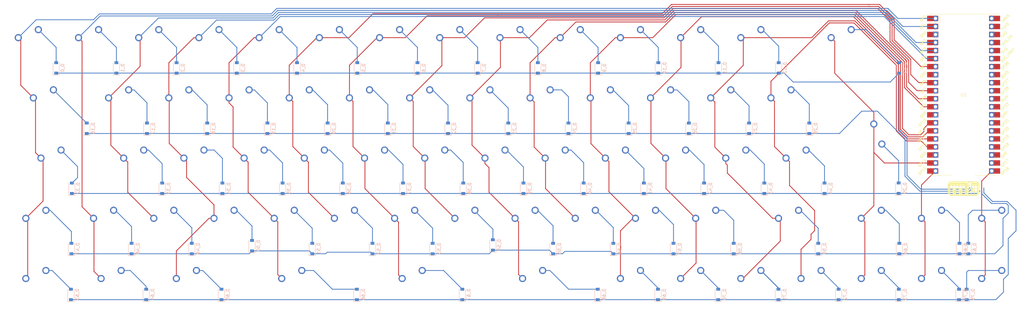
<source format=kicad_pcb>
(kicad_pcb (version 20171130) (host pcbnew "(5.1.9)-1")
  (layers (0 F.Cu signal) (31 B.Cu signal) (34 B.Paste user) (35 F.Paste user) (36 B.SilkS user) (37 F.SilkS user) (38 B.Mask user) (39 F.Mask user) (44 Edge.Cuts user))
  (net 0 "")
  (net 1 col0)
  (net 2 col1)
  (net 3 col2)
  (net 4 col3)
  (net 5 col4)
  (net 6 col5)
  (net 7 col6)
  (net 8 col7)
  (net 9 col8)
  (net 10 col9)
  (net 11 col10)
  (net 12 col11)
  (net 13 col12)
  (net 14 col13)
  (net 15 col14)
  (net 16 col15)
  (net 17 col16)
  (net 18 row0)
  (net 19 row1)
  (net 20 row2)
  (net 21 row3)
  (net 22 row4)
  (net 23 "Net-(D_0-Pad2)")
  (net 24 "Net-(D_1-Pad2)")
  (net 25 "Net-(D_2-Pad2)")
  (net 26 "Net-(D_3-Pad2)")
  (net 27 "Net-(D_4-Pad2)")
  (net 28 "Net-(D_5-Pad2)")
  (net 29 "Net-(D_6-Pad2)")
  (net 30 "Net-(D_7-Pad2)")
  (net 31 "Net-(D_8-Pad2)")
  (net 32 "Net-(D_9-Pad2)")
  (net 33 "Net-(D_10-Pad2)")
  (net 34 "Net-(D_11-Pad2)")
  (net 35 "Net-(D_12-Pad2)")
  (net 36 "Net-(D_13-Pad2)")
  (net 37 "Net-(D_16-Pad2)")
  (net 38 "Net-(D_17-Pad2)")
  (net 39 "Net-(D_18-Pad2)")
  (net 40 "Net-(D_19-Pad2)")
  (net 41 "Net-(D_20-Pad2)")
  (net 42 "Net-(D_21-Pad2)")
  (net 43 "Net-(D_22-Pad2)")
  (net 44 "Net-(D_23-Pad2)")
  (net 45 "Net-(D_24-Pad2)")
  (net 46 "Net-(D_25-Pad2)")
  (net 47 "Net-(D_26-Pad2)")
  (net 48 "Net-(D_27-Pad2)")
  (net 49 "Net-(D_28-Pad2)")
  (net 50 "Net-(D_32-Pad2)")
  (net 51 "Net-(D_33-Pad2)")
  (net 52 "Net-(D_34-Pad2)")
  (net 53 "Net-(D_35-Pad2)")
  (net 54 "Net-(D_36-Pad2)")
  (net 55 "Net-(D_37-Pad2)")
  (net 56 "Net-(D_38-Pad2)")
  (net 57 "Net-(D_39-Pad2)")
  (net 58 "Net-(D_40-Pad2)")
  (net 59 "Net-(D_41-Pad2)")
  (net 60 "Net-(D_42-Pad2)")
  (net 61 "Net-(D_43-Pad2)")
  (net 62 "Net-(D_44-Pad2)")
  (net 63 "Net-(D_29-Pad2)")
  (net 64 "Net-(D_47-Pad2)")
  (net 65 "Net-(D_48-Pad2)")
  (net 66 "Net-(D_49-Pad2)")
  (net 67 "Net-(D_50-Pad2)")
  (net 68 "Net-(D_51-Pad2)")
  (net 69 "Net-(D_52-Pad2)")
  (net 70 "Net-(D_53-Pad2)")
  (net 71 "Net-(D_54-Pad2)")
  (net 72 "Net-(D_55-Pad2)")
  (net 73 "Net-(D_56-Pad2)")
  (net 74 "Net-(D_57-Pad2)")
  (net 75 "Net-(D_58-Pad2)")
  (net 76 "Net-(D_59-Pad2)")
  (net 77 "Net-(D_60-Pad2)")
  (net 78 "Net-(D_61-Pad2)")
  (net 79 "Net-(D_62-Pad2)")
  (net 80 "Net-(D_63-Pad2)")
  (net 81 "Net-(D_64-Pad2)")
  (net 82 "Net-(D_65-Pad2)")
  (net 83 "Net-(D_66-Pad2)")
  (net 84 "Net-(D_67-Pad2)")
  (net 85 "Net-(D_68-Pad2)")
  (net 86 "Net-(D_69-Pad2)")
  (net 87 "Net-(D_70-Pad2)")
  (net 88 "Net-(D_71-Pad2)")
  (net 89 "Net-(D_72-Pad2)")
  (net 90 "Net-(D_73-Pad2)")
  (net 91 "Net-(D_74-Pad2)")
  (net 92 "Net-(D_75-Pad2)")
  (net 93 gnd)
  (net 94 "Net-(U1-Pad30)")
  (net 95 "Net-(U1-Pad35)")
  (net 96 "Net-(U1-Pad36)")
  (net 97 "Net-(U1-Pad37)")
  (net 98 "Net-(U1-Pad39)")
  (net 99 "Net-(U1-Pad27)")
  (net 100 "Net-(U1-Pad26)")
  (net 101 "Net-(U1-Pad31)")
  (net 102 "Net-(U1-Pad22)")
  (net 103 gnds)
  (net 104 "Net-(U1-Pad24)")
  (net 105 "Net-(U1-Pad25)")
  (net 106 "Net-(U1-Pad29)")
  (net 107 "Net-(U1-Pad32)")
  (net 108 "Net-(U1-Pad34)")
  (net 109 "Net-(U1-Pad40)")
  (module MCU_RaspberryPi_and_Boards:RPi_Pico_SMD_TH (layer F.Cu) (at 367.78 127.02)
    (fp_text reference U1 (at 0 0) (layer F.SilkS))
    (fp_text value Pico)
    (fp_text user AGND (at 13.054 -6.35 45) (layer F.SilkS) (effects (font (size 0.8 0.8))))
    (fp_text user GND (at 12.8 -19.05 45) (layer F.SilkS) (effects (font (size 0.8 0.8))))
    (fp_text user GND (at 12.8 6.35 45) (layer F.SilkS) (effects (font (size 0.8 0.8))))
    (fp_text user GND (at 12.8 19.05 45) (layer F.SilkS) (effects (font (size 0.8 0.8))))
    (fp_text user GND (at -12.8 19.05 45) (layer F.SilkS) (effects (font (size 0.8 0.8))))
    (fp_text user GND (at -12.8 6.35 45) (layer F.SilkS) (effects (font (size 0.8 0.8))))
    (fp_text user GND (at -12.8 -6.35 45) (layer F.SilkS) (effects (font (size 0.8 0.8))))
    (fp_text user GND (at -12.8 -19.05 45) (layer F.SilkS) (effects (font (size 0.8 0.8))))
    (fp_text user VBUS (at 13.3 -24.2 45) (layer F.SilkS) (effects (font (size 0.8 0.8))))
    (fp_text user VSYS (at 13.2 -21.59 45) (layer F.SilkS) (effects (font (size 0.8 0.8))))
    (fp_text user 3V3_EN (at 13.7 -17.2 45) (layer F.SilkS) (effects (font (size 0.8 0.8))))
    (fp_text user 3V3 (at 12.9 -13.9 45) (layer F.SilkS) (effects (font (size 0.8 0.8))))
    (fp_text user ADC_VREF (at 14 -12.5 45) (layer F.SilkS) (effects (font (size 0.8 0.8))))
    (fp_text user GP28 (at 13.054 -9.144 45) (layer F.SilkS) (effects (font (size 0.8 0.8))))
    (fp_text user GP27 (at 13.054 -3.8 45) (layer F.SilkS) (effects (font (size 0.8 0.8))))
    (fp_text user GP26 (at 13.054 -1.27 45) (layer F.SilkS) (effects (font (size 0.8 0.8))))
    (fp_text user RUN (at 13 1.27 45) (layer F.SilkS) (effects (font (size 0.8 0.8))))
    (fp_text user GP22 (at 13.054 3.81 45) (layer F.SilkS) (effects (font (size 0.8 0.8))))
    (fp_text user GP21 (at 13.054 8.9 45) (layer F.SilkS) (effects (font (size 0.8 0.8))))
    (fp_text user GP20 (at 13.054 11.43 45) (layer F.SilkS) (effects (font (size 0.8 0.8))))
    (fp_text user GP19 (at 13.054 13.97 45) (layer F.SilkS) (effects (font (size 0.8 0.8))))
    (fp_text user GP18 (at 13.054 16.51 45) (layer F.SilkS) (effects (font (size 0.8 0.8))))
    (fp_text user GP17 (at 13.054 21.59 45) (layer F.SilkS) (effects (font (size 0.8 0.8))))
    (fp_text user GP16 (at 13.054 24.13 45) (layer F.SilkS) (effects (font (size 0.8 0.8))))
    (fp_text user GP15 (at -13.054 24.13 45) (layer F.SilkS) (effects (font (size 0.8 0.8))))
    (fp_text user GP14 (at -13.1 21.59 45) (layer F.SilkS) (effects (font (size 0.8 0.8))))
    (fp_text user GP13 (at -13.054 16.51 45) (layer F.SilkS) (effects (font (size 0.8 0.8))))
    (fp_text user GP12 (at -13.2 13.97 45) (layer F.SilkS) (effects (font (size 0.8 0.8))))
    (fp_text user GP11 (at -13.2 11.43 45) (layer F.SilkS) (effects (font (size 0.8 0.8))))
    (fp_text user GP10 (at -13.054 8.89 45) (layer F.SilkS) (effects (font (size 0.8 0.8))))
    (fp_text user GP9 (at -12.8 3.81 45) (layer F.SilkS) (effects (font (size 0.8 0.8))))
    (fp_text user GP8 (at -12.8 1.27 45) (layer F.SilkS) (effects (font (size 0.8 0.8))))
    (fp_text user GP7 (at -12.7 -1.3 45) (layer F.SilkS) (effects (font (size 0.8 0.8))))
    (fp_text user GP6 (at -12.8 -3.81 45) (layer F.SilkS) (effects (font (size 0.8 0.8))))
    (fp_text user GP5 (at -12.8 -8.89 45) (layer F.SilkS) (effects (font (size 0.8 0.8))))
    (fp_text user GP4 (at -12.8 -11.43 45) (layer F.SilkS) (effects (font (size 0.8 0.8))))
    (fp_text user GP3 (at -12.8 -13.97 45) (layer F.SilkS) (effects (font (size 0.8 0.8))))
    (fp_text user GP0 (at -12.8 -24.13 45) (layer F.SilkS) (effects (font (size 0.8 0.8))))
    (fp_text user GP2 (at -12.9 -16.51 45) (layer F.SilkS) (effects (font (size 0.8 0.8))))
    (fp_text user GP1 (at -12.9 -21.6 45) (layer F.SilkS) (effects (font (size 0.8 0.8))))
    (pad 21 smd rect (at 8.89 24.13) (size 3.5 1.7) (drill (offset 0.9 0)) (layers F.Cu F.Mask) (net 17 col16))
    (pad 22 smd rect (at 8.89 21.59) (size 3.5 1.7) (drill (offset 0.9 0)) (layers F.Cu F.Mask) (net 102 "Net-(U1-Pad22)"))
    (pad 23 smd rect (at 8.89 19.05) (size 3.5 1.7) (drill (offset 0.9 0)) (layers F.Cu F.Mask) (net 103 gnds))
    (pad 24 smd rect (at 8.89 16.51) (size 3.5 1.7) (drill (offset 0.9 0)) (layers F.Cu F.Mask) (net 104 "Net-(U1-Pad24)"))
    (pad 25 smd rect (at 8.89 13.97) (size 3.5 1.7) (drill (offset 0.9 0)) (layers F.Cu F.Mask) (net 105 "Net-(U1-Pad25)"))
    (pad 26 smd rect (at 8.89 11.43) (size 3.5 1.7) (drill (offset 0.9 0)) (layers F.Cu F.Mask) (net 100 "Net-(U1-Pad26)"))
    (pad 27 smd rect (at 8.89 8.89) (size 3.5 1.7) (drill (offset 0.9 0)) (layers F.Cu F.Mask) (net 99 "Net-(U1-Pad27)"))
    (pad 28 smd rect (at 8.89 6.35) (size 3.5 1.7) (drill (offset 0.9 0)) (layers F.Cu F.Mask) (net 93 gnd))
    (pad 29 smd rect (at 8.89 3.81) (size 3.5 1.7) (drill (offset 0.9 0)) (layers F.Cu F.Mask) (net 106 "Net-(U1-Pad29)"))
    (pad 30 smd rect (at 8.89 1.27) (size 3.5 1.7) (drill (offset 0.9 0)) (layers F.Cu F.Mask) (net 94 "Net-(U1-Pad30)"))
    (pad 31 smd rect (at 8.89 -1.27) (size 3.5 1.7) (drill (offset 0.9 0)) (layers F.Cu F.Mask) (net 101 "Net-(U1-Pad31)"))
    (pad 32 smd rect (at 8.89 -3.81) (size 3.5 1.7) (drill (offset 0.9 0)) (layers F.Cu F.Mask) (net 107 "Net-(U1-Pad32)"))
    (pad 33 smd rect (at 8.89 -6.35) (size 3.5 1.7) (drill (offset 0.9 0)) (layers F.Cu F.Mask) (net 93 gnd))
    (pad 34 smd rect (at 8.89 -8.89) (size 3.5 1.7) (drill (offset 0.9 0)) (layers F.Cu F.Mask) (net 108 "Net-(U1-Pad34)"))
    (pad 35 smd rect (at 8.89 -11.43) (size 3.5 1.7) (drill (offset 0.9 0)) (layers F.Cu F.Mask) (net 95 "Net-(U1-Pad35)"))
    (pad 36 smd rect (at 8.89 -13.97) (size 3.5 1.7) (drill (offset 0.9 0)) (layers F.Cu F.Mask) (net 96 "Net-(U1-Pad36)"))
    (pad 37 smd rect (at 8.89 -16.51) (size 3.5 1.7) (drill (offset 0.9 0)) (layers F.Cu F.Mask) (net 97 "Net-(U1-Pad37)"))
    (pad 38 smd rect (at 8.89 -19.05) (size 3.5 1.7) (drill (offset 0.9 0)) (layers F.Cu F.Mask) (net 93 gnd))
    (pad 39 smd rect (at 8.89 -21.59) (size 3.5 1.7) (drill (offset 0.9 0)) (layers F.Cu F.Mask) (net 98 "Net-(U1-Pad39)"))
    (pad 40 smd rect (at 8.89 -24.13) (size 3.5 1.7) (drill (offset 0.9 0)) (layers F.Cu F.Mask) (net 109 "Net-(U1-Pad40)"))
    (pad 20 smd rect (at -8.89 24.13) (size 3.5 1.7) (drill (offset -0.9 0)) (layers F.Cu F.Mask) (net 16 col15))
    (pad 19 smd rect (at -8.89 21.59) (size 3.5 1.7) (drill (offset -0.9 0)) (layers F.Cu F.Mask) (net 15 col14))
    (pad 18 smd rect (at -8.89 19.05) (size 3.5 1.7) (drill (offset -0.9 0)) (layers F.Cu F.Mask) (net 93 gnd))
    (pad 17 smd rect (at -8.89 16.51) (size 3.5 1.7) (drill (offset -0.9 0)) (layers F.Cu F.Mask) (net 14 col13))
    (pad 16 smd rect (at -8.89 13.97) (size 3.5 1.7) (drill (offset -0.9 0)) (layers F.Cu F.Mask) (net 13 col12))
    (pad 15 smd rect (at -8.89 11.43) (size 3.5 1.7) (drill (offset -0.9 0)) (layers F.Cu F.Mask) (net 12 col11))
    (pad 14 smd rect (at -8.89 8.89) (size 3.5 1.7) (drill (offset -0.9 0)) (layers F.Cu F.Mask) (net 11 col10))
    (pad 13 smd rect (at -8.89 6.35) (size 3.5 1.7) (drill (offset -0.9 0)) (layers F.Cu F.Mask) (net 93 gnd))
    (pad 12 smd rect (at -8.89 3.81) (size 3.5 1.7) (drill (offset -0.9 0)) (layers F.Cu F.Mask) (net 10 col9))
    (pad 11 smd rect (at -8.89 1.27) (size 3.5 1.7) (drill (offset -0.9 0)) (layers F.Cu F.Mask) (net 9 col8))
    (pad 10 smd rect (at -8.89 -1.27) (size 3.5 1.7) (drill (offset -0.9 0)) (layers F.Cu F.Mask) (net 8 col7))
    (pad 9 smd rect (at -8.89 -3.81) (size 3.5 1.7) (drill (offset -0.9 0)) (layers F.Cu F.Mask) (net 7 col6))
    (pad 8 smd rect (at -8.89 -6.35) (size 3.5 1.7) (drill (offset -0.9 0)) (layers F.Cu F.Mask) (net 93 gnd))
    (pad 7 smd rect (at -8.89 -8.89) (size 3.5 1.7) (drill (offset -0.9 0)) (layers F.Cu F.Mask) (net 6 col5))
    (pad 6 smd rect (at -8.89 -11.43) (size 3.5 1.7) (drill (offset -0.9 0)) (layers F.Cu F.Mask) (net 5 col4))
    (pad 5 smd rect (at -8.89 -13.97) (size 3.5 1.7) (drill (offset -0.9 0)) (layers F.Cu F.Mask) (net 4 col3))
    (pad 4 smd rect (at -8.89 -16.51) (size 3.5 1.7) (drill (offset -0.9 0)) (layers F.Cu F.Mask) (net 3 col2))
    (pad 3 smd rect (at -8.89 -19.05) (size 3.5 1.7) (drill (offset -0.9 0)) (layers F.Cu F.Mask) (net 93 gnd))
    (pad 2 smd rect (at -8.89 -21.59) (size 3.5 1.7) (drill (offset -0.9 0)) (layers F.Cu F.Mask) (net 2 col1))
    (pad 1 smd rect (at -8.89 -24.13) (size 3.5 1.7) (drill (offset -0.9 0)) (layers F.Cu F.Mask) (net 1 col0))
    (pad 40 thru_hole oval (at 8.89 -24.13) (size 1.7 1.7) (drill 1.02) (layers *.Cu *.Mask) (net 109 "Net-(U1-Pad40)"))
    (pad 39 thru_hole oval (at 8.89 -21.59) (size 1.7 1.7) (drill 1.02) (layers *.Cu *.Mask) (net 98 "Net-(U1-Pad39)"))
    (pad 38 thru_hole rect (at 8.89 -19.05) (size 1.7 1.7) (drill 1.02) (layers *.Cu *.Mask) (net 93 gnd))
    (pad 37 thru_hole oval (at 8.89 -16.51) (size 1.7 1.7) (drill 1.02) (layers *.Cu *.Mask) (net 97 "Net-(U1-Pad37)"))
    (pad 36 thru_hole oval (at 8.89 -13.97) (size 1.7 1.7) (drill 1.02) (layers *.Cu *.Mask) (net 96 "Net-(U1-Pad36)"))
    (pad 35 thru_hole oval (at 8.89 -11.43) (size 1.7 1.7) (drill 1.02) (layers *.Cu *.Mask) (net 95 "Net-(U1-Pad35)"))
    (pad 34 thru_hole oval (at 8.89 -8.89) (size 1.7 1.7) (drill 1.02) (layers *.Cu *.Mask) (net 108 "Net-(U1-Pad34)"))
    (pad 33 thru_hole rect (at 8.89 -6.35) (size 1.7 1.7) (drill 1.02) (layers *.Cu *.Mask) (net 93 gnd))
    (pad 32 thru_hole oval (at 8.89 -3.81) (size 1.7 1.7) (drill 1.02) (layers *.Cu *.Mask) (net 107 "Net-(U1-Pad32)"))
    (pad 31 thru_hole oval (at 8.89 -1.27) (size 1.7 1.7) (drill 1.02) (layers *.Cu *.Mask) (net 101 "Net-(U1-Pad31)"))
    (pad 30 thru_hole oval (at 8.89 1.27) (size 1.7 1.7) (drill 1.02) (layers *.Cu *.Mask) (net 94 "Net-(U1-Pad30)"))
    (pad 29 thru_hole oval (at 8.89 3.81) (size 1.7 1.7) (drill 1.02) (layers *.Cu *.Mask) (net 106 "Net-(U1-Pad29)"))
    (pad 28 thru_hole rect (at 8.89 6.35) (size 1.7 1.7) (drill 1.02) (layers *.Cu *.Mask) (net 93 gnd))
    (pad 27 thru_hole oval (at 8.89 8.89) (size 1.7 1.7) (drill 1.02) (layers *.Cu *.Mask) (net 99 "Net-(U1-Pad27)"))
    (pad 26 thru_hole oval (at 8.89 11.43) (size 1.7 1.7) (drill 1.02) (layers *.Cu *.Mask) (net 100 "Net-(U1-Pad26)"))
    (pad 25 thru_hole oval (at 8.89 13.97) (size 1.7 1.7) (drill 1.02) (layers *.Cu *.Mask) (net 105 "Net-(U1-Pad25)"))
    (pad 24 thru_hole oval (at 8.89 16.51) (size 1.7 1.7) (drill 1.02) (layers *.Cu *.Mask) (net 104 "Net-(U1-Pad24)"))
    (pad 23 thru_hole rect (at 8.89 19.05) (size 1.7 1.7) (drill 1.02) (layers *.Cu *.Mask) (net 103 gnds))
    (pad 22 thru_hole oval (at 8.89 21.59) (size 1.7 1.7) (drill 1.02) (layers *.Cu *.Mask) (net 102 "Net-(U1-Pad22)"))
    (pad 21 thru_hole oval (at 8.89 24.13) (size 1.7 1.7) (drill 1.02) (layers *.Cu *.Mask) (net 17 col16))
    (pad 20 thru_hole oval (at -8.89 24.13) (size 1.7 1.7) (drill 1.02) (layers *.Cu *.Mask) (net 16 col15))
    (pad 19 thru_hole oval (at -8.89 21.59) (size 1.7 1.7) (drill 1.02) (layers *.Cu *.Mask) (net 15 col14))
    (pad 18 thru_hole rect (at -8.89 19.05) (size 1.7 1.7) (drill 1.02) (layers *.Cu *.Mask) (net 93 gnd))
    (pad 17 thru_hole oval (at -8.89 16.51) (size 1.7 1.7) (drill 1.02) (layers *.Cu *.Mask) (net 14 col13))
    (pad 16 thru_hole oval (at -8.89 13.97) (size 1.7 1.7) (drill 1.02) (layers *.Cu *.Mask) (net 13 col12))
    (pad 15 thru_hole oval (at -8.89 11.43) (size 1.7 1.7) (drill 1.02) (layers *.Cu *.Mask) (net 12 col11))
    (pad 14 thru_hole oval (at -8.89 8.89) (size 1.7 1.7) (drill 1.02) (layers *.Cu *.Mask) (net 11 col10))
    (pad 13 thru_hole rect (at -8.89 6.35) (size 1.7 1.7) (drill 1.02) (layers *.Cu *.Mask) (net 93 gnd))
    (pad 12 thru_hole oval (at -8.89 3.81) (size 1.7 1.7) (drill 1.02) (layers *.Cu *.Mask) (net 10 col9))
    (pad 11 thru_hole oval (at -8.89 1.27) (size 1.7 1.7) (drill 1.02) (layers *.Cu *.Mask) (net 9 col8))
    (pad 10 thru_hole oval (at -8.89 -1.27) (size 1.7 1.7) (drill 1.02) (layers *.Cu *.Mask) (net 8 col7))
    (pad 9 thru_hole oval (at -8.89 -3.81) (size 1.7 1.7) (drill 1.02) (layers *.Cu *.Mask) (net 7 col6))
    (pad 8 thru_hole rect (at -8.89 -6.35) (size 1.7 1.7) (drill 1.02) (layers *.Cu *.Mask) (net 93 gnd))
    (pad 7 thru_hole oval (at -8.89 -8.89) (size 1.7 1.7) (drill 1.02) (layers *.Cu *.Mask) (net 6 col5))
    (pad 6 thru_hole oval (at -8.89 -11.43) (size 1.7 1.7) (drill 1.02) (layers *.Cu *.Mask) (net 5 col4))
    (pad 5 thru_hole oval (at -8.89 -13.97) (size 1.7 1.7) (drill 1.02) (layers *.Cu *.Mask) (net 4 col3))
    (pad 4 thru_hole oval (at -8.89 -16.51) (size 1.7 1.7) (drill 1.02) (layers *.Cu *.Mask) (net 3 col2))
    (pad 3 thru_hole rect (at -8.89 -19.05) (size 1.7 1.7) (drill 1.02) (layers *.Cu *.Mask) (net 93 gnd))
    (pad 2 thru_hole oval (at -8.89 -21.59) (size 1.7 1.7) (drill 1.02) (layers *.Cu *.Mask) (net 2 col1))
    (pad 1 thru_hole oval (at -8.89 -24.13) (size 1.7 1.7) (drill 1.02) (layers *.Cu *.Mask) (net 1 col0))
  )
  (module MX_Only:MXOnly-ISO-ROTATED-ReversedStabilizers-NoLED (layer F.Cu) (at 336.8342 140.08412)
    (fp_text reference K_29)
    (fp_text value KEYSW)
    (pad "" np_thru_hole circle (at -8.255 -11.938) (size 3.9878 3.9878) (drill 3.9878) (layers *.Cu *.Mask))
    (pad "" np_thru_hole circle (at -8.255 11.938) (size 3.9878 3.9878) (drill 3.9878) (layers *.Cu *.Mask))
    (pad "" np_thru_hole circle (at 6.985 -11.938) (size 3.048 3.048) (drill 3.048) (layers *.Cu *.Mask))
    (pad "" np_thru_hole circle (at 6.985 11.938) (size 3.048 3.048) (drill 3.048) (layers *.Cu *.Mask))
    (pad "" np_thru_hole circle (at 0 5.08 48.0996) (size 1.75 1.75) (drill 1.75) (layers *.Cu *.Mask))
    (pad "" np_thru_hole circle (at 0 -5.08 48.0996) (size 1.75 1.75) (drill 1.75) (layers *.Cu *.Mask))
    (pad 1 thru_hole circle (at 2.54 -3.81) (size 2.25 2.25) (drill 1.47) (layers *.Cu B.Mask) (net 15 col14))
    (pad "" np_thru_hole circle (at 0 0) (size 3.9878 3.9878) (drill 3.9878) (layers *.Cu *.Mask))
    (pad 2 thru_hole circle (at 5.08 2.54) (size 2.25 2.25) (drill 1.47) (layers *.Cu B.Mask) (net 63 "Net-(D_29-Pad2)"))
  )
  (module MX_Only:MXOnly-1.75U-NoLED (layer F.Cu) (at 193.95295 187.70912)
    (fp_text reference K_67)
    (fp_text value KEYSW)
    (pad 2 thru_hole circle (at 2.54 -5.08) (size 2.25 2.25) (drill 1.47) (layers *.Cu B.Mask) (net 84 "Net-(D_67-Pad2)"))
    (pad "" np_thru_hole circle (at 0 0) (size 3.9878 3.9878) (drill 3.9878) (layers *.Cu *.Mask))
    (pad 1 thru_hole circle (at -3.81 -2.54) (size 2.25 2.25) (drill 1.47) (layers *.Cu B.Mask) (net 7 col6))
    (pad "" np_thru_hole circle (at -5.08 0 48.0996) (size 1.75 1.75) (drill 1.75) (layers *.Cu *.Mask))
    (pad "" np_thru_hole circle (at 5.08 0 48.0996) (size 1.75 1.75) (drill 1.75) (layers *.Cu *.Mask))
  )
  (module MX_Only:MXOnly-2.25U-ReversedStabilizers-NoLED (layer F.Cu) (at 232.05295 187.70912)
    (fp_text reference K_68)
    (fp_text value KEYSW)
    (pad 2 thru_hole circle (at 2.54 -5.08) (size 2.25 2.25) (drill 1.47) (layers *.Cu B.Mask) (net 85 "Net-(D_68-Pad2)"))
    (pad "" np_thru_hole circle (at 0 0) (size 3.9878 3.9878) (drill 3.9878) (layers *.Cu *.Mask))
    (pad 1 thru_hole circle (at -3.81 -2.54) (size 2.25 2.25) (drill 1.47) (layers *.Cu B.Mask) (net 9 col8))
    (pad "" np_thru_hole circle (at -5.08 0 48.0996) (size 1.75 1.75) (drill 1.75) (layers *.Cu *.Mask))
    (pad "" np_thru_hole circle (at 5.08 0 48.0996) (size 1.75 1.75) (drill 1.75) (layers *.Cu *.Mask))
    (pad "" np_thru_hole circle (at -11.90625 6.985) (size 3.048 3.048) (drill 3.048) (layers *.Cu *.Mask))
    (pad "" np_thru_hole circle (at 11.90625 6.985) (size 3.048 3.048) (drill 3.048) (layers *.Cu *.Mask))
    (pad "" np_thru_hole circle (at -11.90625 -8.255) (size 3.9878 3.9878) (drill 3.9878) (layers *.Cu *.Mask))
    (pad "" np_thru_hole circle (at 11.90625 -8.255) (size 3.9878 3.9878) (drill 3.9878) (layers *.Cu *.Mask))
  )
  (module MX_Only:MXOnly-1U-NoLED (layer F.Cu) (at 358.2592 187.70912)
    (fp_text reference K_74)
    (fp_text value KEYSW)
    (pad 2 thru_hole circle (at 2.54 -5.08) (size 2.25 2.25) (drill 1.47) (layers *.Cu B.Mask) (net 91 "Net-(D_74-Pad2)"))
    (pad "" np_thru_hole circle (at 0 0) (size 3.9878 3.9878) (drill 3.9878) (layers *.Cu *.Mask))
    (pad 1 thru_hole circle (at -3.81 -2.54) (size 2.25 2.25) (drill 1.47) (layers *.Cu B.Mask) (net 16 col15))
    (pad "" np_thru_hole circle (at -5.08 0 48.0996) (size 1.75 1.75) (drill 1.75) (layers *.Cu *.Mask))
    (pad "" np_thru_hole circle (at 5.08 0 48.0996) (size 1.75 1.75) (drill 1.75) (layers *.Cu *.Mask))
  )
  (module MX_Only:MXOnly-1U-NoLED (layer F.Cu) (at 263.0092 187.70912)
    (fp_text reference K_69)
    (fp_text value KEYSW)
    (pad 2 thru_hole circle (at 2.54 -5.08) (size 2.25 2.25) (drill 1.47) (layers *.Cu B.Mask) (net 86 "Net-(D_69-Pad2)"))
    (pad "" np_thru_hole circle (at 0 0) (size 3.9878 3.9878) (drill 3.9878) (layers *.Cu *.Mask))
    (pad 1 thru_hole circle (at -3.81 -2.54) (size 2.25 2.25) (drill 1.47) (layers *.Cu B.Mask) (net 11 col10))
    (pad "" np_thru_hole circle (at -5.08 0 48.0996) (size 1.75 1.75) (drill 1.75) (layers *.Cu *.Mask))
    (pad "" np_thru_hole circle (at 5.08 0 48.0996) (size 1.75 1.75) (drill 1.75) (layers *.Cu *.Mask))
  )
  (module MechboardsLogo:mechboardsLOGO_10mm (layer F.Cu) (at 367.79 156.73)
    (fp_text reference Ref** hide)
    (fp_text value Val** hide)
  )
  (module MX_Only:MXOnly-1.75U-NoLED (layer F.Cu) (at 79.6842 149.60912)
    (fp_text reference K_32)
    (fp_text value KEYSW)
    (pad 2 thru_hole circle (at 2.54 -5.08) (size 2.25 2.25) (drill 1.47) (layers *.Cu B.Mask) (net 50 "Net-(D_32-Pad2)"))
    (pad "" np_thru_hole circle (at 0 0) (size 3.9878 3.9878) (drill 3.9878) (layers *.Cu *.Mask))
    (pad 1 thru_hole circle (at -3.81 -2.54) (size 2.25 2.25) (drill 1.47) (layers *.Cu B.Mask) (net 1 col0))
    (pad "" np_thru_hole circle (at -5.08 0 48.0996) (size 1.75 1.75) (drill 1.75) (layers *.Cu *.Mask))
    (pad "" np_thru_hole circle (at 5.08 0 48.0996) (size 1.75 1.75) (drill 1.75) (layers *.Cu *.Mask))
  )
  (module MX_Only:MXOnly-2.25U-ReversedStabilizers-NoLED (layer F.Cu) (at 155.85295 187.70912)
    (fp_text reference K_66)
    (fp_text value KEYSW)
    (pad 2 thru_hole circle (at 2.54 -5.08) (size 2.25 2.25) (drill 1.47) (layers *.Cu B.Mask) (net 83 "Net-(D_66-Pad2)"))
    (pad "" np_thru_hole circle (at 0 0) (size 3.9878 3.9878) (drill 3.9878) (layers *.Cu *.Mask))
    (pad 1 thru_hole circle (at -3.81 -2.54) (size 2.25 2.25) (drill 1.47) (layers *.Cu B.Mask) (net 5 col4))
    (pad "" np_thru_hole circle (at -5.08 0 48.0996) (size 1.75 1.75) (drill 1.75) (layers *.Cu *.Mask))
    (pad "" np_thru_hole circle (at 5.08 0 48.0996) (size 1.75 1.75) (drill 1.75) (layers *.Cu *.Mask))
    (pad "" np_thru_hole circle (at -11.90625 6.985) (size 3.048 3.048) (drill 3.048) (layers *.Cu *.Mask))
    (pad "" np_thru_hole circle (at 11.90625 6.985) (size 3.048 3.048) (drill 3.048) (layers *.Cu *.Mask))
    (pad "" np_thru_hole circle (at -11.90625 -8.255) (size 3.9878 3.9878) (drill 3.9878) (layers *.Cu *.Mask))
    (pad "" np_thru_hole circle (at 11.90625 -8.255) (size 3.9878 3.9878) (drill 3.9878) (layers *.Cu *.Mask))
  )
  (module MX_Only:MXOnly-1.75U-NoLED (layer F.Cu) (at 313.0342 168.65912)
    (fp_text reference K_59)
    (fp_text value KEYSW)
    (pad 2 thru_hole circle (at 2.54 -5.08) (size 2.25 2.25) (drill 1.47) (layers *.Cu B.Mask) (net 76 "Net-(D_59-Pad2)"))
    (pad "" np_thru_hole circle (at 0 0) (size 3.9878 3.9878) (drill 3.9878) (layers *.Cu *.Mask))
    (pad 1 thru_hole circle (at -3.81 -2.54) (size 2.25 2.25) (drill 1.47) (layers *.Cu B.Mask) (net 13 col12))
    (pad "" np_thru_hole circle (at -5.08 0 48.0996) (size 1.75 1.75) (drill 1.75) (layers *.Cu *.Mask))
    (pad "" np_thru_hole circle (at 5.08 0 48.0996) (size 1.75 1.75) (drill 1.75) (layers *.Cu *.Mask))
  )
  (module MX_Only:MXOnly-1U-NoLED (layer F.Cu) (at 377.3092 187.70912)
    (fp_text reference K_75)
    (fp_text value KEYSW)
    (pad 2 thru_hole circle (at 2.54 -5.08) (size 2.25 2.25) (drill 1.47) (layers *.Cu B.Mask) (net 92 "Net-(D_75-Pad2)"))
    (pad "" np_thru_hole circle (at 0 0) (size 3.9878 3.9878) (drill 3.9878) (layers *.Cu *.Mask))
    (pad 1 thru_hole circle (at -3.81 -2.54) (size 2.25 2.25) (drill 1.47) (layers *.Cu B.Mask) (net 17 col16))
    (pad "" np_thru_hole circle (at -5.08 0 48.0996) (size 1.75 1.75) (drill 1.75) (layers *.Cu *.Mask))
    (pad "" np_thru_hole circle (at 5.08 0 48.0996) (size 1.75 1.75) (drill 1.75) (layers *.Cu *.Mask))
  )
  (module MX_Only:MXOnly-1U-NoLED (layer F.Cu) (at 339.2092 187.70912)
    (fp_text reference K_73)
    (fp_text value KEYSW)
    (pad 2 thru_hole circle (at 2.54 -5.08) (size 2.25 2.25) (drill 1.47) (layers *.Cu B.Mask) (net 90 "Net-(D_73-Pad2)"))
    (pad "" np_thru_hole circle (at 0 0) (size 3.9878 3.9878) (drill 3.9878) (layers *.Cu *.Mask))
    (pad 1 thru_hole circle (at -3.81 -2.54) (size 2.25 2.25) (drill 1.47) (layers *.Cu B.Mask) (net 15 col14))
    (pad "" np_thru_hole circle (at -5.08 0 48.0996) (size 1.75 1.75) (drill 1.75) (layers *.Cu *.Mask))
    (pad "" np_thru_hole circle (at 5.08 0 48.0996) (size 1.75 1.75) (drill 1.75) (layers *.Cu *.Mask))
  )
  (module MX_Only:MXOnly-1U-NoLED (layer F.Cu) (at 320.1592 187.70912)
    (fp_text reference K_72)
    (fp_text value KEYSW)
    (pad 2 thru_hole circle (at 2.54 -5.08) (size 2.25 2.25) (drill 1.47) (layers *.Cu B.Mask) (net 89 "Net-(D_72-Pad2)"))
    (pad "" np_thru_hole circle (at 0 0) (size 3.9878 3.9878) (drill 3.9878) (layers *.Cu *.Mask))
    (pad 1 thru_hole circle (at -3.81 -2.54) (size 2.25 2.25) (drill 1.47) (layers *.Cu B.Mask) (net 14 col13))
    (pad "" np_thru_hole circle (at -5.08 0 48.0996) (size 1.75 1.75) (drill 1.75) (layers *.Cu *.Mask))
    (pad "" np_thru_hole circle (at 5.08 0 48.0996) (size 1.75 1.75) (drill 1.75) (layers *.Cu *.Mask))
  )
  (module MX_Only:MXOnly-1U-NoLED (layer F.Cu) (at 301.1092 187.70912)
    (fp_text reference K_71)
    (fp_text value KEYSW)
    (pad 2 thru_hole circle (at 2.54 -5.08) (size 2.25 2.25) (drill 1.47) (layers *.Cu B.Mask) (net 88 "Net-(D_71-Pad2)"))
    (pad "" np_thru_hole circle (at 0 0) (size 3.9878 3.9878) (drill 3.9878) (layers *.Cu *.Mask))
    (pad 1 thru_hole circle (at -3.81 -2.54) (size 2.25 2.25) (drill 1.47) (layers *.Cu B.Mask) (net 13 col12))
    (pad "" np_thru_hole circle (at -5.08 0 48.0996) (size 1.75 1.75) (drill 1.75) (layers *.Cu *.Mask))
    (pad "" np_thru_hole circle (at 5.08 0 48.0996) (size 1.75 1.75) (drill 1.75) (layers *.Cu *.Mask))
  )
  (module MX_Only:MXOnly-1U-NoLED (layer F.Cu) (at 282.0592 187.70912)
    (fp_text reference K_70)
    (fp_text value KEYSW)
    (pad 2 thru_hole circle (at 2.54 -5.08) (size 2.25 2.25) (drill 1.47) (layers *.Cu B.Mask) (net 87 "Net-(D_70-Pad2)"))
    (pad "" np_thru_hole circle (at 0 0) (size 3.9878 3.9878) (drill 3.9878) (layers *.Cu *.Mask))
    (pad 1 thru_hole circle (at -3.81 -2.54) (size 2.25 2.25) (drill 1.47) (layers *.Cu B.Mask) (net 12 col11))
    (pad "" np_thru_hole circle (at -5.08 0 48.0996) (size 1.75 1.75) (drill 1.75) (layers *.Cu *.Mask))
    (pad "" np_thru_hole circle (at 5.08 0 48.0996) (size 1.75 1.75) (drill 1.75) (layers *.Cu *.Mask))
  )
  (module MX_Only:MXOnly-1.25U-NoLED (layer F.Cu) (at 122.51545 187.70912)
    (fp_text reference K_65)
    (fp_text value KEYSW)
    (pad 2 thru_hole circle (at 2.54 -5.08) (size 2.25 2.25) (drill 1.47) (layers *.Cu B.Mask) (net 82 "Net-(D_65-Pad2)"))
    (pad "" np_thru_hole circle (at 0 0) (size 3.9878 3.9878) (drill 3.9878) (layers *.Cu *.Mask))
    (pad 1 thru_hole circle (at -3.81 -2.54) (size 2.25 2.25) (drill 1.47) (layers *.Cu B.Mask) (net 4 col3))
    (pad "" np_thru_hole circle (at -5.08 0 48.0996) (size 1.75 1.75) (drill 1.75) (layers *.Cu *.Mask))
    (pad "" np_thru_hole circle (at 5.08 0 48.0996) (size 1.75 1.75) (drill 1.75) (layers *.Cu *.Mask))
  )
  (module MX_Only:MXOnly-1.25U-NoLED (layer F.Cu) (at 98.70295 187.70912)
    (fp_text reference K_64)
    (fp_text value KEYSW)
    (pad 2 thru_hole circle (at 2.54 -5.08) (size 2.25 2.25) (drill 1.47) (layers *.Cu B.Mask) (net 81 "Net-(D_64-Pad2)"))
    (pad "" np_thru_hole circle (at 0 0) (size 3.9878 3.9878) (drill 3.9878) (layers *.Cu *.Mask))
    (pad 1 thru_hole circle (at -3.81 -2.54) (size 2.25 2.25) (drill 1.47) (layers *.Cu B.Mask) (net 2 col1))
    (pad "" np_thru_hole circle (at -5.08 0 48.0996) (size 1.75 1.75) (drill 1.75) (layers *.Cu *.Mask))
    (pad "" np_thru_hole circle (at 5.08 0 48.0996) (size 1.75 1.75) (drill 1.75) (layers *.Cu *.Mask))
  )
  (module MX_Only:MXOnly-1.25U-NoLED (layer F.Cu) (at 74.89045 187.70912)
    (fp_text reference K_63)
    (fp_text value KEYSW)
    (pad 2 thru_hole circle (at 2.54 -5.08) (size 2.25 2.25) (drill 1.47) (layers *.Cu B.Mask) (net 80 "Net-(D_63-Pad2)"))
    (pad "" np_thru_hole circle (at 0 0) (size 3.9878 3.9878) (drill 3.9878) (layers *.Cu *.Mask))
    (pad 1 thru_hole circle (at -3.81 -2.54) (size 2.25 2.25) (drill 1.47) (layers *.Cu B.Mask) (net 1 col0))
    (pad "" np_thru_hole circle (at -5.08 0 48.0996) (size 1.75 1.75) (drill 1.75) (layers *.Cu *.Mask))
    (pad "" np_thru_hole circle (at 5.08 0 48.0996) (size 1.75 1.75) (drill 1.75) (layers *.Cu *.Mask))
  )
  (module MX_Only:MXOnly-1U-NoLED (layer F.Cu) (at 377.3092 168.65912)
    (fp_text reference K_62)
    (fp_text value KEYSW)
    (pad 2 thru_hole circle (at 2.54 -5.08) (size 2.25 2.25) (drill 1.47) (layers *.Cu B.Mask) (net 79 "Net-(D_62-Pad2)"))
    (pad "" np_thru_hole circle (at 0 0) (size 3.9878 3.9878) (drill 3.9878) (layers *.Cu *.Mask))
    (pad 1 thru_hole circle (at -3.81 -2.54) (size 2.25 2.25) (drill 1.47) (layers *.Cu B.Mask) (net 17 col16))
    (pad "" np_thru_hole circle (at -5.08 0 48.0996) (size 1.75 1.75) (drill 1.75) (layers *.Cu *.Mask))
    (pad "" np_thru_hole circle (at 5.08 0 48.0996) (size 1.75 1.75) (drill 1.75) (layers *.Cu *.Mask))
  )
  (module MX_Only:MXOnly-1U-NoLED (layer F.Cu) (at 358.2592 168.65912)
    (fp_text reference K_61)
    (fp_text value KEYSW)
    (pad 2 thru_hole circle (at 2.54 -5.08) (size 2.25 2.25) (drill 1.47) (layers *.Cu B.Mask) (net 78 "Net-(D_61-Pad2)"))
    (pad "" np_thru_hole circle (at 0 0) (size 3.9878 3.9878) (drill 3.9878) (layers *.Cu *.Mask))
    (pad 1 thru_hole circle (at -3.81 -2.54) (size 2.25 2.25) (drill 1.47) (layers *.Cu B.Mask) (net 16 col15))
    (pad "" np_thru_hole circle (at -5.08 0 48.0996) (size 1.75 1.75) (drill 1.75) (layers *.Cu *.Mask))
    (pad "" np_thru_hole circle (at 5.08 0 48.0996) (size 1.75 1.75) (drill 1.75) (layers *.Cu *.Mask))
  )
  (module MX_Only:MXOnly-1U-NoLED (layer F.Cu) (at 339.2092 168.65912)
    (fp_text reference K_60)
    (fp_text value KEYSW)
    (pad 2 thru_hole circle (at 2.54 -5.08) (size 2.25 2.25) (drill 1.47) (layers *.Cu B.Mask) (net 77 "Net-(D_60-Pad2)"))
    (pad "" np_thru_hole circle (at 0 0) (size 3.9878 3.9878) (drill 3.9878) (layers *.Cu *.Mask))
    (pad 1 thru_hole circle (at -3.81 -2.54) (size 2.25 2.25) (drill 1.47) (layers *.Cu B.Mask) (net 15 col14))
    (pad "" np_thru_hole circle (at -5.08 0 48.0996) (size 1.75 1.75) (drill 1.75) (layers *.Cu *.Mask))
    (pad "" np_thru_hole circle (at 5.08 0 48.0996) (size 1.75 1.75) (drill 1.75) (layers *.Cu *.Mask))
  )
  (module MX_Only:MXOnly-1U-NoLED (layer F.Cu) (at 286.8217 168.65912)
    (fp_text reference K_58)
    (fp_text value KEYSW)
    (pad 2 thru_hole circle (at 2.54 -5.08) (size 2.25 2.25) (drill 1.47) (layers *.Cu B.Mask) (net 75 "Net-(D_58-Pad2)"))
    (pad "" np_thru_hole circle (at 0 0) (size 3.9878 3.9878) (drill 3.9878) (layers *.Cu *.Mask))
    (pad 1 thru_hole circle (at -3.81 -2.54) (size 2.25 2.25) (drill 1.47) (layers *.Cu B.Mask) (net 12 col11))
    (pad "" np_thru_hole circle (at -5.08 0 48.0996) (size 1.75 1.75) (drill 1.75) (layers *.Cu *.Mask))
    (pad "" np_thru_hole circle (at 5.08 0 48.0996) (size 1.75 1.75) (drill 1.75) (layers *.Cu *.Mask))
  )
  (module MX_Only:MXOnly-1U-NoLED (layer F.Cu) (at 267.7717 168.65912)
    (fp_text reference K_57)
    (fp_text value KEYSW)
    (pad 2 thru_hole circle (at 2.54 -5.08) (size 2.25 2.25) (drill 1.47) (layers *.Cu B.Mask) (net 74 "Net-(D_57-Pad2)"))
    (pad "" np_thru_hole circle (at 0 0) (size 3.9878 3.9878) (drill 3.9878) (layers *.Cu *.Mask))
    (pad 1 thru_hole circle (at -3.81 -2.54) (size 2.25 2.25) (drill 1.47) (layers *.Cu B.Mask) (net 11 col10))
    (pad "" np_thru_hole circle (at -5.08 0 48.0996) (size 1.75 1.75) (drill 1.75) (layers *.Cu *.Mask))
    (pad "" np_thru_hole circle (at 5.08 0 48.0996) (size 1.75 1.75) (drill 1.75) (layers *.Cu *.Mask))
  )
  (module MX_Only:MXOnly-1U-NoLED (layer F.Cu) (at 248.7217 168.65912)
    (fp_text reference K_56)
    (fp_text value KEYSW)
    (pad 2 thru_hole circle (at 2.54 -5.08) (size 2.25 2.25) (drill 1.47) (layers *.Cu B.Mask) (net 73 "Net-(D_56-Pad2)"))
    (pad "" np_thru_hole circle (at 0 0) (size 3.9878 3.9878) (drill 3.9878) (layers *.Cu *.Mask))
    (pad 1 thru_hole circle (at -3.81 -2.54) (size 2.25 2.25) (drill 1.47) (layers *.Cu B.Mask) (net 10 col9))
    (pad "" np_thru_hole circle (at -5.08 0 48.0996) (size 1.75 1.75) (drill 1.75) (layers *.Cu *.Mask))
    (pad "" np_thru_hole circle (at 5.08 0 48.0996) (size 1.75 1.75) (drill 1.75) (layers *.Cu *.Mask))
  )
  (module MX_Only:MXOnly-1U-NoLED (layer F.Cu) (at 229.6717 168.65912)
    (fp_text reference K_55)
    (fp_text value KEYSW)
    (pad 2 thru_hole circle (at 2.54 -5.08) (size 2.25 2.25) (drill 1.47) (layers *.Cu B.Mask) (net 72 "Net-(D_55-Pad2)"))
    (pad "" np_thru_hole circle (at 0 0) (size 3.9878 3.9878) (drill 3.9878) (layers *.Cu *.Mask))
    (pad 1 thru_hole circle (at -3.81 -2.54) (size 2.25 2.25) (drill 1.47) (layers *.Cu B.Mask) (net 9 col8))
    (pad "" np_thru_hole circle (at -5.08 0 48.0996) (size 1.75 1.75) (drill 1.75) (layers *.Cu *.Mask))
    (pad "" np_thru_hole circle (at 5.08 0 48.0996) (size 1.75 1.75) (drill 1.75) (layers *.Cu *.Mask))
  )
  (module MX_Only:MXOnly-1U-NoLED (layer F.Cu) (at 210.6217 168.65912)
    (fp_text reference K_54)
    (fp_text value KEYSW)
    (pad 2 thru_hole circle (at 2.54 -5.08) (size 2.25 2.25) (drill 1.47) (layers *.Cu B.Mask) (net 71 "Net-(D_54-Pad2)"))
    (pad "" np_thru_hole circle (at 0 0) (size 3.9878 3.9878) (drill 3.9878) (layers *.Cu *.Mask))
    (pad 1 thru_hole circle (at -3.81 -2.54) (size 2.25 2.25) (drill 1.47) (layers *.Cu B.Mask) (net 8 col7))
    (pad "" np_thru_hole circle (at -5.08 0 48.0996) (size 1.75 1.75) (drill 1.75) (layers *.Cu *.Mask))
    (pad "" np_thru_hole circle (at 5.08 0 48.0996) (size 1.75 1.75) (drill 1.75) (layers *.Cu *.Mask))
  )
  (module MX_Only:MXOnly-1U-NoLED (layer F.Cu) (at 191.5717 168.65912)
    (fp_text reference K_53)
    (fp_text value KEYSW)
    (pad 2 thru_hole circle (at 2.54 -5.08) (size 2.25 2.25) (drill 1.47) (layers *.Cu B.Mask) (net 70 "Net-(D_53-Pad2)"))
    (pad "" np_thru_hole circle (at 0 0) (size 3.9878 3.9878) (drill 3.9878) (layers *.Cu *.Mask))
    (pad 1 thru_hole circle (at -3.81 -2.54) (size 2.25 2.25) (drill 1.47) (layers *.Cu B.Mask) (net 7 col6))
    (pad "" np_thru_hole circle (at -5.08 0 48.0996) (size 1.75 1.75) (drill 1.75) (layers *.Cu *.Mask))
    (pad "" np_thru_hole circle (at 5.08 0 48.0996) (size 1.75 1.75) (drill 1.75) (layers *.Cu *.Mask))
  )
  (module MX_Only:MXOnly-1U-NoLED (layer F.Cu) (at 172.5217 168.65912)
    (fp_text reference K_52)
    (fp_text value KEYSW)
    (pad 2 thru_hole circle (at 2.54 -5.08) (size 2.25 2.25) (drill 1.47) (layers *.Cu B.Mask) (net 69 "Net-(D_52-Pad2)"))
    (pad "" np_thru_hole circle (at 0 0) (size 3.9878 3.9878) (drill 3.9878) (layers *.Cu *.Mask))
    (pad 1 thru_hole circle (at -3.81 -2.54) (size 2.25 2.25) (drill 1.47) (layers *.Cu B.Mask) (net 6 col5))
    (pad "" np_thru_hole circle (at -5.08 0 48.0996) (size 1.75 1.75) (drill 1.75) (layers *.Cu *.Mask))
    (pad "" np_thru_hole circle (at 5.08 0 48.0996) (size 1.75 1.75) (drill 1.75) (layers *.Cu *.Mask))
  )
  (module MX_Only:MXOnly-1U-NoLED (layer F.Cu) (at 153.4717 168.65912)
    (fp_text reference K_51)
    (fp_text value KEYSW)
    (pad 2 thru_hole circle (at 2.54 -5.08) (size 2.25 2.25) (drill 1.47) (layers *.Cu B.Mask) (net 68 "Net-(D_51-Pad2)"))
    (pad "" np_thru_hole circle (at 0 0) (size 3.9878 3.9878) (drill 3.9878) (layers *.Cu *.Mask))
    (pad 1 thru_hole circle (at -3.81 -2.54) (size 2.25 2.25) (drill 1.47) (layers *.Cu B.Mask) (net 5 col4))
    (pad "" np_thru_hole circle (at -5.08 0 48.0996) (size 1.75 1.75) (drill 1.75) (layers *.Cu *.Mask))
    (pad "" np_thru_hole circle (at 5.08 0 48.0996) (size 1.75 1.75) (drill 1.75) (layers *.Cu *.Mask))
  )
  (module MX_Only:MXOnly-1U-NoLED (layer F.Cu) (at 134.4217 168.65912)
    (fp_text reference K_50)
    (fp_text value KEYSW)
    (pad 2 thru_hole circle (at 2.54 -5.08) (size 2.25 2.25) (drill 1.47) (layers *.Cu B.Mask) (net 67 "Net-(D_50-Pad2)"))
    (pad "" np_thru_hole circle (at 0 0) (size 3.9878 3.9878) (drill 3.9878) (layers *.Cu *.Mask))
    (pad 1 thru_hole circle (at -3.81 -2.54) (size 2.25 2.25) (drill 1.47) (layers *.Cu B.Mask) (net 4 col3))
    (pad "" np_thru_hole circle (at -5.08 0 48.0996) (size 1.75 1.75) (drill 1.75) (layers *.Cu *.Mask))
    (pad "" np_thru_hole circle (at 5.08 0 48.0996) (size 1.75 1.75) (drill 1.75) (layers *.Cu *.Mask))
  )
  (module MX_Only:MXOnly-1U-NoLED (layer F.Cu) (at 115.3717 168.65912)
    (fp_text reference K_49)
    (fp_text value KEYSW)
    (pad 2 thru_hole circle (at 2.54 -5.08) (size 2.25 2.25) (drill 1.47) (layers *.Cu B.Mask) (net 66 "Net-(D_49-Pad2)"))
    (pad "" np_thru_hole circle (at 0 0) (size 3.9878 3.9878) (drill 3.9878) (layers *.Cu *.Mask))
    (pad 1 thru_hole circle (at -3.81 -2.54) (size 2.25 2.25) (drill 1.47) (layers *.Cu B.Mask) (net 3 col2))
    (pad "" np_thru_hole circle (at -5.08 0 48.0996) (size 1.75 1.75) (drill 1.75) (layers *.Cu *.Mask))
    (pad "" np_thru_hole circle (at 5.08 0 48.0996) (size 1.75 1.75) (drill 1.75) (layers *.Cu *.Mask))
  )
  (module MX_Only:MXOnly-1U-NoLED (layer F.Cu) (at 96.3217 168.65912)
    (fp_text reference K_48)
    (fp_text value KEYSW)
    (pad 2 thru_hole circle (at 2.54 -5.08) (size 2.25 2.25) (drill 1.47) (layers *.Cu B.Mask) (net 65 "Net-(D_48-Pad2)"))
    (pad "" np_thru_hole circle (at 0 0) (size 3.9878 3.9878) (drill 3.9878) (layers *.Cu *.Mask))
    (pad 1 thru_hole circle (at -3.81 -2.54) (size 2.25 2.25) (drill 1.47) (layers *.Cu B.Mask) (net 2 col1))
    (pad "" np_thru_hole circle (at -5.08 0 48.0996) (size 1.75 1.75) (drill 1.75) (layers *.Cu *.Mask))
    (pad "" np_thru_hole circle (at 5.08 0 48.0996) (size 1.75 1.75) (drill 1.75) (layers *.Cu *.Mask))
  )
  (module MX_Only:MXOnly-1.25U-NoLED (layer F.Cu) (at 74.89045 168.65912)
    (fp_text reference K_47)
    (fp_text value KEYSW)
    (pad 2 thru_hole circle (at 2.54 -5.08) (size 2.25 2.25) (drill 1.47) (layers *.Cu B.Mask) (net 64 "Net-(D_47-Pad2)"))
    (pad "" np_thru_hole circle (at 0 0) (size 3.9878 3.9878) (drill 3.9878) (layers *.Cu *.Mask))
    (pad 1 thru_hole circle (at -3.81 -2.54) (size 2.25 2.25) (drill 1.47) (layers *.Cu B.Mask) (net 1 col0))
    (pad "" np_thru_hole circle (at -5.08 0 48.0996) (size 1.75 1.75) (drill 1.75) (layers *.Cu *.Mask))
    (pad "" np_thru_hole circle (at 5.08 0 48.0996) (size 1.75 1.75) (drill 1.75) (layers *.Cu *.Mask))
  )
  (module MX_Only:MXOnly-1U-NoLED (layer F.Cu) (at 315.3967 149.60912)
    (fp_text reference K_44)
    (fp_text value KEYSW)
    (pad 2 thru_hole circle (at 2.54 -5.08) (size 2.25 2.25) (drill 1.47) (layers *.Cu B.Mask) (net 62 "Net-(D_44-Pad2)"))
    (pad "" np_thru_hole circle (at 0 0) (size 3.9878 3.9878) (drill 3.9878) (layers *.Cu *.Mask))
    (pad 1 thru_hole circle (at -3.81 -2.54) (size 2.25 2.25) (drill 1.47) (layers *.Cu B.Mask) (net 14 col13))
    (pad "" np_thru_hole circle (at -5.08 0 48.0996) (size 1.75 1.75) (drill 1.75) (layers *.Cu *.Mask))
    (pad "" np_thru_hole circle (at 5.08 0 48.0996) (size 1.75 1.75) (drill 1.75) (layers *.Cu *.Mask))
  )
  (module MX_Only:MXOnly-1U-NoLED (layer F.Cu) (at 296.3467 149.60912)
    (fp_text reference K_43)
    (fp_text value KEYSW)
    (pad 2 thru_hole circle (at 2.54 -5.08) (size 2.25 2.25) (drill 1.47) (layers *.Cu B.Mask) (net 61 "Net-(D_43-Pad2)"))
    (pad "" np_thru_hole circle (at 0 0) (size 3.9878 3.9878) (drill 3.9878) (layers *.Cu *.Mask))
    (pad 1 thru_hole circle (at -3.81 -2.54) (size 2.25 2.25) (drill 1.47) (layers *.Cu B.Mask) (net 13 col12))
    (pad "" np_thru_hole circle (at -5.08 0 48.0996) (size 1.75 1.75) (drill 1.75) (layers *.Cu *.Mask))
    (pad "" np_thru_hole circle (at 5.08 0 48.0996) (size 1.75 1.75) (drill 1.75) (layers *.Cu *.Mask))
  )
  (module MX_Only:MXOnly-1U-NoLED (layer F.Cu) (at 277.2967 149.60912)
    (fp_text reference K_42)
    (fp_text value KEYSW)
    (pad 2 thru_hole circle (at 2.54 -5.08) (size 2.25 2.25) (drill 1.47) (layers *.Cu B.Mask) (net 60 "Net-(D_42-Pad2)"))
    (pad "" np_thru_hole circle (at 0 0) (size 3.9878 3.9878) (drill 3.9878) (layers *.Cu *.Mask))
    (pad 1 thru_hole circle (at -3.81 -2.54) (size 2.25 2.25) (drill 1.47) (layers *.Cu B.Mask) (net 12 col11))
    (pad "" np_thru_hole circle (at -5.08 0 48.0996) (size 1.75 1.75) (drill 1.75) (layers *.Cu *.Mask))
    (pad "" np_thru_hole circle (at 5.08 0 48.0996) (size 1.75 1.75) (drill 1.75) (layers *.Cu *.Mask))
  )
  (module MX_Only:MXOnly-1U-NoLED (layer F.Cu) (at 258.2467 149.60912)
    (fp_text reference K_41)
    (fp_text value KEYSW)
    (pad 2 thru_hole circle (at 2.54 -5.08) (size 2.25 2.25) (drill 1.47) (layers *.Cu B.Mask) (net 59 "Net-(D_41-Pad2)"))
    (pad "" np_thru_hole circle (at 0 0) (size 3.9878 3.9878) (drill 3.9878) (layers *.Cu *.Mask))
    (pad 1 thru_hole circle (at -3.81 -2.54) (size 2.25 2.25) (drill 1.47) (layers *.Cu B.Mask) (net 11 col10))
    (pad "" np_thru_hole circle (at -5.08 0 48.0996) (size 1.75 1.75) (drill 1.75) (layers *.Cu *.Mask))
    (pad "" np_thru_hole circle (at 5.08 0 48.0996) (size 1.75 1.75) (drill 1.75) (layers *.Cu *.Mask))
  )
  (module MX_Only:MXOnly-1U-NoLED (layer F.Cu) (at 239.1967 149.60912)
    (fp_text reference K_40)
    (fp_text value KEYSW)
    (pad 2 thru_hole circle (at 2.54 -5.08) (size 2.25 2.25) (drill 1.47) (layers *.Cu B.Mask) (net 58 "Net-(D_40-Pad2)"))
    (pad "" np_thru_hole circle (at 0 0) (size 3.9878 3.9878) (drill 3.9878) (layers *.Cu *.Mask))
    (pad 1 thru_hole circle (at -3.81 -2.54) (size 2.25 2.25) (drill 1.47) (layers *.Cu B.Mask) (net 10 col9))
    (pad "" np_thru_hole circle (at -5.08 0 48.0996) (size 1.75 1.75) (drill 1.75) (layers *.Cu *.Mask))
    (pad "" np_thru_hole circle (at 5.08 0 48.0996) (size 1.75 1.75) (drill 1.75) (layers *.Cu *.Mask))
  )
  (module MX_Only:MXOnly-1U-NoLED (layer F.Cu) (at 220.1467 149.60912)
    (fp_text reference K_39)
    (fp_text value KEYSW)
    (pad 2 thru_hole circle (at 2.54 -5.08) (size 2.25 2.25) (drill 1.47) (layers *.Cu B.Mask) (net 57 "Net-(D_39-Pad2)"))
    (pad "" np_thru_hole circle (at 0 0) (size 3.9878 3.9878) (drill 3.9878) (layers *.Cu *.Mask))
    (pad 1 thru_hole circle (at -3.81 -2.54) (size 2.25 2.25) (drill 1.47) (layers *.Cu B.Mask) (net 9 col8))
    (pad "" np_thru_hole circle (at -5.08 0 48.0996) (size 1.75 1.75) (drill 1.75) (layers *.Cu *.Mask))
    (pad "" np_thru_hole circle (at 5.08 0 48.0996) (size 1.75 1.75) (drill 1.75) (layers *.Cu *.Mask))
  )
  (module MX_Only:MXOnly-1U-NoLED (layer F.Cu) (at 201.0967 149.60912)
    (fp_text reference K_38)
    (fp_text value KEYSW)
    (pad 2 thru_hole circle (at 2.54 -5.08) (size 2.25 2.25) (drill 1.47) (layers *.Cu B.Mask) (net 56 "Net-(D_38-Pad2)"))
    (pad "" np_thru_hole circle (at 0 0) (size 3.9878 3.9878) (drill 3.9878) (layers *.Cu *.Mask))
    (pad 1 thru_hole circle (at -3.81 -2.54) (size 2.25 2.25) (drill 1.47) (layers *.Cu B.Mask) (net 8 col7))
    (pad "" np_thru_hole circle (at -5.08 0 48.0996) (size 1.75 1.75) (drill 1.75) (layers *.Cu *.Mask))
    (pad "" np_thru_hole circle (at 5.08 0 48.0996) (size 1.75 1.75) (drill 1.75) (layers *.Cu *.Mask))
  )
  (module MX_Only:MXOnly-1U-NoLED (layer F.Cu) (at 182.0467 149.60912)
    (fp_text reference K_37)
    (fp_text value KEYSW)
    (pad 2 thru_hole circle (at 2.54 -5.08) (size 2.25 2.25) (drill 1.47) (layers *.Cu B.Mask) (net 55 "Net-(D_37-Pad2)"))
    (pad "" np_thru_hole circle (at 0 0) (size 3.9878 3.9878) (drill 3.9878) (layers *.Cu *.Mask))
    (pad 1 thru_hole circle (at -3.81 -2.54) (size 2.25 2.25) (drill 1.47) (layers *.Cu B.Mask) (net 7 col6))
    (pad "" np_thru_hole circle (at -5.08 0 48.0996) (size 1.75 1.75) (drill 1.75) (layers *.Cu *.Mask))
    (pad "" np_thru_hole circle (at 5.08 0 48.0996) (size 1.75 1.75) (drill 1.75) (layers *.Cu *.Mask))
  )
  (module MX_Only:MXOnly-1U-NoLED (layer F.Cu) (at 162.9967 149.60912)
    (fp_text reference K_36)
    (fp_text value KEYSW)
    (pad 2 thru_hole circle (at 2.54 -5.08) (size 2.25 2.25) (drill 1.47) (layers *.Cu B.Mask) (net 54 "Net-(D_36-Pad2)"))
    (pad "" np_thru_hole circle (at 0 0) (size 3.9878 3.9878) (drill 3.9878) (layers *.Cu *.Mask))
    (pad 1 thru_hole circle (at -3.81 -2.54) (size 2.25 2.25) (drill 1.47) (layers *.Cu B.Mask) (net 6 col5))
    (pad "" np_thru_hole circle (at -5.08 0 48.0996) (size 1.75 1.75) (drill 1.75) (layers *.Cu *.Mask))
    (pad "" np_thru_hole circle (at 5.08 0 48.0996) (size 1.75 1.75) (drill 1.75) (layers *.Cu *.Mask))
  )
  (module MX_Only:MXOnly-1U-NoLED (layer F.Cu) (at 143.9467 149.60912)
    (fp_text reference K_35)
    (fp_text value KEYSW)
    (pad 2 thru_hole circle (at 2.54 -5.08) (size 2.25 2.25) (drill 1.47) (layers *.Cu B.Mask) (net 53 "Net-(D_35-Pad2)"))
    (pad "" np_thru_hole circle (at 0 0) (size 3.9878 3.9878) (drill 3.9878) (layers *.Cu *.Mask))
    (pad 1 thru_hole circle (at -3.81 -2.54) (size 2.25 2.25) (drill 1.47) (layers *.Cu B.Mask) (net 5 col4))
    (pad "" np_thru_hole circle (at -5.08 0 48.0996) (size 1.75 1.75) (drill 1.75) (layers *.Cu *.Mask))
    (pad "" np_thru_hole circle (at 5.08 0 48.0996) (size 1.75 1.75) (drill 1.75) (layers *.Cu *.Mask))
  )
  (module MX_Only:MXOnly-1U-NoLED (layer F.Cu) (at 124.8967 149.60912)
    (fp_text reference K_34)
    (fp_text value KEYSW)
    (pad 2 thru_hole circle (at 2.54 -5.08) (size 2.25 2.25) (drill 1.47) (layers *.Cu B.Mask) (net 52 "Net-(D_34-Pad2)"))
    (pad "" np_thru_hole circle (at 0 0) (size 3.9878 3.9878) (drill 3.9878) (layers *.Cu *.Mask))
    (pad 1 thru_hole circle (at -3.81 -2.54) (size 2.25 2.25) (drill 1.47) (layers *.Cu B.Mask) (net 4 col3))
    (pad "" np_thru_hole circle (at -5.08 0 48.0996) (size 1.75 1.75) (drill 1.75) (layers *.Cu *.Mask))
    (pad "" np_thru_hole circle (at 5.08 0 48.0996) (size 1.75 1.75) (drill 1.75) (layers *.Cu *.Mask))
  )
  (module MX_Only:MXOnly-1U-NoLED (layer F.Cu) (at 105.8467 149.60912)
    (fp_text reference K_33)
    (fp_text value KEYSW)
    (pad 2 thru_hole circle (at 2.54 -5.08) (size 2.25 2.25) (drill 1.47) (layers *.Cu B.Mask) (net 51 "Net-(D_33-Pad2)"))
    (pad "" np_thru_hole circle (at 0 0) (size 3.9878 3.9878) (drill 3.9878) (layers *.Cu *.Mask))
    (pad 1 thru_hole circle (at -3.81 -2.54) (size 2.25 2.25) (drill 1.47) (layers *.Cu B.Mask) (net 3 col2))
    (pad "" np_thru_hole circle (at -5.08 0 48.0996) (size 1.75 1.75) (drill 1.75) (layers *.Cu *.Mask))
    (pad "" np_thru_hole circle (at 5.08 0 48.0996) (size 1.75 1.75) (drill 1.75) (layers *.Cu *.Mask))
  )
  (module MX_Only:MXOnly-1U-NoLED (layer F.Cu) (at 310.6342 130.55912)
    (fp_text reference K_28)
    (fp_text value KEYSW)
    (pad 2 thru_hole circle (at 2.54 -5.08) (size 2.25 2.25) (drill 1.47) (layers *.Cu B.Mask) (net 49 "Net-(D_28-Pad2)"))
    (pad "" np_thru_hole circle (at 0 0) (size 3.9878 3.9878) (drill 3.9878) (layers *.Cu *.Mask))
    (pad 1 thru_hole circle (at -3.81 -2.54) (size 2.25 2.25) (drill 1.47) (layers *.Cu B.Mask) (net 14 col13))
    (pad "" np_thru_hole circle (at -5.08 0 48.0996) (size 1.75 1.75) (drill 1.75) (layers *.Cu *.Mask))
    (pad "" np_thru_hole circle (at 5.08 0 48.0996) (size 1.75 1.75) (drill 1.75) (layers *.Cu *.Mask))
  )
  (module MX_Only:MXOnly-1U-NoLED (layer F.Cu) (at 291.5842 130.55912)
    (fp_text reference K_27)
    (fp_text value KEYSW)
    (pad 2 thru_hole circle (at 2.54 -5.08) (size 2.25 2.25) (drill 1.47) (layers *.Cu B.Mask) (net 48 "Net-(D_27-Pad2)"))
    (pad "" np_thru_hole circle (at 0 0) (size 3.9878 3.9878) (drill 3.9878) (layers *.Cu *.Mask))
    (pad 1 thru_hole circle (at -3.81 -2.54) (size 2.25 2.25) (drill 1.47) (layers *.Cu B.Mask) (net 13 col12))
    (pad "" np_thru_hole circle (at -5.08 0 48.0996) (size 1.75 1.75) (drill 1.75) (layers *.Cu *.Mask))
    (pad "" np_thru_hole circle (at 5.08 0 48.0996) (size 1.75 1.75) (drill 1.75) (layers *.Cu *.Mask))
  )
  (module MX_Only:MXOnly-1U-NoLED (layer F.Cu) (at 272.5342 130.55912)
    (fp_text reference K_26)
    (fp_text value KEYSW)
    (pad 2 thru_hole circle (at 2.54 -5.08) (size 2.25 2.25) (drill 1.47) (layers *.Cu B.Mask) (net 47 "Net-(D_26-Pad2)"))
    (pad "" np_thru_hole circle (at 0 0) (size 3.9878 3.9878) (drill 3.9878) (layers *.Cu *.Mask))
    (pad 1 thru_hole circle (at -3.81 -2.54) (size 2.25 2.25) (drill 1.47) (layers *.Cu B.Mask) (net 12 col11))
    (pad "" np_thru_hole circle (at -5.08 0 48.0996) (size 1.75 1.75) (drill 1.75) (layers *.Cu *.Mask))
    (pad "" np_thru_hole circle (at 5.08 0 48.0996) (size 1.75 1.75) (drill 1.75) (layers *.Cu *.Mask))
  )
  (module MX_Only:MXOnly-1U-NoLED (layer F.Cu) (at 253.4842 130.55912)
    (fp_text reference K_25)
    (fp_text value KEYSW)
    (pad 2 thru_hole circle (at 2.54 -5.08) (size 2.25 2.25) (drill 1.47) (layers *.Cu B.Mask) (net 46 "Net-(D_25-Pad2)"))
    (pad "" np_thru_hole circle (at 0 0) (size 3.9878 3.9878) (drill 3.9878) (layers *.Cu *.Mask))
    (pad 1 thru_hole circle (at -3.81 -2.54) (size 2.25 2.25) (drill 1.47) (layers *.Cu B.Mask) (net 11 col10))
    (pad "" np_thru_hole circle (at -5.08 0 48.0996) (size 1.75 1.75) (drill 1.75) (layers *.Cu *.Mask))
    (pad "" np_thru_hole circle (at 5.08 0 48.0996) (size 1.75 1.75) (drill 1.75) (layers *.Cu *.Mask))
  )
  (module MX_Only:MXOnly-1U-NoLED (layer F.Cu) (at 234.4342 130.55912)
    (fp_text reference K_24)
    (fp_text value KEYSW)
    (pad 2 thru_hole circle (at 2.54 -5.08) (size 2.25 2.25) (drill 1.47) (layers *.Cu B.Mask) (net 45 "Net-(D_24-Pad2)"))
    (pad "" np_thru_hole circle (at 0 0) (size 3.9878 3.9878) (drill 3.9878) (layers *.Cu *.Mask))
    (pad 1 thru_hole circle (at -3.81 -2.54) (size 2.25 2.25) (drill 1.47) (layers *.Cu B.Mask) (net 10 col9))
    (pad "" np_thru_hole circle (at -5.08 0 48.0996) (size 1.75 1.75) (drill 1.75) (layers *.Cu *.Mask))
    (pad "" np_thru_hole circle (at 5.08 0 48.0996) (size 1.75 1.75) (drill 1.75) (layers *.Cu *.Mask))
  )
  (module MX_Only:MXOnly-1U-NoLED (layer F.Cu) (at 215.3842 130.55912)
    (fp_text reference K_23)
    (fp_text value KEYSW)
    (pad 2 thru_hole circle (at 2.54 -5.08) (size 2.25 2.25) (drill 1.47) (layers *.Cu B.Mask) (net 44 "Net-(D_23-Pad2)"))
    (pad "" np_thru_hole circle (at 0 0) (size 3.9878 3.9878) (drill 3.9878) (layers *.Cu *.Mask))
    (pad 1 thru_hole circle (at -3.81 -2.54) (size 2.25 2.25) (drill 1.47) (layers *.Cu B.Mask) (net 9 col8))
    (pad "" np_thru_hole circle (at -5.08 0 48.0996) (size 1.75 1.75) (drill 1.75) (layers *.Cu *.Mask))
    (pad "" np_thru_hole circle (at 5.08 0 48.0996) (size 1.75 1.75) (drill 1.75) (layers *.Cu *.Mask))
  )
  (module MX_Only:MXOnly-1U-NoLED (layer F.Cu) (at 196.3342 130.55912)
    (fp_text reference K_22)
    (fp_text value KEYSW)
    (pad 2 thru_hole circle (at 2.54 -5.08) (size 2.25 2.25) (drill 1.47) (layers *.Cu B.Mask) (net 43 "Net-(D_22-Pad2)"))
    (pad "" np_thru_hole circle (at 0 0) (size 3.9878 3.9878) (drill 3.9878) (layers *.Cu *.Mask))
    (pad 1 thru_hole circle (at -3.81 -2.54) (size 2.25 2.25) (drill 1.47) (layers *.Cu B.Mask) (net 8 col7))
    (pad "" np_thru_hole circle (at -5.08 0 48.0996) (size 1.75 1.75) (drill 1.75) (layers *.Cu *.Mask))
    (pad "" np_thru_hole circle (at 5.08 0 48.0996) (size 1.75 1.75) (drill 1.75) (layers *.Cu *.Mask))
  )
  (module MX_Only:MXOnly-1U-NoLED (layer F.Cu) (at 177.2842 130.55912)
    (fp_text reference K_21)
    (fp_text value KEYSW)
    (pad 2 thru_hole circle (at 2.54 -5.08) (size 2.25 2.25) (drill 1.47) (layers *.Cu B.Mask) (net 42 "Net-(D_21-Pad2)"))
    (pad "" np_thru_hole circle (at 0 0) (size 3.9878 3.9878) (drill 3.9878) (layers *.Cu *.Mask))
    (pad 1 thru_hole circle (at -3.81 -2.54) (size 2.25 2.25) (drill 1.47) (layers *.Cu B.Mask) (net 7 col6))
    (pad "" np_thru_hole circle (at -5.08 0 48.0996) (size 1.75 1.75) (drill 1.75) (layers *.Cu *.Mask))
    (pad "" np_thru_hole circle (at 5.08 0 48.0996) (size 1.75 1.75) (drill 1.75) (layers *.Cu *.Mask))
  )
  (module MX_Only:MXOnly-1U-NoLED (layer F.Cu) (at 158.2342 130.55912)
    (fp_text reference K_20)
    (fp_text value KEYSW)
    (pad 2 thru_hole circle (at 2.54 -5.08) (size 2.25 2.25) (drill 1.47) (layers *.Cu B.Mask) (net 41 "Net-(D_20-Pad2)"))
    (pad "" np_thru_hole circle (at 0 0) (size 3.9878 3.9878) (drill 3.9878) (layers *.Cu *.Mask))
    (pad 1 thru_hole circle (at -3.81 -2.54) (size 2.25 2.25) (drill 1.47) (layers *.Cu B.Mask) (net 6 col5))
    (pad "" np_thru_hole circle (at -5.08 0 48.0996) (size 1.75 1.75) (drill 1.75) (layers *.Cu *.Mask))
    (pad "" np_thru_hole circle (at 5.08 0 48.0996) (size 1.75 1.75) (drill 1.75) (layers *.Cu *.Mask))
  )
  (module MX_Only:MXOnly-1U-NoLED (layer F.Cu) (at 139.1842 130.55912)
    (fp_text reference K_19)
    (fp_text value KEYSW)
    (pad 2 thru_hole circle (at 2.54 -5.08) (size 2.25 2.25) (drill 1.47) (layers *.Cu B.Mask) (net 40 "Net-(D_19-Pad2)"))
    (pad "" np_thru_hole circle (at 0 0) (size 3.9878 3.9878) (drill 3.9878) (layers *.Cu *.Mask))
    (pad 1 thru_hole circle (at -3.81 -2.54) (size 2.25 2.25) (drill 1.47) (layers *.Cu B.Mask) (net 5 col4))
    (pad "" np_thru_hole circle (at -5.08 0 48.0996) (size 1.75 1.75) (drill 1.75) (layers *.Cu *.Mask))
    (pad "" np_thru_hole circle (at 5.08 0 48.0996) (size 1.75 1.75) (drill 1.75) (layers *.Cu *.Mask))
  )
  (module MX_Only:MXOnly-1U-NoLED (layer F.Cu) (at 120.1342 130.55912)
    (fp_text reference K_18)
    (fp_text value KEYSW)
    (pad 2 thru_hole circle (at 2.54 -5.08) (size 2.25 2.25) (drill 1.47) (layers *.Cu B.Mask) (net 39 "Net-(D_18-Pad2)"))
    (pad "" np_thru_hole circle (at 0 0) (size 3.9878 3.9878) (drill 3.9878) (layers *.Cu *.Mask))
    (pad 1 thru_hole circle (at -3.81 -2.54) (size 2.25 2.25) (drill 1.47) (layers *.Cu B.Mask) (net 4 col3))
    (pad "" np_thru_hole circle (at -5.08 0 48.0996) (size 1.75 1.75) (drill 1.75) (layers *.Cu *.Mask))
    (pad "" np_thru_hole circle (at 5.08 0 48.0996) (size 1.75 1.75) (drill 1.75) (layers *.Cu *.Mask))
  )
  (module MX_Only:MXOnly-1U-NoLED (layer F.Cu) (at 101.0842 130.55912)
    (fp_text reference K_17)
    (fp_text value KEYSW)
    (pad 2 thru_hole circle (at 2.54 -5.08) (size 2.25 2.25) (drill 1.47) (layers *.Cu B.Mask) (net 38 "Net-(D_17-Pad2)"))
    (pad "" np_thru_hole circle (at 0 0) (size 3.9878 3.9878) (drill 3.9878) (layers *.Cu *.Mask))
    (pad 1 thru_hole circle (at -3.81 -2.54) (size 2.25 2.25) (drill 1.47) (layers *.Cu B.Mask) (net 3 col2))
    (pad "" np_thru_hole circle (at -5.08 0 48.0996) (size 1.75 1.75) (drill 1.75) (layers *.Cu *.Mask))
    (pad "" np_thru_hole circle (at 5.08 0 48.0996) (size 1.75 1.75) (drill 1.75) (layers *.Cu *.Mask))
  )
  (module MX_Only:MXOnly-1.5U-NoLED (layer F.Cu) (at 77.2717 130.55912)
    (fp_text reference K_16)
    (fp_text value KEYSW)
    (pad 2 thru_hole circle (at 2.54 -5.08) (size 2.25 2.25) (drill 1.47) (layers *.Cu B.Mask) (net 37 "Net-(D_16-Pad2)"))
    (pad "" np_thru_hole circle (at 0 0) (size 3.9878 3.9878) (drill 3.9878) (layers *.Cu *.Mask))
    (pad 1 thru_hole circle (at -3.81 -2.54) (size 2.25 2.25) (drill 1.47) (layers *.Cu B.Mask) (net 1 col0))
    (pad "" np_thru_hole circle (at -5.08 0 48.0996) (size 1.75 1.75) (drill 1.75) (layers *.Cu *.Mask))
    (pad "" np_thru_hole circle (at 5.08 0 48.0996) (size 1.75 1.75) (drill 1.75) (layers *.Cu *.Mask))
  )
  (module MX_Only:MXOnly-2U-NoLED (layer F.Cu) (at 329.6842 111.50912)
    (fp_text reference K_13)
    (fp_text value KEYSW)
    (pad 2 thru_hole circle (at 2.54 -5.08) (size 2.25 2.25) (drill 1.47) (layers *.Cu B.Mask) (net 36 "Net-(D_13-Pad2)"))
    (pad "" np_thru_hole circle (at 0 0) (size 3.9878 3.9878) (drill 3.9878) (layers *.Cu *.Mask))
    (pad 1 thru_hole circle (at -3.81 -2.54) (size 2.25 2.25) (drill 1.47) (layers *.Cu B.Mask) (net 15 col14))
    (pad "" np_thru_hole circle (at -5.08 0 48.0996) (size 1.75 1.75) (drill 1.75) (layers *.Cu *.Mask))
    (pad "" np_thru_hole circle (at 5.08 0 48.0996) (size 1.75 1.75) (drill 1.75) (layers *.Cu *.Mask))
    (pad "" np_thru_hole circle (at -11.90625 -6.985) (size 3.048 3.048) (drill 3.048) (layers *.Cu *.Mask))
    (pad "" np_thru_hole circle (at 11.90625 -6.985) (size 3.048 3.048) (drill 3.048) (layers *.Cu *.Mask))
    (pad "" np_thru_hole circle (at -11.90625 8.255) (size 3.9878 3.9878) (drill 3.9878) (layers *.Cu *.Mask))
    (pad "" np_thru_hole circle (at 11.90625 8.255) (size 3.9878 3.9878) (drill 3.9878) (layers *.Cu *.Mask))
  )
  (module MX_Only:MXOnly-1U-NoLED (layer F.Cu) (at 301.1092 111.50912)
    (fp_text reference K_12)
    (fp_text value KEYSW)
    (pad 2 thru_hole circle (at 2.54 -5.08) (size 2.25 2.25) (drill 1.47) (layers *.Cu B.Mask) (net 35 "Net-(D_12-Pad2)"))
    (pad "" np_thru_hole circle (at 0 0) (size 3.9878 3.9878) (drill 3.9878) (layers *.Cu *.Mask))
    (pad 1 thru_hole circle (at -3.81 -2.54) (size 2.25 2.25) (drill 1.47) (layers *.Cu B.Mask) (net 13 col12))
    (pad "" np_thru_hole circle (at -5.08 0 48.0996) (size 1.75 1.75) (drill 1.75) (layers *.Cu *.Mask))
    (pad "" np_thru_hole circle (at 5.08 0 48.0996) (size 1.75 1.75) (drill 1.75) (layers *.Cu *.Mask))
  )
  (module MX_Only:MXOnly-1U-NoLED (layer F.Cu) (at 282.0592 111.50912)
    (fp_text reference K_11)
    (fp_text value KEYSW)
    (pad 2 thru_hole circle (at 2.54 -5.08) (size 2.25 2.25) (drill 1.47) (layers *.Cu B.Mask) (net 34 "Net-(D_11-Pad2)"))
    (pad "" np_thru_hole circle (at 0 0) (size 3.9878 3.9878) (drill 3.9878) (layers *.Cu *.Mask))
    (pad 1 thru_hole circle (at -3.81 -2.54) (size 2.25 2.25) (drill 1.47) (layers *.Cu B.Mask) (net 12 col11))
    (pad "" np_thru_hole circle (at -5.08 0 48.0996) (size 1.75 1.75) (drill 1.75) (layers *.Cu *.Mask))
    (pad "" np_thru_hole circle (at 5.08 0 48.0996) (size 1.75 1.75) (drill 1.75) (layers *.Cu *.Mask))
  )
  (module MX_Only:MXOnly-1U-NoLED (layer F.Cu) (at 263.0092 111.50912)
    (fp_text reference K_10)
    (fp_text value KEYSW)
    (pad 2 thru_hole circle (at 2.54 -5.08) (size 2.25 2.25) (drill 1.47) (layers *.Cu B.Mask) (net 33 "Net-(D_10-Pad2)"))
    (pad "" np_thru_hole circle (at 0 0) (size 3.9878 3.9878) (drill 3.9878) (layers *.Cu *.Mask))
    (pad 1 thru_hole circle (at -3.81 -2.54) (size 2.25 2.25) (drill 1.47) (layers *.Cu B.Mask) (net 11 col10))
    (pad "" np_thru_hole circle (at -5.08 0 48.0996) (size 1.75 1.75) (drill 1.75) (layers *.Cu *.Mask))
    (pad "" np_thru_hole circle (at 5.08 0 48.0996) (size 1.75 1.75) (drill 1.75) (layers *.Cu *.Mask))
  )
  (module MX_Only:MXOnly-1U-NoLED (layer F.Cu) (at 243.9592 111.50912)
    (fp_text reference K_9)
    (fp_text value KEYSW)
    (pad 2 thru_hole circle (at 2.54 -5.08) (size 2.25 2.25) (drill 1.47) (layers *.Cu B.Mask) (net 32 "Net-(D_9-Pad2)"))
    (pad "" np_thru_hole circle (at 0 0) (size 3.9878 3.9878) (drill 3.9878) (layers *.Cu *.Mask))
    (pad 1 thru_hole circle (at -3.81 -2.54) (size 2.25 2.25) (drill 1.47) (layers *.Cu B.Mask) (net 10 col9))
    (pad "" np_thru_hole circle (at -5.08 0 48.0996) (size 1.75 1.75) (drill 1.75) (layers *.Cu *.Mask))
    (pad "" np_thru_hole circle (at 5.08 0 48.0996) (size 1.75 1.75) (drill 1.75) (layers *.Cu *.Mask))
  )
  (module MX_Only:MXOnly-1U-NoLED (layer F.Cu) (at 224.9092 111.50912)
    (fp_text reference K_8)
    (fp_text value KEYSW)
    (pad 2 thru_hole circle (at 2.54 -5.08) (size 2.25 2.25) (drill 1.47) (layers *.Cu B.Mask) (net 31 "Net-(D_8-Pad2)"))
    (pad "" np_thru_hole circle (at 0 0) (size 3.9878 3.9878) (drill 3.9878) (layers *.Cu *.Mask))
    (pad 1 thru_hole circle (at -3.81 -2.54) (size 2.25 2.25) (drill 1.47) (layers *.Cu B.Mask) (net 9 col8))
    (pad "" np_thru_hole circle (at -5.08 0 48.0996) (size 1.75 1.75) (drill 1.75) (layers *.Cu *.Mask))
    (pad "" np_thru_hole circle (at 5.08 0 48.0996) (size 1.75 1.75) (drill 1.75) (layers *.Cu *.Mask))
  )
  (module MX_Only:MXOnly-1U-NoLED (layer F.Cu) (at 205.8592 111.50912)
    (fp_text reference K_7)
    (fp_text value KEYSW)
    (pad 2 thru_hole circle (at 2.54 -5.08) (size 2.25 2.25) (drill 1.47) (layers *.Cu B.Mask) (net 30 "Net-(D_7-Pad2)"))
    (pad "" np_thru_hole circle (at 0 0) (size 3.9878 3.9878) (drill 3.9878) (layers *.Cu *.Mask))
    (pad 1 thru_hole circle (at -3.81 -2.54) (size 2.25 2.25) (drill 1.47) (layers *.Cu B.Mask) (net 8 col7))
    (pad "" np_thru_hole circle (at -5.08 0 48.0996) (size 1.75 1.75) (drill 1.75) (layers *.Cu *.Mask))
    (pad "" np_thru_hole circle (at 5.08 0 48.0996) (size 1.75 1.75) (drill 1.75) (layers *.Cu *.Mask))
  )
  (module MX_Only:MXOnly-1U-NoLED (layer F.Cu) (at 186.8092 111.50912)
    (fp_text reference K_6)
    (fp_text value KEYSW)
    (pad 2 thru_hole circle (at 2.54 -5.08) (size 2.25 2.25) (drill 1.47) (layers *.Cu B.Mask) (net 29 "Net-(D_6-Pad2)"))
    (pad "" np_thru_hole circle (at 0 0) (size 3.9878 3.9878) (drill 3.9878) (layers *.Cu *.Mask))
    (pad 1 thru_hole circle (at -3.81 -2.54) (size 2.25 2.25) (drill 1.47) (layers *.Cu B.Mask) (net 7 col6))
    (pad "" np_thru_hole circle (at -5.08 0 48.0996) (size 1.75 1.75) (drill 1.75) (layers *.Cu *.Mask))
    (pad "" np_thru_hole circle (at 5.08 0 48.0996) (size 1.75 1.75) (drill 1.75) (layers *.Cu *.Mask))
  )
  (module MX_Only:MXOnly-1U-NoLED (layer F.Cu) (at 167.7592 111.50912)
    (fp_text reference K_5)
    (fp_text value KEYSW)
    (pad 2 thru_hole circle (at 2.54 -5.08) (size 2.25 2.25) (drill 1.47) (layers *.Cu B.Mask) (net 28 "Net-(D_5-Pad2)"))
    (pad "" np_thru_hole circle (at 0 0) (size 3.9878 3.9878) (drill 3.9878) (layers *.Cu *.Mask))
    (pad 1 thru_hole circle (at -3.81 -2.54) (size 2.25 2.25) (drill 1.47) (layers *.Cu B.Mask) (net 6 col5))
    (pad "" np_thru_hole circle (at -5.08 0 48.0996) (size 1.75 1.75) (drill 1.75) (layers *.Cu *.Mask))
    (pad "" np_thru_hole circle (at 5.08 0 48.0996) (size 1.75 1.75) (drill 1.75) (layers *.Cu *.Mask))
  )
  (module MX_Only:MXOnly-1U-NoLED (layer F.Cu) (at 148.7092 111.50912)
    (fp_text reference K_4)
    (fp_text value KEYSW)
    (pad 2 thru_hole circle (at 2.54 -5.08) (size 2.25 2.25) (drill 1.47) (layers *.Cu B.Mask) (net 27 "Net-(D_4-Pad2)"))
    (pad "" np_thru_hole circle (at 0 0) (size 3.9878 3.9878) (drill 3.9878) (layers *.Cu *.Mask))
    (pad 1 thru_hole circle (at -3.81 -2.54) (size 2.25 2.25) (drill 1.47) (layers *.Cu B.Mask) (net 5 col4))
    (pad "" np_thru_hole circle (at -5.08 0 48.0996) (size 1.75 1.75) (drill 1.75) (layers *.Cu *.Mask))
    (pad "" np_thru_hole circle (at 5.08 0 48.0996) (size 1.75 1.75) (drill 1.75) (layers *.Cu *.Mask))
  )
  (module MX_Only:MXOnly-1U-NoLED (layer F.Cu) (at 129.6592 111.50912)
    (fp_text reference K_3)
    (fp_text value KEYSW)
    (pad 2 thru_hole circle (at 2.54 -5.08) (size 2.25 2.25) (drill 1.47) (layers *.Cu B.Mask) (net 26 "Net-(D_3-Pad2)"))
    (pad "" np_thru_hole circle (at 0 0) (size 3.9878 3.9878) (drill 3.9878) (layers *.Cu *.Mask))
    (pad 1 thru_hole circle (at -3.81 -2.54) (size 2.25 2.25) (drill 1.47) (layers *.Cu B.Mask) (net 4 col3))
    (pad "" np_thru_hole circle (at -5.08 0 48.0996) (size 1.75 1.75) (drill 1.75) (layers *.Cu *.Mask))
    (pad "" np_thru_hole circle (at 5.08 0 48.0996) (size 1.75 1.75) (drill 1.75) (layers *.Cu *.Mask))
  )
  (module MX_Only:MXOnly-1U-NoLED (layer F.Cu) (at 110.6092 111.50912)
    (fp_text reference K_2)
    (fp_text value KEYSW)
    (pad 2 thru_hole circle (at 2.54 -5.08) (size 2.25 2.25) (drill 1.47) (layers *.Cu B.Mask) (net 25 "Net-(D_2-Pad2)"))
    (pad "" np_thru_hole circle (at 0 0) (size 3.9878 3.9878) (drill 3.9878) (layers *.Cu *.Mask))
    (pad 1 thru_hole circle (at -3.81 -2.54) (size 2.25 2.25) (drill 1.47) (layers *.Cu B.Mask) (net 3 col2))
    (pad "" np_thru_hole circle (at -5.08 0 48.0996) (size 1.75 1.75) (drill 1.75) (layers *.Cu *.Mask))
    (pad "" np_thru_hole circle (at 5.08 0 48.0996) (size 1.75 1.75) (drill 1.75) (layers *.Cu *.Mask))
  )
  (module MX_Only:MXOnly-1U-NoLED (layer F.Cu) (at 91.5592 111.50912)
    (fp_text reference K_1)
    (fp_text value KEYSW)
    (pad 2 thru_hole circle (at 2.54 -5.08) (size 2.25 2.25) (drill 1.47) (layers *.Cu B.Mask) (net 24 "Net-(D_1-Pad2)"))
    (pad "" np_thru_hole circle (at 0 0) (size 3.9878 3.9878) (drill 3.9878) (layers *.Cu *.Mask))
    (pad 1 thru_hole circle (at -3.81 -2.54) (size 2.25 2.25) (drill 1.47) (layers *.Cu B.Mask) (net 2 col1))
    (pad "" np_thru_hole circle (at -5.08 0 48.0996) (size 1.75 1.75) (drill 1.75) (layers *.Cu *.Mask))
    (pad "" np_thru_hole circle (at 5.08 0 48.0996) (size 1.75 1.75) (drill 1.75) (layers *.Cu *.Mask))
  )
  (module MX_Only:MXOnly-1U-NoLED (layer F.Cu) (at 72.5092 111.50912)
    (fp_text reference K_0)
    (fp_text value KEYSW)
    (pad 2 thru_hole circle (at 2.54 -5.08) (size 2.25 2.25) (drill 1.47) (layers *.Cu B.Mask) (net 23 "Net-(D_0-Pad2)"))
    (pad "" np_thru_hole circle (at 0 0) (size 3.9878 3.9878) (drill 3.9878) (layers *.Cu *.Mask))
    (pad 1 thru_hole circle (at -3.81 -2.54) (size 2.25 2.25) (drill 1.47) (layers *.Cu B.Mask) (net 1 col0))
    (pad "" np_thru_hole circle (at -5.08 0 48.0996) (size 1.75 1.75) (drill 1.75) (layers *.Cu *.Mask))
    (pad "" np_thru_hole circle (at 5.08 0 48.0996) (size 1.75 1.75) (drill 1.75) (layers *.Cu *.Mask))
  )
  (module Diode_SMD:D_SOD-123 (layer B.Cu) (at 80.6842 118.53412 90)
    (fp_text reference D_0 (at 0 2 90) (layer B.SilkS) (effects (justify mirror)))
    (fp_text value D)
    (pad 2 smd rect (at 1.65 0 90) (size 0.9 1.2) (layers B.Cu B.Paste B.Mask) (net 23 "Net-(D_0-Pad2)"))
    (pad 1 smd rect (at -1.65 0 90) (size 0.9 1.2) (layers B.Cu B.Paste B.Mask) (net 18 row0))
  )
  (module Diode_SMD:D_SOD-123 (layer B.Cu) (at 99.7342 118.53412 90)
    (fp_text reference D_1 (at 0 2 90) (layer B.SilkS) (effects (justify mirror)))
    (fp_text value D)
    (pad 2 smd rect (at 1.65 0 90) (size 0.9 1.2) (layers B.Cu B.Paste B.Mask) (net 24 "Net-(D_1-Pad2)"))
    (pad 1 smd rect (at -1.65 0 90) (size 0.9 1.2) (layers B.Cu B.Paste B.Mask) (net 18 row0))
  )
  (module Diode_SMD:D_SOD-123 (layer B.Cu) (at 118.7842 118.53412 90)
    (fp_text reference D_2 (at 0 2 90) (layer B.SilkS) (effects (justify mirror)))
    (fp_text value D)
    (pad 2 smd rect (at 1.65 0 90) (size 0.9 1.2) (layers B.Cu B.Paste B.Mask) (net 25 "Net-(D_2-Pad2)"))
    (pad 1 smd rect (at -1.65 0 90) (size 0.9 1.2) (layers B.Cu B.Paste B.Mask) (net 18 row0))
  )
  (module Diode_SMD:D_SOD-123 (layer B.Cu) (at 137.8342 118.53412 90)
    (fp_text reference D_3 (at 0 2 90) (layer B.SilkS) (effects (justify mirror)))
    (fp_text value D)
    (pad 2 smd rect (at 1.65 0 90) (size 0.9 1.2) (layers B.Cu B.Paste B.Mask) (net 26 "Net-(D_3-Pad2)"))
    (pad 1 smd rect (at -1.65 0 90) (size 0.9 1.2) (layers B.Cu B.Paste B.Mask) (net 18 row0))
  )
  (module Diode_SMD:D_SOD-123 (layer B.Cu) (at 156.8842 118.53412 90)
    (fp_text reference D_4 (at 0 2 90) (layer B.SilkS) (effects (justify mirror)))
    (fp_text value D)
    (pad 2 smd rect (at 1.65 0 90) (size 0.9 1.2) (layers B.Cu B.Paste B.Mask) (net 27 "Net-(D_4-Pad2)"))
    (pad 1 smd rect (at -1.65 0 90) (size 0.9 1.2) (layers B.Cu B.Paste B.Mask) (net 18 row0))
  )
  (module Diode_SMD:D_SOD-123 (layer B.Cu) (at 175.9342 118.53412 90)
    (fp_text reference D_5 (at 0 2 90) (layer B.SilkS) (effects (justify mirror)))
    (fp_text value D)
    (pad 2 smd rect (at 1.65 0 90) (size 0.9 1.2) (layers B.Cu B.Paste B.Mask) (net 28 "Net-(D_5-Pad2)"))
    (pad 1 smd rect (at -1.65 0 90) (size 0.9 1.2) (layers B.Cu B.Paste B.Mask) (net 18 row0))
  )
  (module Diode_SMD:D_SOD-123 (layer B.Cu) (at 194.9842 118.53412 90)
    (fp_text reference D_6 (at 0 2 90) (layer B.SilkS) (effects (justify mirror)))
    (fp_text value D)
    (pad 2 smd rect (at 1.65 0 90) (size 0.9 1.2) (layers B.Cu B.Paste B.Mask) (net 29 "Net-(D_6-Pad2)"))
    (pad 1 smd rect (at -1.65 0 90) (size 0.9 1.2) (layers B.Cu B.Paste B.Mask) (net 18 row0))
  )
  (module Diode_SMD:D_SOD-123 (layer B.Cu) (at 214.0342 118.53412 90)
    (fp_text reference D_7 (at 0 2 90) (layer B.SilkS) (effects (justify mirror)))
    (fp_text value D)
    (pad 2 smd rect (at 1.65 0 90) (size 0.9 1.2) (layers B.Cu B.Paste B.Mask) (net 30 "Net-(D_7-Pad2)"))
    (pad 1 smd rect (at -1.65 0 90) (size 0.9 1.2) (layers B.Cu B.Paste B.Mask) (net 18 row0))
  )
  (module Diode_SMD:D_SOD-123 (layer B.Cu) (at 233.0842 118.53412 90)
    (fp_text reference D_8 (at 0 2 90) (layer B.SilkS) (effects (justify mirror)))
    (fp_text value D)
    (pad 2 smd rect (at 1.65 0 90) (size 0.9 1.2) (layers B.Cu B.Paste B.Mask) (net 31 "Net-(D_8-Pad2)"))
    (pad 1 smd rect (at -1.65 0 90) (size 0.9 1.2) (layers B.Cu B.Paste B.Mask) (net 18 row0))
  )
  (module Diode_SMD:D_SOD-123 (layer B.Cu) (at 252.1342 118.53412 90)
    (fp_text reference D_9 (at 0 2 90) (layer B.SilkS) (effects (justify mirror)))
    (fp_text value D)
    (pad 2 smd rect (at 1.65 0 90) (size 0.9 1.2) (layers B.Cu B.Paste B.Mask) (net 32 "Net-(D_9-Pad2)"))
    (pad 1 smd rect (at -1.65 0 90) (size 0.9 1.2) (layers B.Cu B.Paste B.Mask) (net 18 row0))
  )
  (module Diode_SMD:D_SOD-123 (layer B.Cu) (at 271.1842 118.53412 90)
    (fp_text reference D_10 (at 0 2 90) (layer B.SilkS) (effects (justify mirror)))
    (fp_text value D)
    (pad 2 smd rect (at 1.65 0 90) (size 0.9 1.2) (layers B.Cu B.Paste B.Mask) (net 33 "Net-(D_10-Pad2)"))
    (pad 1 smd rect (at -1.65 0 90) (size 0.9 1.2) (layers B.Cu B.Paste B.Mask) (net 18 row0))
  )
  (module Diode_SMD:D_SOD-123 (layer B.Cu) (at 290.2342 118.53412 90)
    (fp_text reference D_11 (at 0 2 90) (layer B.SilkS) (effects (justify mirror)))
    (fp_text value D)
    (pad 2 smd rect (at 1.65 0 90) (size 0.9 1.2) (layers B.Cu B.Paste B.Mask) (net 34 "Net-(D_11-Pad2)"))
    (pad 1 smd rect (at -1.65 0 90) (size 0.9 1.2) (layers B.Cu B.Paste B.Mask) (net 18 row0))
  )
  (module Diode_SMD:D_SOD-123 (layer B.Cu) (at 309.2842 118.53412 90)
    (fp_text reference D_12 (at 0 2 90) (layer B.SilkS) (effects (justify mirror)))
    (fp_text value D)
    (pad 2 smd rect (at 1.65 0 90) (size 0.9 1.2) (layers B.Cu B.Paste B.Mask) (net 35 "Net-(D_12-Pad2)"))
    (pad 1 smd rect (at -1.65 0 90) (size 0.9 1.2) (layers B.Cu B.Paste B.Mask) (net 18 row0))
  )
  (module Diode_SMD:D_SOD-123 (layer B.Cu) (at 347.3842 118.53412 90)
    (fp_text reference D_13 (at 0 2 90) (layer B.SilkS) (effects (justify mirror)))
    (fp_text value D)
    (pad 2 smd rect (at 1.65 0 90) (size 0.9 1.2) (layers B.Cu B.Paste B.Mask) (net 36 "Net-(D_13-Pad2)"))
    (pad 1 smd rect (at -1.65 0 90) (size 0.9 1.2) (layers B.Cu B.Paste B.Mask) (net 18 row0))
  )
  (module Diode_SMD:D_SOD-123 (layer B.Cu) (at 90.3592 137.63412 90)
    (fp_text reference D_16 (at 0 2 90) (layer B.SilkS) (effects (justify mirror)))
    (fp_text value D)
    (pad 2 smd rect (at 1.65 0 90) (size 0.9 1.2) (layers B.Cu B.Paste B.Mask) (net 37 "Net-(D_16-Pad2)"))
    (pad 1 smd rect (at -1.65 0 90) (size 0.9 1.2) (layers B.Cu B.Paste B.Mask) (net 19 row1))
  )
  (module Diode_SMD:D_SOD-123 (layer B.Cu) (at 109.4092 137.63412 90)
    (fp_text reference D_17 (at 0 2 90) (layer B.SilkS) (effects (justify mirror)))
    (fp_text value D)
    (pad 2 smd rect (at 1.65 0 90) (size 0.9 1.2) (layers B.Cu B.Paste B.Mask) (net 38 "Net-(D_17-Pad2)"))
    (pad 1 smd rect (at -1.65 0 90) (size 0.9 1.2) (layers B.Cu B.Paste B.Mask) (net 19 row1))
  )
  (module Diode_SMD:D_SOD-123 (layer B.Cu) (at 128.4592 137.63412 90)
    (fp_text reference D_18 (at 0 2 90) (layer B.SilkS) (effects (justify mirror)))
    (fp_text value D)
    (pad 2 smd rect (at 1.65 0 90) (size 0.9 1.2) (layers B.Cu B.Paste B.Mask) (net 39 "Net-(D_18-Pad2)"))
    (pad 1 smd rect (at -1.65 0 90) (size 0.9 1.2) (layers B.Cu B.Paste B.Mask) (net 19 row1))
  )
  (module Diode_SMD:D_SOD-123 (layer B.Cu) (at 147.5092 137.63412 90)
    (fp_text reference D_19 (at 0 2 90) (layer B.SilkS) (effects (justify mirror)))
    (fp_text value D)
    (pad 2 smd rect (at 1.65 0 90) (size 0.9 1.2) (layers B.Cu B.Paste B.Mask) (net 40 "Net-(D_19-Pad2)"))
    (pad 1 smd rect (at -1.65 0 90) (size 0.9 1.2) (layers B.Cu B.Paste B.Mask) (net 19 row1))
  )
  (module Diode_SMD:D_SOD-123 (layer B.Cu) (at 166.5592 137.63412 90)
    (fp_text reference D_20 (at 0 2 90) (layer B.SilkS) (effects (justify mirror)))
    (fp_text value D)
    (pad 2 smd rect (at 1.65 0 90) (size 0.9 1.2) (layers B.Cu B.Paste B.Mask) (net 41 "Net-(D_20-Pad2)"))
    (pad 1 smd rect (at -1.65 0 90) (size 0.9 1.2) (layers B.Cu B.Paste B.Mask) (net 19 row1))
  )
  (module Diode_SMD:D_SOD-123 (layer B.Cu) (at 185.6092 137.63412 90)
    (fp_text reference D_21 (at 0 2 90) (layer B.SilkS) (effects (justify mirror)))
    (fp_text value D)
    (pad 2 smd rect (at 1.65 0 90) (size 0.9 1.2) (layers B.Cu B.Paste B.Mask) (net 42 "Net-(D_21-Pad2)"))
    (pad 1 smd rect (at -1.65 0 90) (size 0.9 1.2) (layers B.Cu B.Paste B.Mask) (net 19 row1))
  )
  (module Diode_SMD:D_SOD-123 (layer B.Cu) (at 204.6592 137.63412 90)
    (fp_text reference D_22 (at 0 2 90) (layer B.SilkS) (effects (justify mirror)))
    (fp_text value D)
    (pad 2 smd rect (at 1.65 0 90) (size 0.9 1.2) (layers B.Cu B.Paste B.Mask) (net 43 "Net-(D_22-Pad2)"))
    (pad 1 smd rect (at -1.65 0 90) (size 0.9 1.2) (layers B.Cu B.Paste B.Mask) (net 19 row1))
  )
  (module Diode_SMD:D_SOD-123 (layer B.Cu) (at 223.7092 137.63412 90)
    (fp_text reference D_23 (at 0 2 90) (layer B.SilkS) (effects (justify mirror)))
    (fp_text value D)
    (pad 2 smd rect (at 1.65 0 90) (size 0.9 1.2) (layers B.Cu B.Paste B.Mask) (net 44 "Net-(D_23-Pad2)"))
    (pad 1 smd rect (at -1.65 0 90) (size 0.9 1.2) (layers B.Cu B.Paste B.Mask) (net 19 row1))
  )
  (module Diode_SMD:D_SOD-123 (layer B.Cu) (at 242.7592 137.63412 90)
    (fp_text reference D_24 (at 0 2 90) (layer B.SilkS) (effects (justify mirror)))
    (fp_text value D)
    (pad 2 smd rect (at 1.65 0 90) (size 0.9 1.2) (layers B.Cu B.Paste B.Mask) (net 45 "Net-(D_24-Pad2)"))
    (pad 1 smd rect (at -1.65 0 90) (size 0.9 1.2) (layers B.Cu B.Paste B.Mask) (net 19 row1))
  )
  (module Diode_SMD:D_SOD-123 (layer B.Cu) (at 261.8092 137.63412 90)
    (fp_text reference D_25 (at 0 2 90) (layer B.SilkS) (effects (justify mirror)))
    (fp_text value D)
    (pad 2 smd rect (at 1.65 0 90) (size 0.9 1.2) (layers B.Cu B.Paste B.Mask) (net 46 "Net-(D_25-Pad2)"))
    (pad 1 smd rect (at -1.65 0 90) (size 0.9 1.2) (layers B.Cu B.Paste B.Mask) (net 19 row1))
  )
  (module Diode_SMD:D_SOD-123 (layer B.Cu) (at 280.8592 137.63412 90)
    (fp_text reference D_26 (at 0 2 90) (layer B.SilkS) (effects (justify mirror)))
    (fp_text value D)
    (pad 2 smd rect (at 1.65 0 90) (size 0.9 1.2) (layers B.Cu B.Paste B.Mask) (net 47 "Net-(D_26-Pad2)"))
    (pad 1 smd rect (at -1.65 0 90) (size 0.9 1.2) (layers B.Cu B.Paste B.Mask) (net 19 row1))
  )
  (module Diode_SMD:D_SOD-123 (layer B.Cu) (at 299.9092 137.63412 90)
    (fp_text reference D_27 (at 0 2 90) (layer B.SilkS) (effects (justify mirror)))
    (fp_text value D)
    (pad 2 smd rect (at 1.65 0 90) (size 0.9 1.2) (layers B.Cu B.Paste B.Mask) (net 48 "Net-(D_27-Pad2)"))
    (pad 1 smd rect (at -1.65 0 90) (size 0.9 1.2) (layers B.Cu B.Paste B.Mask) (net 19 row1))
  )
  (module Diode_SMD:D_SOD-123 (layer B.Cu) (at 318.9592 137.63412 90)
    (fp_text reference D_28 (at 0 2 90) (layer B.SilkS) (effects (justify mirror)))
    (fp_text value D)
    (pad 2 smd rect (at 1.65 0 90) (size 0.9 1.2) (layers B.Cu B.Paste B.Mask) (net 49 "Net-(D_28-Pad2)"))
    (pad 1 smd rect (at -1.65 0 90) (size 0.9 1.2) (layers B.Cu B.Paste B.Mask) (net 19 row1))
  )
  (module Diode_SMD:D_SOD-123 (layer B.Cu) (at 85.6467 156.60912 90)
    (fp_text reference D_32 (at 0 2 90) (layer B.SilkS) (effects (justify mirror)))
    (fp_text value D)
    (pad 2 smd rect (at 1.65 0 90) (size 0.9 1.2) (layers B.Cu B.Paste B.Mask) (net 50 "Net-(D_32-Pad2)"))
    (pad 1 smd rect (at -1.65 0 90) (size 0.9 1.2) (layers B.Cu B.Paste B.Mask) (net 20 row2))
  )
  (module Diode_SMD:D_SOD-123 (layer B.Cu) (at 114.2217 156.60912 90)
    (fp_text reference D_33 (at 0 2 90) (layer B.SilkS) (effects (justify mirror)))
    (fp_text value D)
    (pad 2 smd rect (at 1.65 0 90) (size 0.9 1.2) (layers B.Cu B.Paste B.Mask) (net 51 "Net-(D_33-Pad2)"))
    (pad 1 smd rect (at -1.65 0 90) (size 0.9 1.2) (layers B.Cu B.Paste B.Mask) (net 20 row2))
  )
  (module Diode_SMD:D_SOD-123 (layer B.Cu) (at 133.2717 156.60912 90)
    (fp_text reference D_34 (at 0 2 90) (layer B.SilkS) (effects (justify mirror)))
    (fp_text value D)
    (pad 2 smd rect (at 1.65 0 90) (size 0.9 1.2) (layers B.Cu B.Paste B.Mask) (net 52 "Net-(D_34-Pad2)"))
    (pad 1 smd rect (at -1.65 0 90) (size 0.9 1.2) (layers B.Cu B.Paste B.Mask) (net 20 row2))
  )
  (module Diode_SMD:D_SOD-123 (layer B.Cu) (at 152.3217 156.60912 90)
    (fp_text reference D_35 (at 0 2 90) (layer B.SilkS) (effects (justify mirror)))
    (fp_text value D)
    (pad 2 smd rect (at 1.65 0 90) (size 0.9 1.2) (layers B.Cu B.Paste B.Mask) (net 53 "Net-(D_35-Pad2)"))
    (pad 1 smd rect (at -1.65 0 90) (size 0.9 1.2) (layers B.Cu B.Paste B.Mask) (net 20 row2))
  )
  (module Diode_SMD:D_SOD-123 (layer B.Cu) (at 171.3717 156.60912 90)
    (fp_text reference D_36 (at 0 2 90) (layer B.SilkS) (effects (justify mirror)))
    (fp_text value D)
    (pad 2 smd rect (at 1.65 0 90) (size 0.9 1.2) (layers B.Cu B.Paste B.Mask) (net 54 "Net-(D_36-Pad2)"))
    (pad 1 smd rect (at -1.65 0 90) (size 0.9 1.2) (layers B.Cu B.Paste B.Mask) (net 20 row2))
  )
  (module Diode_SMD:D_SOD-123 (layer B.Cu) (at 190.4217 156.60912 90)
    (fp_text reference D_37 (at 0 2 90) (layer B.SilkS) (effects (justify mirror)))
    (fp_text value D)
    (pad 2 smd rect (at 1.65 0 90) (size 0.9 1.2) (layers B.Cu B.Paste B.Mask) (net 55 "Net-(D_37-Pad2)"))
    (pad 1 smd rect (at -1.65 0 90) (size 0.9 1.2) (layers B.Cu B.Paste B.Mask) (net 20 row2))
  )
  (module Diode_SMD:D_SOD-123 (layer B.Cu) (at 209.4717 156.60912 90)
    (fp_text reference D_38 (at 0 2 90) (layer B.SilkS) (effects (justify mirror)))
    (fp_text value D)
    (pad 2 smd rect (at 1.65 0 90) (size 0.9 1.2) (layers B.Cu B.Paste B.Mask) (net 56 "Net-(D_38-Pad2)"))
    (pad 1 smd rect (at -1.65 0 90) (size 0.9 1.2) (layers B.Cu B.Paste B.Mask) (net 20 row2))
  )
  (module Diode_SMD:D_SOD-123 (layer B.Cu) (at 228.5217 156.60912 90)
    (fp_text reference D_39 (at 0 2 90) (layer B.SilkS) (effects (justify mirror)))
    (fp_text value D)
    (pad 2 smd rect (at 1.65 0 90) (size 0.9 1.2) (layers B.Cu B.Paste B.Mask) (net 57 "Net-(D_39-Pad2)"))
    (pad 1 smd rect (at -1.65 0 90) (size 0.9 1.2) (layers B.Cu B.Paste B.Mask) (net 20 row2))
  )
  (module Diode_SMD:D_SOD-123 (layer B.Cu) (at 247.5717 156.60912 90)
    (fp_text reference D_40 (at 0 2 90) (layer B.SilkS) (effects (justify mirror)))
    (fp_text value D)
    (pad 2 smd rect (at 1.65 0 90) (size 0.9 1.2) (layers B.Cu B.Paste B.Mask) (net 58 "Net-(D_40-Pad2)"))
    (pad 1 smd rect (at -1.65 0 90) (size 0.9 1.2) (layers B.Cu B.Paste B.Mask) (net 20 row2))
  )
  (module Diode_SMD:D_SOD-123 (layer B.Cu) (at 266.6217 156.60912 90)
    (fp_text reference D_41 (at 0 2 90) (layer B.SilkS) (effects (justify mirror)))
    (fp_text value D)
    (pad 2 smd rect (at 1.65 0 90) (size 0.9 1.2) (layers B.Cu B.Paste B.Mask) (net 59 "Net-(D_41-Pad2)"))
    (pad 1 smd rect (at -1.65 0 90) (size 0.9 1.2) (layers B.Cu B.Paste B.Mask) (net 20 row2))
  )
  (module Diode_SMD:D_SOD-123 (layer B.Cu) (at 285.6717 156.60912 90)
    (fp_text reference D_42 (at 0 2 90) (layer B.SilkS) (effects (justify mirror)))
    (fp_text value D)
    (pad 2 smd rect (at 1.65 0 90) (size 0.9 1.2) (layers B.Cu B.Paste B.Mask) (net 60 "Net-(D_42-Pad2)"))
    (pad 1 smd rect (at -1.65 0 90) (size 0.9 1.2) (layers B.Cu B.Paste B.Mask) (net 20 row2))
  )
  (module Diode_SMD:D_SOD-123 (layer B.Cu) (at 304.7217 156.60912 90)
    (fp_text reference D_43 (at 0 2 90) (layer B.SilkS) (effects (justify mirror)))
    (fp_text value D)
    (pad 2 smd rect (at 1.65 0 90) (size 0.9 1.2) (layers B.Cu B.Paste B.Mask) (net 61 "Net-(D_43-Pad2)"))
    (pad 1 smd rect (at -1.65 0 90) (size 0.9 1.2) (layers B.Cu B.Paste B.Mask) (net 20 row2))
  )
  (module Diode_SMD:D_SOD-123 (layer B.Cu) (at 323.7717 156.60912 90)
    (fp_text reference D_44 (at 0 2 90) (layer B.SilkS) (effects (justify mirror)))
    (fp_text value D)
    (pad 2 smd rect (at 1.65 0 90) (size 0.9 1.2) (layers B.Cu B.Paste B.Mask) (net 62 "Net-(D_44-Pad2)"))
    (pad 1 smd rect (at -1.65 0 90) (size 0.9 1.2) (layers B.Cu B.Paste B.Mask) (net 20 row2))
  )
  (module Diode_SMD:D_SOD-123 (layer B.Cu) (at 347.2342 156.58412 90)
    (fp_text reference D_29 (at 0 2 90) (layer B.SilkS) (effects (justify mirror)))
    (fp_text value D)
    (pad 2 smd rect (at 1.65 0 90) (size 0.9 1.2) (layers B.Cu B.Paste B.Mask) (net 63 "Net-(D_29-Pad2)"))
    (pad 1 smd rect (at -1.65 0 90) (size 0.9 1.2) (layers B.Cu B.Paste B.Mask) (net 20 row2))
  )
  (module Diode_SMD:D_SOD-123 (layer B.Cu) (at 85.4967 175.68412 90)
    (fp_text reference D_47 (at 0 2 90) (layer B.SilkS) (effects (justify mirror)))
    (fp_text value D)
    (pad 2 smd rect (at 1.65 0 90) (size 0.9 1.2) (layers B.Cu B.Paste B.Mask) (net 64 "Net-(D_47-Pad2)"))
    (pad 1 smd rect (at -1.65 0 90) (size 0.9 1.2) (layers B.Cu B.Paste B.Mask) (net 21 row3))
  )
  (module Diode_SMD:D_SOD-123 (layer B.Cu) (at 104.5467 175.68412 90)
    (fp_text reference D_48 (at 0 2 90) (layer B.SilkS) (effects (justify mirror)))
    (fp_text value D)
    (pad 2 smd rect (at 1.65 0 90) (size 0.9 1.2) (layers B.Cu B.Paste B.Mask) (net 65 "Net-(D_48-Pad2)"))
    (pad 1 smd rect (at -1.65 0 90) (size 0.9 1.2) (layers B.Cu B.Paste B.Mask) (net 21 row3))
  )
  (module Diode_SMD:D_SOD-123 (layer B.Cu) (at 123.5967 175.68412 90)
    (fp_text reference D_49 (at 0 2 90) (layer B.SilkS) (effects (justify mirror)))
    (fp_text value D)
    (pad 2 smd rect (at 1.65 0 90) (size 0.9 1.2) (layers B.Cu B.Paste B.Mask) (net 66 "Net-(D_49-Pad2)"))
    (pad 1 smd rect (at -1.65 0 90) (size 0.9 1.2) (layers B.Cu B.Paste B.Mask) (net 21 row3))
  )
  (module Diode_SMD:D_SOD-123 (layer B.Cu) (at 142.6467 174.775 90)
    (fp_text reference D_50 (at 0 2 90) (layer B.SilkS) (effects (justify mirror)))
    (fp_text value D)
    (pad 2 smd rect (at 1.65 0 90) (size 0.9 1.2) (layers B.Cu B.Paste B.Mask) (net 67 "Net-(D_50-Pad2)"))
    (pad 1 smd rect (at -1.65 0 90) (size 0.9 1.2) (layers B.Cu B.Paste B.Mask) (net 21 row3))
  )
  (module Diode_SMD:D_SOD-123 (layer B.Cu) (at 161.6967 175.68412 90)
    (fp_text reference D_51 (at 0 2 90) (layer B.SilkS) (effects (justify mirror)))
    (fp_text value D)
    (pad 2 smd rect (at 1.65 0 90) (size 0.9 1.2) (layers B.Cu B.Paste B.Mask) (net 68 "Net-(D_51-Pad2)"))
    (pad 1 smd rect (at -1.65 0 90) (size 0.9 1.2) (layers B.Cu B.Paste B.Mask) (net 21 row3))
  )
  (module Diode_SMD:D_SOD-123 (layer B.Cu) (at 180.7467 175.68412 90)
    (fp_text reference D_52 (at 0 2 90) (layer B.SilkS) (effects (justify mirror)))
    (fp_text value D)
    (pad 2 smd rect (at 1.65 0 90) (size 0.9 1.2) (layers B.Cu B.Paste B.Mask) (net 69 "Net-(D_52-Pad2)"))
    (pad 1 smd rect (at -1.65 0 90) (size 0.9 1.2) (layers B.Cu B.Paste B.Mask) (net 21 row3))
  )
  (module Diode_SMD:D_SOD-123 (layer B.Cu) (at 199.7967 175.68412 90)
    (fp_text reference D_53 (at 0 2 90) (layer B.SilkS) (effects (justify mirror)))
    (fp_text value D)
    (pad 2 smd rect (at 1.65 0 90) (size 0.9 1.2) (layers B.Cu B.Paste B.Mask) (net 70 "Net-(D_53-Pad2)"))
    (pad 1 smd rect (at -1.65 0 90) (size 0.9 1.2) (layers B.Cu B.Paste B.Mask) (net 21 row3))
  )
  (module Diode_SMD:D_SOD-123 (layer B.Cu) (at 218.8467 174.55 90)
    (fp_text reference D_54 (at 0 2 90) (layer B.SilkS) (effects (justify mirror)))
    (fp_text value D)
    (pad 2 smd rect (at 1.65 0 90) (size 0.9 1.2) (layers B.Cu B.Paste B.Mask) (net 71 "Net-(D_54-Pad2)"))
    (pad 1 smd rect (at -1.65 0 90) (size 0.9 1.2) (layers B.Cu B.Paste B.Mask) (net 21 row3))
  )
  (module Diode_SMD:D_SOD-123 (layer B.Cu) (at 237.8967 175.68412 90)
    (fp_text reference D_55 (at 0 2 90) (layer B.SilkS) (effects (justify mirror)))
    (fp_text value D)
    (pad 2 smd rect (at 1.65 0 90) (size 0.9 1.2) (layers B.Cu B.Paste B.Mask) (net 72 "Net-(D_55-Pad2)"))
    (pad 1 smd rect (at -1.65 0 90) (size 0.9 1.2) (layers B.Cu B.Paste B.Mask) (net 21 row3))
  )
  (module Diode_SMD:D_SOD-123 (layer B.Cu) (at 256.9467 175.68412 90)
    (fp_text reference D_56 (at 0 2 90) (layer B.SilkS) (effects (justify mirror)))
    (fp_text value D)
    (pad 2 smd rect (at 1.65 0 90) (size 0.9 1.2) (layers B.Cu B.Paste B.Mask) (net 73 "Net-(D_56-Pad2)"))
    (pad 1 smd rect (at -1.65 0 90) (size 0.9 1.2) (layers B.Cu B.Paste B.Mask) (net 21 row3))
  )
  (module Diode_SMD:D_SOD-123 (layer B.Cu) (at 275.9967 175.68412 90)
    (fp_text reference D_57 (at 0 2 90) (layer B.SilkS) (effects (justify mirror)))
    (fp_text value D)
    (pad 2 smd rect (at 1.65 0 90) (size 0.9 1.2) (layers B.Cu B.Paste B.Mask) (net 74 "Net-(D_57-Pad2)"))
    (pad 1 smd rect (at -1.65 0 90) (size 0.9 1.2) (layers B.Cu B.Paste B.Mask) (net 21 row3))
  )
  (module Diode_SMD:D_SOD-123 (layer B.Cu) (at 295.0467 175.68412 90)
    (fp_text reference D_58 (at 0 2 90) (layer B.SilkS) (effects (justify mirror)))
    (fp_text value D)
    (pad 2 smd rect (at 1.65 0 90) (size 0.9 1.2) (layers B.Cu B.Paste B.Mask) (net 75 "Net-(D_58-Pad2)"))
    (pad 1 smd rect (at -1.65 0 90) (size 0.9 1.2) (layers B.Cu B.Paste B.Mask) (net 21 row3))
  )
  (module Diode_SMD:D_SOD-123 (layer B.Cu) (at 321.7842 175.68412 90)
    (fp_text reference D_59 (at 0 2 90) (layer B.SilkS) (effects (justify mirror)))
    (fp_text value D)
    (pad 2 smd rect (at 1.65 0 90) (size 0.9 1.2) (layers B.Cu B.Paste B.Mask) (net 76 "Net-(D_59-Pad2)"))
    (pad 1 smd rect (at -1.65 0 90) (size 0.9 1.2) (layers B.Cu B.Paste B.Mask) (net 21 row3))
  )
  (module Diode_SMD:D_SOD-123 (layer B.Cu) (at 347.4342 175.68412 90)
    (fp_text reference D_60 (at 0 2 90) (layer B.SilkS) (effects (justify mirror)))
    (fp_text value D)
    (pad 2 smd rect (at 1.65 0 90) (size 0.9 1.2) (layers B.Cu B.Paste B.Mask) (net 77 "Net-(D_60-Pad2)"))
    (pad 1 smd rect (at -1.65 0 90) (size 0.9 1.2) (layers B.Cu B.Paste B.Mask) (net 21 row3))
  )
  (module Diode_SMD:D_SOD-123 (layer B.Cu) (at 366.4842 175.68412 90)
    (fp_text reference D_61 (at 0 2 90) (layer B.SilkS) (effects (justify mirror)))
    (fp_text value D)
    (pad 2 smd rect (at 1.65 0 90) (size 0.9 1.2) (layers B.Cu B.Paste B.Mask) (net 78 "Net-(D_61-Pad2)"))
    (pad 1 smd rect (at -1.65 0 90) (size 0.9 1.2) (layers B.Cu B.Paste B.Mask) (net 21 row3))
  )
  (module Diode_SMD:D_SOD-123 (layer B.Cu) (at 369.25 175.68412 90)
    (fp_text reference D_62 (at 0 2 90) (layer B.SilkS) (effects (justify mirror)))
    (fp_text value D)
    (pad 2 smd rect (at 1.65 0 90) (size 0.9 1.2) (layers B.Cu B.Paste B.Mask) (net 79 "Net-(D_62-Pad2)"))
    (pad 1 smd rect (at -1.65 0 90) (size 0.9 1.2) (layers B.Cu B.Paste B.Mask) (net 21 row3))
  )
  (module Diode_SMD:D_SOD-123 (layer B.Cu) (at 85.3467 190.20912 90)
    (fp_text reference D_63 (at 0 2 90) (layer B.SilkS) (effects (justify mirror)))
    (fp_text value D)
    (pad 2 smd rect (at 1.65 0 90) (size 0.9 1.2) (layers B.Cu B.Paste B.Mask) (net 80 "Net-(D_63-Pad2)"))
    (pad 1 smd rect (at -1.65 0 90) (size 0.9 1.2) (layers B.Cu B.Paste B.Mask) (net 22 row4))
  )
  (module Diode_SMD:D_SOD-123 (layer B.Cu) (at 109.1592 190.20912 90)
    (fp_text reference D_64 (at 0 2 90) (layer B.SilkS) (effects (justify mirror)))
    (fp_text value D)
    (pad 2 smd rect (at 1.65 0 90) (size 0.9 1.2) (layers B.Cu B.Paste B.Mask) (net 81 "Net-(D_64-Pad2)"))
    (pad 1 smd rect (at -1.65 0 90) (size 0.9 1.2) (layers B.Cu B.Paste B.Mask) (net 22 row4))
  )
  (module Diode_SMD:D_SOD-123 (layer B.Cu) (at 132.9717 190.20912 90)
    (fp_text reference D_65 (at 0 2 90) (layer B.SilkS) (effects (justify mirror)))
    (fp_text value D)
    (pad 2 smd rect (at 1.65 0 90) (size 0.9 1.2) (layers B.Cu B.Paste B.Mask) (net 82 "Net-(D_65-Pad2)"))
    (pad 1 smd rect (at -1.65 0 90) (size 0.9 1.2) (layers B.Cu B.Paste B.Mask) (net 22 row4))
  )
  (module Diode_SMD:D_SOD-123 (layer B.Cu) (at 175.8342 190.20912 90)
    (fp_text reference D_66 (at 0 2 90) (layer B.SilkS) (effects (justify mirror)))
    (fp_text value D)
    (pad 2 smd rect (at 1.65 0 90) (size 0.9 1.2) (layers B.Cu B.Paste B.Mask) (net 83 "Net-(D_66-Pad2)"))
    (pad 1 smd rect (at -1.65 0 90) (size 0.9 1.2) (layers B.Cu B.Paste B.Mask) (net 22 row4))
  )
  (module Diode_SMD:D_SOD-123 (layer B.Cu) (at 209.1717 190.20912 90)
    (fp_text reference D_67 (at 0 2 90) (layer B.SilkS) (effects (justify mirror)))
    (fp_text value D)
    (pad 2 smd rect (at 1.65 0 90) (size 0.9 1.2) (layers B.Cu B.Paste B.Mask) (net 84 "Net-(D_67-Pad2)"))
    (pad 1 smd rect (at -1.65 0 90) (size 0.9 1.2) (layers B.Cu B.Paste B.Mask) (net 22 row4))
  )
  (module Diode_SMD:D_SOD-123 (layer B.Cu) (at 252.0342 190.20912 90)
    (fp_text reference D_68 (at 0 2 90) (layer B.SilkS) (effects (justify mirror)))
    (fp_text value D)
    (pad 2 smd rect (at 1.65 0 90) (size 0.9 1.2) (layers B.Cu B.Paste B.Mask) (net 85 "Net-(D_68-Pad2)"))
    (pad 1 smd rect (at -1.65 0 90) (size 0.9 1.2) (layers B.Cu B.Paste B.Mask) (net 22 row4))
  )
  (module Diode_SMD:D_SOD-123 (layer B.Cu) (at 271.0842 190.20912 90)
    (fp_text reference D_69 (at 0 2 90) (layer B.SilkS) (effects (justify mirror)))
    (fp_text value D)
    (pad 2 smd rect (at 1.65 0 90) (size 0.9 1.2) (layers B.Cu B.Paste B.Mask) (net 86 "Net-(D_69-Pad2)"))
    (pad 1 smd rect (at -1.65 0 90) (size 0.9 1.2) (layers B.Cu B.Paste B.Mask) (net 22 row4))
  )
  (module Diode_SMD:D_SOD-123 (layer B.Cu) (at 290.1342 190.20912 90)
    (fp_text reference D_70 (at 0 2 90) (layer B.SilkS) (effects (justify mirror)))
    (fp_text value D)
    (pad 2 smd rect (at 1.65 0 90) (size 0.9 1.2) (layers B.Cu B.Paste B.Mask) (net 87 "Net-(D_70-Pad2)"))
    (pad 1 smd rect (at -1.65 0 90) (size 0.9 1.2) (layers B.Cu B.Paste B.Mask) (net 22 row4))
  )
  (module Diode_SMD:D_SOD-123 (layer B.Cu) (at 309.1842 190.20912 90)
    (fp_text reference D_71 (at 0 2 90) (layer B.SilkS) (effects (justify mirror)))
    (fp_text value D)
    (pad 2 smd rect (at 1.65 0 90) (size 0.9 1.2) (layers B.Cu B.Paste B.Mask) (net 88 "Net-(D_71-Pad2)"))
    (pad 1 smd rect (at -1.65 0 90) (size 0.9 1.2) (layers B.Cu B.Paste B.Mask) (net 22 row4))
  )
  (module Diode_SMD:D_SOD-123 (layer B.Cu) (at 328.2342 190.20912 90)
    (fp_text reference D_72 (at 0 2 90) (layer B.SilkS) (effects (justify mirror)))
    (fp_text value D)
    (pad 2 smd rect (at 1.65 0 90) (size 0.9 1.2) (layers B.Cu B.Paste B.Mask) (net 89 "Net-(D_72-Pad2)"))
    (pad 1 smd rect (at -1.65 0 90) (size 0.9 1.2) (layers B.Cu B.Paste B.Mask) (net 22 row4))
  )
  (module Diode_SMD:D_SOD-123 (layer B.Cu) (at 347.2842 190.20912 90)
    (fp_text reference D_73 (at 0 2 90) (layer B.SilkS) (effects (justify mirror)))
    (fp_text value D)
    (pad 2 smd rect (at 1.65 0 90) (size 0.9 1.2) (layers B.Cu B.Paste B.Mask) (net 90 "Net-(D_73-Pad2)"))
    (pad 1 smd rect (at -1.65 0 90) (size 0.9 1.2) (layers B.Cu B.Paste B.Mask) (net 22 row4))
  )
  (module Diode_SMD:D_SOD-123 (layer B.Cu) (at 366.3342 190.20912 90)
    (fp_text reference D_74 (at 0 2 90) (layer B.SilkS) (effects (justify mirror)))
    (fp_text value D)
    (pad 2 smd rect (at 1.65 0 90) (size 0.9 1.2) (layers B.Cu B.Paste B.Mask) (net 91 "Net-(D_74-Pad2)"))
    (pad 1 smd rect (at -1.65 0 90) (size 0.9 1.2) (layers B.Cu B.Paste B.Mask) (net 22 row4))
  )
  (module Diode_SMD:D_SOD-123 (layer B.Cu) (at 368.75 190.20912 90)
    (fp_text reference D_75 (at 0 2 90) (layer B.SilkS) (effects (justify mirror)))
    (fp_text value D)
    (pad 2 smd rect (at 1.65 0 90) (size 0.9 1.2) (layers B.Cu B.Paste B.Mask) (net 92 "Net-(D_75-Pad2)"))
    (pad 1 smd rect (at -1.65 0 90) (size 0.9 1.2) (layers B.Cu B.Paste B.Mask) (net 22 row4))
  )
  (segment (start 68.6992 108.96912) (end 69.475 109.74492) (width 0.25) (layer F.Cu) (net 1))
  (segment (start 69.475 124.03242) (end 73.4617 128.01912) (width 0.25) (layer F.Cu) (net 1))
  (segment (start 69.475 109.74492) (end 69.475 124.03242) (width 0.25) (layer F.Cu) (net 1))
  (segment (start 73.4617 128.01912) (end 74.15 128.70742) (width 0.25) (layer F.Cu) (net 1))
  (segment (start 74.15 145.34492) (end 75.8742 147.06912) (width 0.25) (layer F.Cu) (net 1))
  (segment (start 74.15 128.70742) (end 74.15 145.34492) (width 0.25) (layer F.Cu) (net 1))
  (segment (start 75.8742 147.06912) (end 76.55 147.74492) (width 0.25) (layer F.Cu) (net 1))
  (segment (start 76.55 160.64957) (end 71.08045 166.11912) (width 0.25) (layer F.Cu) (net 1))
  (segment (start 76.55 147.74492) (end 76.55 160.64957) (width 0.25) (layer F.Cu) (net 1))
  (segment (start 71.08045 166.11912) (end 71.675 166.71367) (width 0.25) (layer F.Cu) (net 1))
  (segment (start 71.675 184.57457) (end 71.08045 185.16912) (width 0.25) (layer F.Cu) (net 1))
  (segment (start 71.675 166.71367) (end 71.675 184.57457) (width 0.25) (layer F.Cu) (net 1))
  (segment (start 148.741342 101.44997) (end 150.491352 99.69996) (width 0.25) (layer B.Cu) (net 1))
  (segment (start 94.349098 101.44997) (end 148.741342 101.44997) (width 0.25) (layer B.Cu) (net 1))
  (segment (start 92.499068 103.3) (end 94.349098 101.44997) (width 0.25) (layer B.Cu) (net 1))
  (segment (start 74.36832 103.3) (end 92.499068 103.3) (width 0.25) (layer B.Cu) (net 1))
  (segment (start 68.6992 108.96912) (end 74.36832 103.3) (width 0.25) (layer B.Cu) (net 1))
  (segment (start 150.491352 99.69996) (end 343.59996 99.69996) (width 0.25) (layer B.Cu) (net 1))
  (segment (start 343.79996 99.69996) (end 343.59996 99.69996) (width 0.25) (layer B.Cu) (net 1))
  (segment (start 346.99 102.89) (end 343.79996 99.69996) (width 0.25) (layer B.Cu) (net 1))
  (segment (start 358.89 102.89) (end 346.99 102.89) (width 0.25) (layer B.Cu) (net 1))
  (segment (start 343.79996 99.69996) (end 344.1 100) (width 0.25) (layer B.Cu) (net 1))
  (segment (start 92.641701 166.249121) (end 92.5117 166.11912) (width 0.25) (layer F.Cu) (net 2))
  (segment (start 92.641701 182.917871) (end 92.641701 166.249121) (width 0.25) (layer F.Cu) (net 2))
  (segment (start 94.89295 185.16912) (end 92.641701 182.917871) (width 0.25) (layer F.Cu) (net 2))
  (segment (start 88.874199 110.094119) (end 87.7492 108.96912) (width 0.25) (layer F.Cu) (net 2))
  (segment (start 88.874199 162.481619) (end 88.874199 110.094119) (width 0.25) (layer F.Cu) (net 2))
  (segment (start 92.5117 166.11912) (end 88.874199 162.481619) (width 0.25) (layer F.Cu) (net 2))
  (segment (start 149.010584 102.09998) (end 150.760594 100.34997) (width 0.25) (layer B.Cu) (net 2))
  (segment (start 94.61834 102.09998) (end 149.010584 102.09998) (width 0.25) (layer B.Cu) (net 2))
  (segment (start 87.7492 108.96912) (end 94.61834 102.09998) (width 0.25) (layer B.Cu) (net 2))
  (segment (start 343.05003 100.34997) (end 343.488474 100.34997) (width 0.25) (layer B.Cu) (net 2))
  (segment (start 150.760594 100.34997) (end 343.05003 100.34997) (width 0.25) (layer B.Cu) (net 2))
  (segment (start 348.568504 105.43) (end 358.89 105.43) (width 0.25) (layer B.Cu) (net 2))
  (segment (start 343.488474 100.34997) (end 348.568504 105.43) (width 0.25) (layer B.Cu) (net 2))
  (segment (start 107.25 118.04332) (end 97.2742 128.01912) (width 0.25) (layer F.Cu) (net 3))
  (segment (start 107.25 109.41992) (end 107.25 118.04332) (width 0.25) (layer F.Cu) (net 3))
  (segment (start 106.7992 108.96912) (end 107.25 109.41992) (width 0.25) (layer F.Cu) (net 3))
  (segment (start 97.975 128.71992) (end 97.2742 128.01912) (width 0.25) (layer F.Cu) (net 3))
  (segment (start 97.975 143.00742) (end 97.975 128.71992) (width 0.25) (layer F.Cu) (net 3))
  (segment (start 102.0367 147.06912) (end 97.975 143.00742) (width 0.25) (layer F.Cu) (net 3))
  (segment (start 103.327799 157.885219) (end 111.5617 166.11912) (width 0.25) (layer F.Cu) (net 3))
  (segment (start 103.327799 148.360219) (end 103.327799 157.885219) (width 0.25) (layer F.Cu) (net 3))
  (segment (start 102.0367 147.06912) (end 103.327799 148.360219) (width 0.25) (layer F.Cu) (net 3))
  (segment (start 342.9 101) (end 343.219252 101) (width 0.25) (layer B.Cu) (net 3))
  (segment (start 342.89998 100.99998) (end 342.9 101) (width 0.25) (layer B.Cu) (net 3))
  (segment (start 343.219252 101) (end 352.729252 110.51) (width 0.25) (layer B.Cu) (net 3))
  (segment (start 151.029836 100.99998) (end 342.89998 100.99998) (width 0.25) (layer B.Cu) (net 3))
  (segment (start 149.279826 102.74999) (end 151.029836 100.99998) (width 0.25) (layer B.Cu) (net 3))
  (segment (start 113.05001 102.74999) (end 149.279826 102.74999) (width 0.25) (layer B.Cu) (net 3))
  (segment (start 352.729252 110.51) (end 358.89 110.51) (width 0.25) (layer B.Cu) (net 3))
  (segment (start 111.020881 104.779119) (end 113.05001 102.74999) (width 0.25) (layer B.Cu) (net 3))
  (segment (start 106.7992 108.96912) (end 110.989201 104.779119) (width 0.25) (layer B.Cu) (net 3))
  (segment (start 110.989201 104.779119) (end 111.020881 104.779119) (width 0.25) (layer B.Cu) (net 3))
  (segment (start 124.25821 108.96912) (end 125.8492 108.96912) (width 0.25) (layer F.Cu) (net 4))
  (segment (start 116.3242 116.90313) (end 124.25821 108.96912) (width 0.25) (layer F.Cu) (net 4))
  (segment (start 116.3242 128.01912) (end 116.3242 116.90313) (width 0.25) (layer F.Cu) (net 4))
  (segment (start 129.02071 166.11912) (end 130.6117 166.11912) (width 0.25) (layer F.Cu) (net 4))
  (segment (start 118.70545 176.43438) (end 129.02071 166.11912) (width 0.25) (layer F.Cu) (net 4))
  (segment (start 118.70545 185.16912) (end 118.70545 176.43438) (width 0.25) (layer F.Cu) (net 4))
  (segment (start 130.6117 166.11912) (end 130.6117 161.8617) (width 0.25) (layer F.Cu) (net 4))
  (segment (start 130.6117 161.8617) (end 121.95 153.2) (width 0.25) (layer F.Cu) (net 4))
  (segment (start 121.95 147.93242) (end 121.0867 147.06912) (width 0.25) (layer F.Cu) (net 4))
  (segment (start 121.95 153.2) (end 121.95 147.93242) (width 0.25) (layer F.Cu) (net 4))
  (segment (start 116.454201 128.149121) (end 116.3242 128.01912) (width 0.25) (layer F.Cu) (net 4))
  (segment (start 116.454201 142.436621) (end 116.454201 128.149121) (width 0.25) (layer F.Cu) (net 4))
  (segment (start 121.0867 147.06912) (end 116.454201 142.436621) (width 0.25) (layer F.Cu) (net 4))
  (segment (start 354.349998 113.05) (end 358.89 113.05) (width 0.25) (layer B.Cu) (net 4))
  (segment (start 342.950009 101.650011) (end 354.349998 113.05) (width 0.25) (layer B.Cu) (net 4))
  (segment (start 149.54907 103.4) (end 151.299059 101.650011) (width 0.25) (layer B.Cu) (net 4))
  (segment (start 151.299059 101.650011) (end 342.950009 101.650011) (width 0.25) (layer B.Cu) (net 4))
  (segment (start 125.8492 108.96912) (end 131.41832 103.4) (width 0.25) (layer B.Cu) (net 4))
  (segment (start 131.41832 103.4) (end 149.54907 103.4) (width 0.25) (layer B.Cu) (net 4))
  (segment (start 143.30821 108.96912) (end 144.8992 108.96912) (width 0.25) (layer F.Cu) (net 5))
  (segment (start 135.3742 116.90313) (end 143.30821 108.96912) (width 0.25) (layer F.Cu) (net 5))
  (segment (start 135.3742 128.01912) (end 135.3742 116.90313) (width 0.25) (layer F.Cu) (net 5))
  (segment (start 136.665299 143.597719) (end 140.1367 147.06912) (width 0.25) (layer F.Cu) (net 5))
  (segment (start 136.665299 130.901209) (end 136.665299 143.597719) (width 0.25) (layer F.Cu) (net 5))
  (segment (start 135.3742 129.61011) (end 136.665299 130.901209) (width 0.25) (layer F.Cu) (net 5))
  (segment (start 135.3742 128.01912) (end 135.3742 129.61011) (width 0.25) (layer F.Cu) (net 5))
  (segment (start 141.427799 157.885219) (end 149.6617 166.11912) (width 0.25) (layer F.Cu) (net 5))
  (segment (start 141.427799 148.360219) (end 141.427799 157.885219) (width 0.25) (layer F.Cu) (net 5))
  (segment (start 140.1367 147.06912) (end 141.427799 148.360219) (width 0.25) (layer F.Cu) (net 5))
  (segment (start 150.786699 183.912869) (end 152.04295 185.16912) (width 0.25) (layer F.Cu) (net 5))
  (segment (start 150.786699 167.244119) (end 150.786699 183.912869) (width 0.25) (layer F.Cu) (net 5))
  (segment (start 149.6617 166.11912) (end 150.786699 167.244119) (width 0.25) (layer F.Cu) (net 5))
  (segment (start 355.970746 115.59) (end 358.89 115.59) (width 0.25) (layer B.Cu) (net 5))
  (segment (start 151.568298 102.300022) (end 342.680766 102.300022) (width 0.25) (layer B.Cu) (net 5))
  (segment (start 342.680766 102.300022) (end 355.970746 115.59) (width 0.25) (layer B.Cu) (net 5))
  (segment (start 144.8992 108.96912) (end 151.568298 102.300022) (width 0.25) (layer B.Cu) (net 5))
  (segment (start 160.477799 148.360219) (end 159.1867 147.06912) (width 0.25) (layer F.Cu) (net 6))
  (segment (start 160.477799 157.885219) (end 160.477799 148.360219) (width 0.25) (layer F.Cu) (net 6))
  (segment (start 168.7117 166.11912) (end 160.477799 157.885219) (width 0.25) (layer F.Cu) (net 6))
  (segment (start 155.549199 129.144119) (end 154.4242 128.01912) (width 0.25) (layer F.Cu) (net 6))
  (segment (start 155.549199 143.431619) (end 155.549199 129.144119) (width 0.25) (layer F.Cu) (net 6))
  (segment (start 159.1867 147.06912) (end 155.549199 143.431619) (width 0.25) (layer F.Cu) (net 6))
  (segment (start 163.147198 108.96912) (end 163.9492 108.96912) (width 0.25) (layer F.Cu) (net 6))
  (segment (start 154.4242 117.692118) (end 163.147198 108.96912) (width 0.25) (layer F.Cu) (net 6))
  (segment (start 154.4242 128.01912) (end 154.4242 117.692118) (width 0.25) (layer F.Cu) (net 6))
  (segment (start 272.40378 101.39996) (end 275.35379 98.44995) (width 0.25) (layer F.Cu) (net 6))
  (segment (start 180.90004 101.39996) (end 272.40378 101.39996) (width 0.25) (layer F.Cu) (net 6))
  (segment (start 173.33088 108.96912) (end 180.90004 101.39996) (width 0.25) (layer F.Cu) (net 6))
  (segment (start 163.9492 108.96912) (end 173.33088 108.96912) (width 0.25) (layer F.Cu) (net 6))
  (segment (start 275.35379 98.44995) (end 337.64995 98.44995) (width 0.25) (layer F.Cu) (net 6))
  (segment (start 337.64995 98.44995) (end 337.85003 98.44995) (width 0.25) (layer F.Cu) (net 6))
  (segment (start 354.284018 118.13) (end 358.89 118.13) (width 0.25) (layer F.Cu) (net 6))
  (segment (start 345.80002 109.646002) (end 354.284018 118.13) (width 0.25) (layer F.Cu) (net 6))
  (segment (start 345.80002 103.061516) (end 345.80002 109.646002) (width 0.25) (layer F.Cu) (net 6))
  (segment (start 341.188454 98.44995) (end 345.80002 103.061516) (width 0.25) (layer F.Cu) (net 6))
  (segment (start 337.64995 98.44995) (end 341.188454 98.44995) (width 0.25) (layer F.Cu) (net 6))
  (segment (start 189.017951 167.375371) (end 187.7617 166.11912) (width 0.25) (layer F.Cu) (net 7))
  (segment (start 189.017951 184.044121) (end 189.017951 167.375371) (width 0.25) (layer F.Cu) (net 7))
  (segment (start 190.14295 185.16912) (end 189.017951 184.044121) (width 0.25) (layer F.Cu) (net 7))
  (segment (start 182.197198 108.96912) (end 182.9992 108.96912) (width 0.25) (layer F.Cu) (net 7))
  (segment (start 173.4742 117.692118) (end 182.197198 108.96912) (width 0.25) (layer F.Cu) (net 7))
  (segment (start 173.4742 128.01912) (end 173.4742 117.692118) (width 0.25) (layer F.Cu) (net 7))
  (segment (start 174.599199 129.144119) (end 173.4742 128.01912) (width 0.25) (layer F.Cu) (net 7))
  (segment (start 174.599199 143.431619) (end 174.599199 129.144119) (width 0.25) (layer F.Cu) (net 7))
  (segment (start 178.2367 147.06912) (end 174.599199 143.431619) (width 0.25) (layer F.Cu) (net 7))
  (segment (start 178.366701 147.199121) (end 178.2367 147.06912) (width 0.25) (layer F.Cu) (net 7))
  (segment (start 178.366701 156.724121) (end 178.366701 147.199121) (width 0.25) (layer F.Cu) (net 7))
  (segment (start 187.7617 166.11912) (end 178.366701 156.724121) (width 0.25) (layer F.Cu) (net 7))
  (segment (start 182.9992 108.96912) (end 191.13088 108.96912) (width 0.25) (layer F.Cu) (net 7))
  (segment (start 191.13088 108.96912) (end 198.05003 102.04997) (width 0.25) (layer F.Cu) (net 7))
  (segment (start 198.05003 102.04997) (end 220.34997 102.04997) (width 0.25) (layer F.Cu) (net 7))
  (segment (start 220.34997 102.04997) (end 220.55003 102.04997) (width 0.25) (layer F.Cu) (net 7))
  (segment (start 272.673022 102.04997) (end 275.623032 99.09996) (width 0.25) (layer F.Cu) (net 7))
  (segment (start 220.34997 102.04997) (end 272.673022 102.04997) (width 0.25) (layer F.Cu) (net 7))
  (segment (start 275.623032 99.09996) (end 337.90004 99.09996) (width 0.25) (layer F.Cu) (net 7))
  (segment (start 337.90004 99.09996) (end 338.15003 99.09996) (width 0.25) (layer F.Cu) (net 7))
  (segment (start 353.61 123.21) (end 358.89 123.21) (width 0.25) (layer F.Cu) (net 7))
  (segment (start 351.050069 120.650069) (end 353.61 123.21) (width 0.25) (layer F.Cu) (net 7))
  (segment (start 351.050069 115.815303) (end 351.050069 120.650069) (width 0.25) (layer F.Cu) (net 7))
  (segment (start 345.15001 109.915244) (end 351.050069 115.815303) (width 0.25) (layer F.Cu) (net 7))
  (segment (start 345.15001 103.330758) (end 345.15001 109.915244) (width 0.25) (layer F.Cu) (net 7))
  (segment (start 340.919212 99.09996) (end 345.15001 103.330758) (width 0.25) (layer F.Cu) (net 7))
  (segment (start 337.90004 99.09996) (end 340.919212 99.09996) (width 0.25) (layer F.Cu) (net 7))
  (segment (start 197.416701 147.199121) (end 197.2867 147.06912) (width 0.25) (layer F.Cu) (net 8))
  (segment (start 197.416701 156.724121) (end 197.416701 147.199121) (width 0.25) (layer F.Cu) (net 8))
  (segment (start 206.8117 166.11912) (end 197.416701 156.724121) (width 0.25) (layer F.Cu) (net 8))
  (segment (start 193.649199 129.144119) (end 192.5242 128.01912) (width 0.25) (layer F.Cu) (net 8))
  (segment (start 193.649199 143.431619) (end 193.649199 129.144119) (width 0.25) (layer F.Cu) (net 8))
  (segment (start 197.2867 147.06912) (end 193.649199 143.431619) (width 0.25) (layer F.Cu) (net 8))
  (segment (start 202.0492 108.96912) (end 202.7 109.61992) (width 0.25) (layer F.Cu) (net 8))
  (segment (start 202.7 117.84332) (end 192.5242 128.01912) (width 0.25) (layer F.Cu) (net 8))
  (segment (start 202.7 109.61992) (end 202.7 117.84332) (width 0.25) (layer F.Cu) (net 8))
  (segment (start 272.942264 102.69998) (end 275.892274 99.74997) (width 0.25) (layer F.Cu) (net 8))
  (segment (start 216.20002 102.69998) (end 272.942264 102.69998) (width 0.25) (layer F.Cu) (net 8))
  (segment (start 209.93088 108.96912) (end 216.20002 102.69998) (width 0.25) (layer F.Cu) (net 8))
  (segment (start 202.0492 108.96912) (end 209.93088 108.96912) (width 0.25) (layer F.Cu) (net 8))
  (segment (start 338.25003 99.74997) (end 338.34997 99.74997) (width 0.25) (layer F.Cu) (net 8))
  (segment (start 275.892274 99.74997) (end 338.25003 99.74997) (width 0.25) (layer F.Cu) (net 8))
  (segment (start 338.719212 99.74997) (end 338.25003 99.74997) (width 0.25) (layer F.Cu) (net 8))
  (segment (start 340.64997 99.74997) (end 338.719212 99.74997) (width 0.25) (layer F.Cu) (net 8))
  (segment (start 344.5 103.6) (end 340.64997 99.74997) (width 0.25) (layer F.Cu) (net 8))
  (segment (start 344.5 110.184486) (end 344.5 103.6) (width 0.25) (layer F.Cu) (net 8))
  (segment (start 350.400059 123.100055) (end 350.400059 116.084545) (width 0.25) (layer F.Cu) (net 8))
  (segment (start 350.400057 123.100057) (end 350.400059 123.100055) (width 0.25) (layer F.Cu) (net 8))
  (segment (start 350.400059 116.084545) (end 344.5 110.184486) (width 0.25) (layer F.Cu) (net 8))
  (segment (start 353.05 125.75) (end 350.400057 123.100057) (width 0.25) (layer F.Cu) (net 8))
  (segment (start 358.89 125.75) (end 353.05 125.75) (width 0.25) (layer F.Cu) (net 8))
  (segment (start 221.229201 109.099121) (end 221.0992 108.96912) (width 0.25) (layer F.Cu) (net 9))
  (segment (start 221.229201 118.364119) (end 221.229201 109.099121) (width 0.25) (layer F.Cu) (net 9))
  (segment (start 211.5742 128.01912) (end 221.229201 118.364119) (width 0.25) (layer F.Cu) (net 9))
  (segment (start 212.25 128.69492) (end 211.5742 128.01912) (width 0.25) (layer F.Cu) (net 9))
  (segment (start 212.25 142.98242) (end 212.25 128.69492) (width 0.25) (layer F.Cu) (net 9))
  (segment (start 216.3367 147.06912) (end 212.25 142.98242) (width 0.25) (layer F.Cu) (net 9))
  (segment (start 217.627799 157.885219) (end 225.8617 166.11912) (width 0.25) (layer F.Cu) (net 9))
  (segment (start 217.627799 150.098217) (end 217.627799 157.885219) (width 0.25) (layer F.Cu) (net 9))
  (segment (start 216.3367 148.807118) (end 217.627799 150.098217) (width 0.25) (layer F.Cu) (net 9))
  (segment (start 216.3367 147.06912) (end 216.3367 148.807118) (width 0.25) (layer F.Cu) (net 9))
  (segment (start 226.986699 183.912869) (end 228.24295 185.16912) (width 0.25) (layer F.Cu) (net 9))
  (segment (start 226.986699 167.244119) (end 226.986699 183.912869) (width 0.25) (layer F.Cu) (net 9))
  (segment (start 225.8617 166.11912) (end 226.986699 167.244119) (width 0.25) (layer F.Cu) (net 9))
  (segment (start 273.211506 103.34999) (end 276.161516 100.39998) (width 0.25) (layer F.Cu) (net 9))
  (segment (start 236.05001 103.34999) (end 273.211506 103.34999) (width 0.25) (layer F.Cu) (net 9))
  (segment (start 230.43088 108.96912) (end 236.05001 103.34999) (width 0.25) (layer F.Cu) (net 9))
  (segment (start 221.0992 108.96912) (end 230.43088 108.96912) (width 0.25) (layer F.Cu) (net 9))
  (segment (start 332.50002 100.39998) (end 333.796242 100.39998) (width 0.25) (layer F.Cu) (net 9))
  (segment (start 276.161516 100.39998) (end 332.50002 100.39998) (width 0.25) (layer F.Cu) (net 9))
  (segment (start 349.750047 116.353785) (end 349.750047 124.530795) (width 0.25) (layer F.Cu) (net 9))
  (segment (start 349.298131 115.901869) (end 349.750047 116.353785) (width 0.25) (layer F.Cu) (net 9))
  (segment (start 333.796242 100.39998) (end 349.298131 115.901869) (width 0.25) (layer F.Cu) (net 9))
  (segment (start 349.298131 115.901869) (end 349.750051 116.353789) (width 0.25) (layer F.Cu) (net 9))
  (segment (start 353.509252 128.29) (end 358.89 128.29) (width 0.25) (layer F.Cu) (net 9))
  (segment (start 349.750047 124.530795) (end 353.509252 128.29) (width 0.25) (layer F.Cu) (net 9))
  (segment (start 238.55821 108.96912) (end 240.1492 108.96912) (width 0.25) (layer F.Cu) (net 10))
  (segment (start 230.6242 116.90313) (end 238.55821 108.96912) (width 0.25) (layer F.Cu) (net 10))
  (segment (start 230.6242 128.01912) (end 230.6242 116.90313) (width 0.25) (layer F.Cu) (net 10))
  (segment (start 231.915299 143.597719) (end 235.3867 147.06912) (width 0.25) (layer F.Cu) (net 10))
  (segment (start 231.915299 129.310219) (end 231.915299 143.597719) (width 0.25) (layer F.Cu) (net 10))
  (segment (start 230.6242 128.01912) (end 231.915299 129.310219) (width 0.25) (layer F.Cu) (net 10))
  (segment (start 235.516701 147.199121) (end 235.3867 147.06912) (width 0.25) (layer F.Cu) (net 10))
  (segment (start 235.516701 156.724121) (end 235.516701 147.199121) (width 0.25) (layer F.Cu) (net 10))
  (segment (start 244.9117 166.11912) (end 235.516701 156.724121) (width 0.25) (layer F.Cu) (net 10))
  (segment (start 273.48075 104) (end 276.430759 101.049991) (width 0.25) (layer F.Cu) (net 10))
  (segment (start 245.118319 104.000001) (end 273.48075 104) (width 0.25) (layer F.Cu) (net 10))
  (segment (start 240.1492 108.96912) (end 245.118319 104.000001) (width 0.25) (layer F.Cu) (net 10))
  (segment (start 355.13 130.83) (end 349.100041 124.800041) (width 0.25) (layer F.Cu) (net 10))
  (segment (start 358.89 130.83) (end 355.13 130.83) (width 0.25) (layer F.Cu) (net 10))
  (segment (start 349.100041 116.623031) (end 349.100039 116.623029) (width 0.25) (layer F.Cu) (net 10))
  (segment (start 349.100041 124.800041) (end 349.100041 116.623031) (width 0.25) (layer F.Cu) (net 10))
  (segment (start 333.527003 101.049993) (end 333.150011 101.049993) (width 0.25) (layer F.Cu) (net 10))
  (segment (start 335.038505 102.561495) (end 333.527003 101.049993) (width 0.25) (layer F.Cu) (net 10))
  (segment (start 333.150011 101.049993) (end 333.150009 101.049991) (width 0.25) (layer F.Cu) (net 10))
  (segment (start 349.100039 116.623029) (end 335.038505 102.561495) (width 0.25) (layer F.Cu) (net 10))
  (segment (start 276.430759 101.049991) (end 333.150009 101.049991) (width 0.25) (layer F.Cu) (net 10))
  (segment (start 335.038505 102.561495) (end 334.827021 102.350011) (width 0.25) (layer F.Cu) (net 10))
  (segment (start 263.159698 166.11912) (end 263.9617 166.11912) (width 0.25) (layer F.Cu) (net 11))
  (segment (start 259.1992 170.079618) (end 263.159698 166.11912) (width 0.25) (layer F.Cu) (net 11))
  (segment (start 259.1992 185.16912) (end 259.1992 170.079618) (width 0.25) (layer F.Cu) (net 11))
  (segment (start 255.561699 148.194119) (end 254.4367 147.06912) (width 0.25) (layer F.Cu) (net 11))
  (segment (start 255.561699 157.719119) (end 255.561699 148.194119) (width 0.25) (layer F.Cu) (net 11))
  (segment (start 263.9617 166.11912) (end 255.561699 157.719119) (width 0.25) (layer F.Cu) (net 11))
  (segment (start 254.4367 147.06912) (end 249.875 142.50742) (width 0.25) (layer F.Cu) (net 11))
  (segment (start 249.875 128.21992) (end 249.6742 128.01912) (width 0.25) (layer F.Cu) (net 11))
  (segment (start 249.875 142.50742) (end 249.875 128.21992) (width 0.25) (layer F.Cu) (net 11))
  (segment (start 257.60821 108.96912) (end 259.1992 108.96912) (width 0.25) (layer F.Cu) (net 11))
  (segment (start 249.6742 116.90313) (end 257.60821 108.96912) (width 0.25) (layer F.Cu) (net 11))
  (segment (start 249.6742 128.01912) (end 249.6742 116.90313) (width 0.25) (layer F.Cu) (net 11))
  (segment (start 269.43088 108.96912) (end 276.699999 101.700001) (width 0.25) (layer F.Cu) (net 11))
  (segment (start 259.1992 108.96912) (end 269.43088 108.96912) (width 0.25) (layer F.Cu) (net 11))
  (segment (start 276.699999 101.700001) (end 332.000001 101.700001) (width 0.25) (layer F.Cu) (net 11))
  (segment (start 348.450031 137.692273) (end 348.450031 116.892273) (width 0.25) (layer F.Cu) (net 11))
  (segment (start 350.447738 139.68998) (end 348.450031 137.692273) (width 0.25) (layer F.Cu) (net 11))
  (segment (start 355.2 138.7) (end 354.21002 139.68998) (width 0.25) (layer F.Cu) (net 11))
  (segment (start 354.21002 139.68998) (end 350.447738 139.68998) (width 0.25) (layer F.Cu) (net 11))
  (segment (start 355.2 137.694998) (end 355.2 138.7) (width 0.25) (layer F.Cu) (net 11))
  (segment (start 356.984998 135.91) (end 355.2 137.694998) (width 0.25) (layer F.Cu) (net 11))
  (segment (start 333.257759 101.700001) (end 332.000001 101.700001) (width 0.25) (layer F.Cu) (net 11))
  (segment (start 348.450031 116.892273) (end 333.257759 101.700001) (width 0.25) (layer F.Cu) (net 11))
  (segment (start 358.89 135.91) (end 356.984998 135.91) (width 0.25) (layer F.Cu) (net 11))
  (segment (start 283.141701 166.249121) (end 283.0117 166.11912) (width 0.25) (layer F.Cu) (net 12))
  (segment (start 283.141701 180.276619) (end 283.141701 166.249121) (width 0.25) (layer F.Cu) (net 12))
  (segment (start 278.2492 185.16912) (end 283.141701 180.276619) (width 0.25) (layer F.Cu) (net 12))
  (segment (start 273.616701 147.199121) (end 273.4867 147.06912) (width 0.25) (layer F.Cu) (net 12))
  (segment (start 273.616701 156.724121) (end 273.616701 147.199121) (width 0.25) (layer F.Cu) (net 12))
  (segment (start 283.0117 166.11912) (end 273.616701 156.724121) (width 0.25) (layer F.Cu) (net 12))
  (segment (start 268.854201 128.149121) (end 268.7242 128.01912) (width 0.25) (layer F.Cu) (net 12))
  (segment (start 268.854201 142.436621) (end 268.854201 128.149121) (width 0.25) (layer F.Cu) (net 12))
  (segment (start 273.4867 147.06912) (end 268.854201 142.436621) (width 0.25) (layer F.Cu) (net 12))
  (segment (start 278.379201 109.099121) (end 278.2492 108.96912) (width 0.25) (layer F.Cu) (net 12))
  (segment (start 278.379201 118.364119) (end 278.379201 109.099121) (width 0.25) (layer F.Cu) (net 12))
  (segment (start 268.7242 128.01912) (end 278.379201 118.364119) (width 0.25) (layer F.Cu) (net 12))
  (segment (start 284.868309 102.350011) (end 278.2492 108.96912) (width 0.25) (layer F.Cu) (net 12))
  (segment (start 347.800021 117.161515) (end 332.988517 102.350011) (width 0.25) (layer F.Cu) (net 12))
  (segment (start 332.988517 102.350011) (end 284.868309 102.350011) (width 0.25) (layer F.Cu) (net 12))
  (segment (start 347.800021 137.961515) (end 347.800021 117.161515) (width 0.25) (layer F.Cu) (net 12))
  (segment (start 350.178496 140.33999) (end 347.800021 137.961515) (width 0.25) (layer F.Cu) (net 12))
  (segment (start 354.86001 140.33999) (end 350.178496 140.33999) (width 0.25) (layer F.Cu) (net 12))
  (segment (start 356.75 138.45) (end 354.86001 140.33999) (width 0.25) (layer F.Cu) (net 12))
  (segment (start 358.89 138.45) (end 356.75 138.45) (width 0.25) (layer F.Cu) (net 12))
  (segment (start 298.075 117.71832) (end 298.075 109.74492) (width 0.25) (layer F.Cu) (net 13))
  (segment (start 298.075 109.74492) (end 297.2992 108.96912) (width 0.25) (layer F.Cu) (net 13))
  (segment (start 287.7742 128.01912) (end 298.075 117.71832) (width 0.25) (layer F.Cu) (net 13))
  (segment (start 289.065299 143.597719) (end 292.5367 147.06912) (width 0.25) (layer F.Cu) (net 13))
  (segment (start 289.065299 129.310219) (end 289.065299 143.597719) (width 0.25) (layer F.Cu) (net 13))
  (segment (start 287.7742 128.01912) (end 289.065299 129.310219) (width 0.25) (layer F.Cu) (net 13))
  (segment (start 307.34412 166.11912) (end 309.2242 166.11912) (width 0.25) (layer F.Cu) (net 13))
  (segment (start 293.025 151.8) (end 307.34412 166.11912) (width 0.25) (layer F.Cu) (net 13))
  (segment (start 293.025 149.295418) (end 293.025 151.8) (width 0.25) (layer F.Cu) (net 13))
  (segment (start 292.5367 148.807118) (end 293.025 149.295418) (width 0.25) (layer F.Cu) (net 13))
  (segment (start 292.5367 147.06912) (end 292.5367 148.807118) (width 0.25) (layer F.Cu) (net 13))
  (segment (start 309.2242 166.11912) (end 309.775 166.66992) (width 0.25) (layer F.Cu) (net 13))
  (segment (start 309.775 166.66992) (end 309.775 173.325) (width 0.25) (layer F.Cu) (net 13))
  (segment (start 297.93088 185.16912) (end 297.2992 185.16912) (width 0.25) (layer F.Cu) (net 13))
  (segment (start 309.775 173.325) (end 297.93088 185.16912) (width 0.25) (layer F.Cu) (net 13))
  (segment (start 325.030756 103.64999) (end 333.369242 103.64999) (width 0.25) (layer F.Cu) (net 13))
  (segment (start 333.369242 103.64999) (end 347.150011 117.430757) (width 0.25) (layer F.Cu) (net 13))
  (segment (start 349.909254 140.99) (end 355.71 140.99) (width 0.25) (layer F.Cu) (net 13))
  (segment (start 297.2992 108.96912) (end 319.711626 108.96912) (width 0.25) (layer F.Cu) (net 13))
  (segment (start 319.711626 108.96912) (end 325.030756 103.64999) (width 0.25) (layer F.Cu) (net 13))
  (segment (start 347.150011 117.430757) (end 347.150011 138.230757) (width 0.25) (layer F.Cu) (net 13))
  (segment (start 347.150011 138.230757) (end 349.909254 140.99) (width 0.25) (layer F.Cu) (net 13))
  (segment (start 355.71 140.99) (end 358.89 140.99) (width 0.25) (layer F.Cu) (net 13))
  (segment (start 316.3492 185.16912) (end 316.3492 175.9258) (width 0.25) (layer F.Cu) (net 14))
  (segment (start 319.514201 172.760799) (end 319.514201 171.160799) (width 0.25) (layer F.Cu) (net 14))
  (segment (start 316.3492 175.9258) (end 319.514201 172.760799) (width 0.25) (layer F.Cu) (net 14))
  (segment (start 319.514201 171.160799) (end 320.65 170.025) (width 0.25) (layer F.Cu) (net 14))
  (segment (start 320.65 170.025) (end 320.65 163.675) (width 0.25) (layer F.Cu) (net 14))
  (segment (start 312.711699 148.194119) (end 311.5867 147.06912) (width 0.25) (layer F.Cu) (net 14))
  (segment (start 312.711699 155.736699) (end 312.711699 148.194119) (width 0.25) (layer F.Cu) (net 14))
  (segment (start 320.65 163.675) (end 312.711699 155.736699) (width 0.25) (layer F.Cu) (net 14))
  (segment (start 307.949199 129.144119) (end 306.8242 128.01912) (width 0.25) (layer F.Cu) (net 14))
  (segment (start 307.949199 143.431619) (end 307.949199 129.144119) (width 0.25) (layer F.Cu) (net 14))
  (segment (start 311.5867 147.06912) (end 307.949199 143.431619) (width 0.25) (layer F.Cu) (net 14))
  (segment (start 325.3 104.3) (end 333.1 104.3) (width 0.25) (layer F.Cu) (net 14))
  (segment (start 306.8242 122.7758) (end 325.3 104.3) (width 0.25) (layer F.Cu) (net 14))
  (segment (start 306.8242 128.01912) (end 306.8242 122.7758) (width 0.25) (layer F.Cu) (net 14))
  (segment (start 333.1 104.3) (end 334.9 106.1) (width 0.25) (layer F.Cu) (net 14))
  (segment (start 334.9 106.1) (end 335.1 106.3) (width 0.25) (layer F.Cu) (net 14))
  (segment (start 356.23 143.53) (end 358.89 143.53) (width 0.25) (layer F.Cu) (net 14))
  (segment (start 349.640012 141.64001) (end 354.34001 141.64001) (width 0.25) (layer F.Cu) (net 14))
  (segment (start 354.34001 141.64001) (end 356.23 143.53) (width 0.25) (layer F.Cu) (net 14))
  (segment (start 346.5 138.5) (end 349.640012 141.64001) (width 0.25) (layer F.Cu) (net 14))
  (segment (start 346.5 117.7) (end 346.5 138.5) (width 0.25) (layer F.Cu) (net 14))
  (segment (start 334.9 106.1) (end 346.5 117.7) (width 0.25) (layer F.Cu) (net 14))
  (segment (start 326.999199 110.094119) (end 326.999199 120.224199) (width 0.25) (layer F.Cu) (net 15))
  (segment (start 325.8742 108.96912) (end 326.999199 110.094119) (width 0.25) (layer F.Cu) (net 15))
  (segment (start 339.3742 132.5992) (end 339.3742 136.27412) (width 0.25) (layer F.Cu) (net 15))
  (segment (start 326.999199 120.224199) (end 339.3742 132.5992) (width 0.25) (layer F.Cu) (net 15))
  (segment (start 339.3742 162.14412) (end 335.3992 166.11912) (width 0.25) (layer F.Cu) (net 15))
  (segment (start 336.524199 184.044121) (end 335.3992 185.16912) (width 0.25) (layer F.Cu) (net 15))
  (segment (start 336.524199 167.244119) (end 336.524199 184.044121) (width 0.25) (layer F.Cu) (net 15))
  (segment (start 335.3992 166.11912) (end 336.524199 167.244119) (width 0.25) (layer F.Cu) (net 15))
  (segment (start 342.71 148.61) (end 339.3742 145.2742) (width 0.25) (layer F.Cu) (net 15))
  (segment (start 358.89 148.61) (end 342.71 148.61) (width 0.25) (layer F.Cu) (net 15))
  (segment (start 339.3742 145.2742) (end 339.3742 162.14412) (width 0.25) (layer F.Cu) (net 15))
  (segment (start 339.3742 136.27412) (end 339.3742 145.2742) (width 0.25) (layer F.Cu) (net 15))
  (segment (start 355.574199 167.244119) (end 354.4492 166.11912) (width 0.25) (layer F.Cu) (net 16))
  (segment (start 355.574199 184.044121) (end 355.574199 167.244119) (width 0.25) (layer F.Cu) (net 16))
  (segment (start 354.4492 185.16912) (end 355.574199 184.044121) (width 0.25) (layer F.Cu) (net 16))
  (segment (start 354.4492 166.11912) (end 354.579201 165.989119) (width 0.25) (layer F.Cu) (net 16))
  (segment (start 354.4492 155.5908) (end 358.89 151.15) (width 0.25) (layer F.Cu) (net 16))
  (segment (start 354.4492 166.11912) (end 354.4492 155.5908) (width 0.25) (layer F.Cu) (net 16))
  (segment (start 374.624199 167.244119) (end 373.4992 166.11912) (width 0.25) (layer F.Cu) (net 17))
  (segment (start 374.624199 184.044121) (end 374.624199 167.244119) (width 0.25) (layer F.Cu) (net 17))
  (segment (start 373.4992 185.16912) (end 374.624199 184.044121) (width 0.25) (layer F.Cu) (net 17))
  (segment (start 373.4992 154.3208) (end 376.67 151.15) (width 0.25) (layer F.Cu) (net 17))
  (segment (start 373.4992 166.11912) (end 373.4992 154.3208) (width 0.25) (layer F.Cu) (net 17))
  (segment (start 80.6842 120.18412) (end 309.2842 120.18412) (width 0.25) (layer B.Cu) (net 18))
  (segment (start 309.2842 120.18412) (end 311.03412 120.18412) (width 0.25) (layer B.Cu) (net 18))
  (segment (start 311.03412 120.18412) (end 313.85 123) (width 0.25) (layer B.Cu) (net 18))
  (segment (start 344.56832 123) (end 347.3842 120.18412) (width 0.25) (layer B.Cu) (net 18))
  (segment (start 313.85 123) (end 344.56832 123) (width 0.25) (layer B.Cu) (net 18))
  (segment (start 347.3842 120.18412) (end 347.3842 138.194948) (width 0.25) (layer B.Cu) (net 18))
  (segment (start 347.3842 138.194948) (end 349.88001 140.690758) (width 0.25) (layer B.Cu) (net 18))
  (segment (start 349.88001 140.690758) (end 349.88001 152.540758) (width 0.25) (layer B.Cu) (net 18))
  (segment (start 349.88001 152.540758) (end 354.249242 156.90999) (width 0.25) (layer B.Cu) (net 18))
  (segment (start 354.249242 156.90999) (end 369.310758 156.90999) (width 0.25) (layer B.Cu) (net 18))
  (segment (start 369.310758 156.90999) (end 369.72999 156.490758) (width 0.25) (layer B.Cu) (net 18))
  (segment (start 369.72999 156.490758) (end 369.72999 156.43) (width 0.25) (layer B.Cu) (net 18))
  (segment (start 206.324198 139.28412) (end 90.3592 139.28412) (width 0.25) (layer B.Cu) (net 19))
  (segment (start 318.9592 139.28412) (end 206.324198 139.28412) (width 0.25) (layer B.Cu) (net 19))
  (segment (start 318.9592 139.28412) (end 328.49588 139.28412) (width 0.25) (layer B.Cu) (net 19))
  (segment (start 328.49588 139.28412) (end 335.55 132.23) (width 0.25) (layer B.Cu) (net 19))
  (segment (start 335.55 132.23) (end 340.5 132.23) (width 0.25) (layer B.Cu) (net 19))
  (segment (start 340.5 132.23) (end 349.23 140.96) (width 0.25) (layer B.Cu) (net 19))
  (segment (start 349.23 140.96) (end 349.23 152.81) (width 0.25) (layer B.Cu) (net 19))
  (segment (start 349.23 152.81) (end 353.98 157.56) (width 0.25) (layer B.Cu) (net 19))
  (segment (start 353.98 157.56) (end 369.58 157.56) (width 0.25) (layer B.Cu) (net 19))
  (segment (start 369.58 157.56) (end 370.38 156.76) (width 0.25) (layer B.Cu) (net 19))
  (segment (start 370.38 156.76) (end 370.38 156.48) (width 0.25) (layer B.Cu) (net 19))
  (segment (start 85.6467 158.25912) (end 347.24088 158.25912) (width 0.25) (layer B.Cu) (net 20))
  (segment (start 347.2342 158.23412) (end 372.18587 158.23412) (width 0.25) (layer B.Cu) (net 20))
  (segment (start 372.18587 158.23412) (end 372.86999 157.55) (width 0.25) (layer B.Cu) (net 20))
  (segment (start 372.86999 157.55) (end 372.86999 157.44) (width 0.25) (layer B.Cu) (net 20))
  (segment (start 85.4967 177.33412) (end 104.5467 177.33412) (width 0.25) (layer B.Cu) (net 21))
  (segment (start 104.5467 177.33412) (end 123.5967 177.33412) (width 0.25) (layer B.Cu) (net 21))
  (segment (start 141.73758 177.33412) (end 142.6467 176.425) (width 0.25) (layer B.Cu) (net 21))
  (segment (start 123.5967 177.33412) (end 141.73758 177.33412) (width 0.25) (layer B.Cu) (net 21))
  (segment (start 160.78758 176.425) (end 161.6967 177.33412) (width 0.25) (layer B.Cu) (net 21))
  (segment (start 142.6467 176.425) (end 160.78758 176.425) (width 0.25) (layer B.Cu) (net 21))
  (segment (start 161.6967 177.33412) (end 165.94088 177.33412) (width 0.25) (layer B.Cu) (net 21))
  (segment (start 165.94088 177.33412) (end 166.425 176.85) (width 0.25) (layer B.Cu) (net 21))
  (segment (start 180.26258 176.85) (end 180.7467 177.33412) (width 0.25) (layer B.Cu) (net 21))
  (segment (start 166.425 176.85) (end 180.26258 176.85) (width 0.25) (layer B.Cu) (net 21))
  (segment (start 180.7467 177.33412) (end 199.7967 177.33412) (width 0.25) (layer B.Cu) (net 21))
  (segment (start 217.71258 177.33412) (end 218.8467 176.2) (width 0.25) (layer B.Cu) (net 21))
  (segment (start 199.7967 177.33412) (end 217.71258 177.33412) (width 0.25) (layer B.Cu) (net 21))
  (segment (start 236.76258 176.2) (end 237.8967 177.33412) (width 0.25) (layer B.Cu) (net 21))
  (segment (start 218.8467 176.2) (end 236.76258 176.2) (width 0.25) (layer B.Cu) (net 21))
  (segment (start 237.8967 177.33412) (end 240.89088 177.33412) (width 0.25) (layer B.Cu) (net 21))
  (segment (start 240.89088 177.33412) (end 241.65 176.575) (width 0.25) (layer B.Cu) (net 21))
  (segment (start 256.18758 176.575) (end 256.9467 177.33412) (width 0.25) (layer B.Cu) (net 21))
  (segment (start 241.65 176.575) (end 256.18758 176.575) (width 0.25) (layer B.Cu) (net 21))
  (segment (start 256.9467 177.33412) (end 275.9967 177.33412) (width 0.25) (layer B.Cu) (net 21))
  (segment (start 275.9967 177.33412) (end 295.0467 177.33412) (width 0.25) (layer B.Cu) (net 21))
  (segment (start 295.0467 177.33412) (end 321.7842 177.33412) (width 0.25) (layer B.Cu) (net 21))
  (segment (start 321.7842 177.33412) (end 347.4342 177.33412) (width 0.25) (layer B.Cu) (net 21))
  (segment (start 347.4342 177.33412) (end 366.4842 177.33412) (width 0.25) (layer B.Cu) (net 21))
  (segment (start 366.4842 177.33412) (end 369.41588 177.33412) (width 0.25) (layer B.Cu) (net 21))
  (segment (start 369.25 177.33412) (end 377.63588 177.33412) (width 0.25) (layer B.Cu) (net 21))
  (segment (start 377.63588 177.33412) (end 380.24 174.73) (width 0.25) (layer B.Cu) (net 21))
  (segment (start 380.24 174.73) (end 380.24 166.15) (width 0.25) (layer B.Cu) (net 21))
  (segment (start 380.24 166.15) (end 381.91 164.48) (width 0.25) (layer B.Cu) (net 21))
  (segment (start 381.91 164.48) (end 381.91 162.05) (width 0.25) (layer B.Cu) (net 21))
  (segment (start 381.91 162.05) (end 381.29 161.43) (width 0.25) (layer B.Cu) (net 21))
  (segment (start 381.29 161.43) (end 376.62 161.43) (width 0.25) (layer B.Cu) (net 21))
  (segment (start 376.62 161.43) (end 373.52 158.33) (width 0.25) (layer B.Cu) (net 21))
  (segment (start 373.52 158.33) (end 373.52 157.22) (width 0.25) (layer B.Cu) (net 21))
  (segment (start 366.5 191.85912) (end 85.3467 191.85912) (width 0.25) (layer B.Cu) (net 22))
  (segment (start 366.3342 191.85912) (end 368.75 191.85912) (width 0.25) (layer B.Cu) (net 22))
  (segment (start 368.75 191.85912) (end 377.98088 191.85912) (width 0.25) (layer B.Cu) (net 22))
  (segment (start 377.98088 191.85912) (end 380.4 189.44) (width 0.25) (layer B.Cu) (net 22))
  (segment (start 380.4 189.44) (end 380.4 185.39) (width 0.25) (layer B.Cu) (net 22))
  (segment (start 380.4 185.39) (end 381.91 183.88) (width 0.25) (layer B.Cu) (net 22))
  (segment (start 381.91 183.88) (end 381.91 172.5) (width 0.25) (layer B.Cu) (net 22))
  (segment (start 381.91 172.5) (end 384.36 170.05) (width 0.25) (layer B.Cu) (net 22))
  (segment (start 384.36 163.580748) (end 381.559242 160.77999) (width 0.25) (layer B.Cu) (net 22))
  (segment (start 384.36 170.05) (end 384.36 163.580748) (width 0.25) (layer B.Cu) (net 22))
  (segment (start 381.559242 160.77999) (end 376.889242 160.77999) (width 0.25) (layer B.Cu) (net 22))
  (segment (start 376.889242 160.77999) (end 374.17001 158.060758) (width 0.25) (layer B.Cu) (net 22))
  (segment (start 374.17001 158.060758) (end 374.17001 156.50001) (width 0.25) (layer B.Cu) (net 22))
  (segment (start 80.6842 112.06412) (end 75.0492 106.42912) (width 0.25) (layer B.Cu) (net 23))
  (segment (start 80.6842 116.88412) (end 80.6842 112.06412) (width 0.25) (layer B.Cu) (net 23))
  (segment (start 99.7342 112.06412) (end 94.0992 106.42912) (width 0.25) (layer B.Cu) (net 24))
  (segment (start 99.7342 116.88412) (end 99.7342 112.06412) (width 0.25) (layer B.Cu) (net 24))
  (segment (start 118.7842 112.06412) (end 113.1492 106.42912) (width 0.25) (layer B.Cu) (net 25))
  (segment (start 118.7842 116.88412) (end 118.7842 112.06412) (width 0.25) (layer B.Cu) (net 25))
  (segment (start 137.8342 112.06412) (end 132.1992 106.42912) (width 0.25) (layer B.Cu) (net 26))
  (segment (start 137.8342 116.88412) (end 137.8342 112.06412) (width 0.25) (layer B.Cu) (net 26))
  (segment (start 156.8842 112.06412) (end 151.2492 106.42912) (width 0.25) (layer B.Cu) (net 27))
  (segment (start 156.8842 116.88412) (end 156.8842 112.06412) (width 0.25) (layer B.Cu) (net 27))
  (segment (start 175.9342 112.06412) (end 170.2992 106.42912) (width 0.25) (layer B.Cu) (net 28))
  (segment (start 175.9342 116.88412) (end 175.9342 112.06412) (width 0.25) (layer B.Cu) (net 28))
  (segment (start 194.9842 112.06412) (end 189.3492 106.42912) (width 0.25) (layer B.Cu) (net 29))
  (segment (start 194.9842 116.88412) (end 194.9842 112.06412) (width 0.25) (layer B.Cu) (net 29))
  (segment (start 214.0342 112.06412) (end 208.3992 106.42912) (width 0.25) (layer B.Cu) (net 30))
  (segment (start 214.0342 116.88412) (end 214.0342 112.06412) (width 0.25) (layer B.Cu) (net 30))
  (segment (start 233.0842 112.06412) (end 227.4492 106.42912) (width 0.25) (layer B.Cu) (net 31))
  (segment (start 233.0842 116.88412) (end 233.0842 112.06412) (width 0.25) (layer B.Cu) (net 31))
  (segment (start 252.1342 112.06412) (end 246.4992 106.42912) (width 0.25) (layer B.Cu) (net 32))
  (segment (start 252.1342 116.88412) (end 252.1342 112.06412) (width 0.25) (layer B.Cu) (net 32))
  (segment (start 271.1842 112.06412) (end 265.5492 106.42912) (width 0.25) (layer B.Cu) (net 33))
  (segment (start 271.1842 116.88412) (end 271.1842 112.06412) (width 0.25) (layer B.Cu) (net 33))
  (segment (start 285.00412 106.42912) (end 284.5992 106.42912) (width 0.25) (layer B.Cu) (net 34))
  (segment (start 290.2342 111.6592) (end 285.00412 106.42912) (width 0.25) (layer B.Cu) (net 34))
  (segment (start 290.2342 116.88412) (end 290.2342 111.6592) (width 0.25) (layer B.Cu) (net 34))
  (segment (start 309.2842 111.6842) (end 304.02912 106.42912) (width 0.25) (layer B.Cu) (net 35))
  (segment (start 304.02912 106.42912) (end 303.6492 106.42912) (width 0.25) (layer B.Cu) (net 35))
  (segment (start 309.2842 116.88412) (end 309.2842 111.6842) (width 0.25) (layer B.Cu) (net 35))
  (segment (start 347.3842 116.88412) (end 347.38412 116.88412) (width 0.25) (layer B.Cu) (net 36))
  (segment (start 336.92912 106.42912) (end 332.2242 106.42912) (width 0.25) (layer B.Cu) (net 36))
  (segment (start 347.38412 116.88412) (end 336.92912 106.42912) (width 0.25) (layer B.Cu) (net 36))
  (segment (start 90.3167 135.98412) (end 79.8117 125.47912) (width 0.25) (layer B.Cu) (net 37))
  (segment (start 90.3592 135.98412) (end 90.3167 135.98412) (width 0.25) (layer B.Cu) (net 37))
  (segment (start 109.4092 135.98412) (end 109.4092 129.5842) (width 0.25) (layer B.Cu) (net 38))
  (segment (start 105.30412 125.47912) (end 103.6242 125.47912) (width 0.25) (layer B.Cu) (net 38))
  (segment (start 109.4092 129.5842) (end 105.30412 125.47912) (width 0.25) (layer B.Cu) (net 38))
  (segment (start 128.4592 135.98412) (end 128.4592 130.2342) (width 0.25) (layer B.Cu) (net 39))
  (segment (start 123.70412 125.47912) (end 122.6742 125.47912) (width 0.25) (layer B.Cu) (net 39))
  (segment (start 128.4592 130.2342) (end 123.70412 125.47912) (width 0.25) (layer B.Cu) (net 39))
  (segment (start 147.5092 135.98412) (end 147.5092 129.6092) (width 0.25) (layer B.Cu) (net 40))
  (segment (start 143.37912 125.47912) (end 141.7242 125.47912) (width 0.25) (layer B.Cu) (net 40))
  (segment (start 147.5092 129.6092) (end 143.37912 125.47912) (width 0.25) (layer B.Cu) (net 40))
  (segment (start 161.85412 125.47912) (end 160.7742 125.47912) (width 0.25) (layer B.Cu) (net 41))
  (segment (start 166.5592 130.1842) (end 161.85412 125.47912) (width 0.25) (layer B.Cu) (net 41))
  (segment (start 166.5592 135.98412) (end 166.5592 130.1842) (width 0.25) (layer B.Cu) (net 41))
  (segment (start 185.6092 135.98412) (end 185.6092 130.1342) (width 0.25) (layer B.Cu) (net 42))
  (segment (start 180.95412 125.47912) (end 179.8242 125.47912) (width 0.25) (layer B.Cu) (net 42))
  (segment (start 185.6092 130.1342) (end 180.95412 125.47912) (width 0.25) (layer B.Cu) (net 42))
  (segment (start 204.6592 135.98412) (end 204.6592 130.3842) (width 0.25) (layer B.Cu) (net 43))
  (segment (start 199.75412 125.47912) (end 198.8742 125.47912) (width 0.25) (layer B.Cu) (net 43))
  (segment (start 204.6592 130.3842) (end 199.75412 125.47912) (width 0.25) (layer B.Cu) (net 43))
  (segment (start 223.7092 131.26412) (end 217.9242 125.47912) (width 0.25) (layer B.Cu) (net 44))
  (segment (start 223.7092 135.98412) (end 223.7092 131.26412) (width 0.25) (layer B.Cu) (net 44))
  (segment (start 236.9742 125.47912) (end 240.57912 125.47912) (width 0.25) (layer B.Cu) (net 45))
  (segment (start 242.7592 127.6592) (end 242.7592 135.98412) (width 0.25) (layer B.Cu) (net 45))
  (segment (start 240.57912 125.47912) (end 242.7592 127.6592) (width 0.25) (layer B.Cu) (net 45))
  (segment (start 261.8092 135.98412) (end 261.8092 130.4592) (width 0.25) (layer B.Cu) (net 46))
  (segment (start 256.82912 125.47912) (end 256.0242 125.47912) (width 0.25) (layer B.Cu) (net 46))
  (segment (start 261.8092 130.4592) (end 256.82912 125.47912) (width 0.25) (layer B.Cu) (net 46))
  (segment (start 275.0742 125.47912) (end 277.10412 125.47912) (width 0.25) (layer B.Cu) (net 47))
  (segment (start 280.8592 129.2342) (end 280.8592 135.98412) (width 0.25) (layer B.Cu) (net 47))
  (segment (start 277.10412 125.47912) (end 280.8592 129.2342) (width 0.25) (layer B.Cu) (net 47))
  (segment (start 299.9092 135.98412) (end 299.9092 130.5342) (width 0.25) (layer B.Cu) (net 48))
  (segment (start 294.85412 125.47912) (end 294.1242 125.47912) (width 0.25) (layer B.Cu) (net 48))
  (segment (start 299.9092 130.5342) (end 294.85412 125.47912) (width 0.25) (layer B.Cu) (net 48))
  (segment (start 314.42912 125.47912) (end 313.1742 125.47912) (width 0.25) (layer B.Cu) (net 49))
  (segment (start 318.9592 130.0092) (end 314.42912 125.47912) (width 0.25) (layer B.Cu) (net 49))
  (segment (start 318.9592 135.98412) (end 318.9592 130.0092) (width 0.25) (layer B.Cu) (net 49))
  (segment (start 85.6467 154.95912) (end 85.71588 154.95912) (width 0.25) (layer B.Cu) (net 50))
  (segment (start 85.71588 154.95912) (end 87.45 153.225) (width 0.25) (layer B.Cu) (net 50))
  (segment (start 87.45 149.75492) (end 82.2242 144.52912) (width 0.25) (layer B.Cu) (net 50))
  (segment (start 87.45 153.225) (end 87.45 149.75492) (width 0.25) (layer B.Cu) (net 50))
  (segment (start 114.2217 154.95912) (end 114.2217 148.8467) (width 0.25) (layer B.Cu) (net 51))
  (segment (start 109.90412 144.52912) (end 108.3867 144.52912) (width 0.25) (layer B.Cu) (net 51))
  (segment (start 114.2217 148.8467) (end 109.90412 144.52912) (width 0.25) (layer B.Cu) (net 51))
  (segment (start 127.4367 144.52912) (end 130.65412 144.52912) (width 0.25) (layer B.Cu) (net 52))
  (segment (start 133.2717 147.1467) (end 133.2717 154.95912) (width 0.25) (layer B.Cu) (net 52))
  (segment (start 130.65412 144.52912) (end 133.2717 147.1467) (width 0.25) (layer B.Cu) (net 52))
  (segment (start 146.4867 144.52912) (end 148.25412 144.52912) (width 0.25) (layer B.Cu) (net 53))
  (segment (start 152.3217 148.5967) (end 152.3217 154.95912) (width 0.25) (layer B.Cu) (net 53))
  (segment (start 148.25412 144.52912) (end 152.3217 148.5967) (width 0.25) (layer B.Cu) (net 53))
  (segment (start 171.3717 154.95912) (end 171.3717 148.6717) (width 0.25) (layer B.Cu) (net 54))
  (segment (start 167.22912 144.52912) (end 165.5367 144.52912) (width 0.25) (layer B.Cu) (net 54))
  (segment (start 171.3717 148.6717) (end 167.22912 144.52912) (width 0.25) (layer B.Cu) (net 54))
  (segment (start 190.4217 154.95912) (end 190.4217 149.0717) (width 0.25) (layer B.Cu) (net 55))
  (segment (start 185.87912 144.52912) (end 184.5867 144.52912) (width 0.25) (layer B.Cu) (net 55))
  (segment (start 190.4217 149.0717) (end 185.87912 144.52912) (width 0.25) (layer B.Cu) (net 55))
  (segment (start 203.6367 144.52912) (end 205.52912 144.52912) (width 0.25) (layer B.Cu) (net 56))
  (segment (start 209.4717 148.4717) (end 209.4717 154.95912) (width 0.25) (layer B.Cu) (net 56))
  (segment (start 205.52912 144.52912) (end 209.4717 148.4717) (width 0.25) (layer B.Cu) (net 56))
  (segment (start 228.5217 154.95912) (end 228.5217 149.8967) (width 0.25) (layer B.Cu) (net 57))
  (segment (start 223.15412 144.52912) (end 222.6867 144.52912) (width 0.25) (layer B.Cu) (net 57))
  (segment (start 228.5217 149.8967) (end 223.15412 144.52912) (width 0.25) (layer B.Cu) (net 57))
  (segment (start 241.7367 144.52912) (end 243.57912 144.52912) (width 0.25) (layer B.Cu) (net 58))
  (segment (start 247.5717 148.5217) (end 247.5717 154.95912) (width 0.25) (layer B.Cu) (net 58))
  (segment (start 243.57912 144.52912) (end 247.5717 148.5217) (width 0.25) (layer B.Cu) (net 58))
  (segment (start 266.6217 150.36412) (end 260.7867 144.52912) (width 0.25) (layer B.Cu) (net 59))
  (segment (start 266.6217 154.95912) (end 266.6217 150.36412) (width 0.25) (layer B.Cu) (net 59))
  (segment (start 285.6717 154.95912) (end 285.6717 149.1467) (width 0.25) (layer B.Cu) (net 60))
  (segment (start 281.05412 144.52912) (end 279.8367 144.52912) (width 0.25) (layer B.Cu) (net 60))
  (segment (start 285.6717 149.1467) (end 281.05412 144.52912) (width 0.25) (layer B.Cu) (net 60))
  (segment (start 300.27912 144.52912) (end 298.8867 144.52912) (width 0.25) (layer B.Cu) (net 61))
  (segment (start 304.7217 148.9717) (end 300.27912 144.52912) (width 0.25) (layer B.Cu) (net 61))
  (segment (start 304.7217 154.95912) (end 304.7217 148.9717) (width 0.25) (layer B.Cu) (net 61))
  (segment (start 323.7717 154.95912) (end 323.7717 149.5717) (width 0.25) (layer B.Cu) (net 62))
  (segment (start 318.72912 144.52912) (end 317.9367 144.52912) (width 0.25) (layer B.Cu) (net 62))
  (segment (start 323.7717 149.5717) (end 318.72912 144.52912) (width 0.25) (layer B.Cu) (net 62))
  (segment (start 347.2342 147.94412) (end 341.9142 142.62412) (width 0.25) (layer B.Cu) (net 63))
  (segment (start 347.2342 154.93412) (end 347.2342 147.94412) (width 0.25) (layer B.Cu) (net 63))
  (segment (start 85.4967 174.03412) (end 85.4967 170.2967) (width 0.25) (layer B.Cu) (net 64))
  (segment (start 78.77912 163.57912) (end 77.43045 163.57912) (width 0.25) (layer B.Cu) (net 64))
  (segment (start 85.4967 170.2967) (end 78.77912 163.57912) (width 0.25) (layer B.Cu) (net 64))
  (segment (start 104.5467 174.03412) (end 104.5467 168.7467) (width 0.25) (layer B.Cu) (net 65))
  (segment (start 99.37912 163.57912) (end 98.8617 163.57912) (width 0.25) (layer B.Cu) (net 65))
  (segment (start 104.5467 168.7467) (end 99.37912 163.57912) (width 0.25) (layer B.Cu) (net 65))
  (segment (start 123.5967 174.03412) (end 123.5967 169.1217) (width 0.25) (layer B.Cu) (net 66))
  (segment (start 118.05412 163.57912) (end 117.9117 163.57912) (width 0.25) (layer B.Cu) (net 66))
  (segment (start 123.5967 169.1217) (end 118.05412 163.57912) (width 0.25) (layer B.Cu) (net 66))
  (segment (start 137.65412 163.57912) (end 136.9617 163.57912) (width 0.25) (layer B.Cu) (net 67))
  (segment (start 142.6467 168.5717) (end 137.65412 163.57912) (width 0.25) (layer B.Cu) (net 67))
  (segment (start 142.6467 173.225) (end 142.6467 168.5717) (width 0.25) (layer B.Cu) (net 67))
  (segment (start 161.6967 169.26412) (end 156.0117 163.57912) (width 0.25) (layer B.Cu) (net 68))
  (segment (start 161.6967 174.03412) (end 161.6967 169.26412) (width 0.25) (layer B.Cu) (net 68))
  (segment (start 180.7467 169.26412) (end 175.0617 163.57912) (width 0.25) (layer B.Cu) (net 69))
  (segment (start 180.7467 174.03412) (end 180.7467 169.26412) (width 0.25) (layer B.Cu) (net 69))
  (segment (start 199.7967 169.26412) (end 194.1117 163.57912) (width 0.25) (layer B.Cu) (net 70))
  (segment (start 199.7967 174.03412) (end 199.7967 169.26412) (width 0.25) (layer B.Cu) (net 70))
  (segment (start 218.8467 172.9) (end 218.8467 169.5467) (width 0.25) (layer B.Cu) (net 71))
  (segment (start 213.1617 163.8617) (end 213.1617 163.57912) (width 0.25) (layer B.Cu) (net 71))
  (segment (start 218.8467 169.5467) (end 213.1617 163.8617) (width 0.25) (layer B.Cu) (net 71))
  (segment (start 237.8967 174.03412) (end 237.8967 168.4967) (width 0.25) (layer B.Cu) (net 72))
  (segment (start 232.97912 163.57912) (end 232.2117 163.57912) (width 0.25) (layer B.Cu) (net 72))
  (segment (start 237.8967 168.4967) (end 232.97912 163.57912) (width 0.25) (layer B.Cu) (net 72))
  (segment (start 256.9467 174.03412) (end 256.9467 169.0717) (width 0.25) (layer B.Cu) (net 73))
  (segment (start 251.45412 163.57912) (end 251.2617 163.57912) (width 0.25) (layer B.Cu) (net 73))
  (segment (start 256.9467 169.0717) (end 251.45412 163.57912) (width 0.25) (layer B.Cu) (net 73))
  (segment (start 275.9967 174.03412) (end 275.9967 168.0967) (width 0.25) (layer B.Cu) (net 74))
  (segment (start 271.47912 163.57912) (end 270.3117 163.57912) (width 0.25) (layer B.Cu) (net 74))
  (segment (start 275.9967 168.0967) (end 271.47912 163.57912) (width 0.25) (layer B.Cu) (net 74))
  (segment (start 295.0467 174.03412) (end 295.0467 166.7467) (width 0.25) (layer B.Cu) (net 75))
  (segment (start 291.87912 163.57912) (end 289.3617 163.57912) (width 0.25) (layer B.Cu) (net 75))
  (segment (start 295.0467 166.7467) (end 291.87912 163.57912) (width 0.25) (layer B.Cu) (net 75))
  (segment (start 321.7842 174.03412) (end 321.7842 169.2592) (width 0.25) (layer B.Cu) (net 76))
  (segment (start 316.10412 163.57912) (end 315.5742 163.57912) (width 0.25) (layer B.Cu) (net 76))
  (segment (start 321.7842 169.2592) (end 316.10412 163.57912) (width 0.25) (layer B.Cu) (net 76))
  (segment (start 341.75332 163.575) (end 341.7492 163.57912) (width 0.25) (layer B.Cu) (net 77))
  (segment (start 343.175 163.575) (end 341.75332 163.575) (width 0.25) (layer B.Cu) (net 77))
  (segment (start 347.4342 167.8342) (end 343.175 163.575) (width 0.25) (layer B.Cu) (net 77))
  (segment (start 347.4342 174.03412) (end 347.4342 167.8342) (width 0.25) (layer B.Cu) (net 77))
  (segment (start 366.4842 174.03412) (end 366.4842 167.5092) (width 0.25) (layer B.Cu) (net 78))
  (segment (start 362.55412 163.57912) (end 360.7992 163.57912) (width 0.25) (layer B.Cu) (net 78))
  (segment (start 366.4842 167.5092) (end 362.55412 163.57912) (width 0.25) (layer B.Cu) (net 78))
  (segment (start 369.25 174.03412) (end 369.25 164.95) (width 0.25) (layer B.Cu) (net 79))
  (segment (start 370.62088 163.57912) (end 379.8492 163.57912) (width 0.25) (layer B.Cu) (net 79))
  (segment (start 369.25 164.95) (end 370.62088 163.57912) (width 0.25) (layer B.Cu) (net 79))
  (segment (start 79.4167 182.62912) (end 85.3467 188.55912) (width 0.25) (layer B.Cu) (net 80))
  (segment (start 77.43045 182.62912) (end 79.4167 182.62912) (width 0.25) (layer B.Cu) (net 80))
  (segment (start 101.24295 182.62912) (end 104.12912 182.62912) (width 0.25) (layer B.Cu) (net 81))
  (segment (start 109.1592 187.6592) (end 109.1592 188.55912) (width 0.25) (layer B.Cu) (net 81))
  (segment (start 104.12912 182.62912) (end 109.1592 187.6592) (width 0.25) (layer B.Cu) (net 81))
  (segment (start 127.0417 182.62912) (end 132.9717 188.55912) (width 0.25) (layer B.Cu) (net 82))
  (segment (start 125.05545 182.62912) (end 127.0417 182.62912) (width 0.25) (layer B.Cu) (net 82))
  (segment (start 168.05912 188.55912) (end 175.8342 188.55912) (width 0.25) (layer B.Cu) (net 83))
  (segment (start 162.12912 182.62912) (end 168.05912 188.55912) (width 0.25) (layer B.Cu) (net 83))
  (segment (start 158.39295 182.62912) (end 162.12912 182.62912) (width 0.25) (layer B.Cu) (net 83))
  (segment (start 203.2417 182.62912) (end 209.1717 188.55912) (width 0.25) (layer B.Cu) (net 84))
  (segment (start 196.49295 182.62912) (end 203.2417 182.62912) (width 0.25) (layer B.Cu) (net 84))
  (segment (start 234.59295 182.62912) (end 236.87912 182.62912) (width 0.25) (layer B.Cu) (net 85))
  (segment (start 242.80912 188.55912) (end 252.0342 188.55912) (width 0.25) (layer B.Cu) (net 85))
  (segment (start 236.87912 182.62912) (end 242.80912 188.55912) (width 0.25) (layer B.Cu) (net 85))
  (segment (start 271.0842 188.16412) (end 271.0842 188.55912) (width 0.25) (layer B.Cu) (net 86))
  (segment (start 265.5492 182.62912) (end 271.0842 188.16412) (width 0.25) (layer B.Cu) (net 86))
  (segment (start 290.1342 188.16412) (end 290.1342 188.55912) (width 0.25) (layer B.Cu) (net 87))
  (segment (start 284.5992 182.62912) (end 290.1342 188.16412) (width 0.25) (layer B.Cu) (net 87))
  (segment (start 303.6492 182.62912) (end 309 187.97992) (width 0.25) (layer B.Cu) (net 88))
  (segment (start 309.1842 188.16412) (end 303.6492 182.62912) (width 0.25) (layer B.Cu) (net 88))
  (segment (start 309.1842 188.55912) (end 309.1842 188.16412) (width 0.25) (layer B.Cu) (net 88))
  (segment (start 328.2342 188.16412) (end 328.2342 188.55912) (width 0.25) (layer B.Cu) (net 89))
  (segment (start 322.6992 182.62912) (end 328.2342 188.16412) (width 0.25) (layer B.Cu) (net 89))
  (segment (start 347.2842 188.16412) (end 347.2842 188.55912) (width 0.25) (layer B.Cu) (net 90))
  (segment (start 341.7492 182.62912) (end 347.2842 188.16412) (width 0.25) (layer B.Cu) (net 90))
  (segment (start 366.3342 188.16412) (end 366.3342 188.55912) (width 0.25) (layer B.Cu) (net 91))
  (segment (start 360.7992 182.62912) (end 366.3342 188.16412) (width 0.25) (layer B.Cu) (net 91))
  (segment (start 368.75 188.55912) (end 368.75 183.15) (width 0.25) (layer B.Cu) (net 92))
  (segment (start 369.27088 182.62912) (end 379.8492 182.62912) (width 0.25) (layer B.Cu) (net 92))
  (segment (start 368.75 183.15) (end 369.27088 182.62912) (width 0.25) (layer B.Cu) (net 92))
)
</source>
